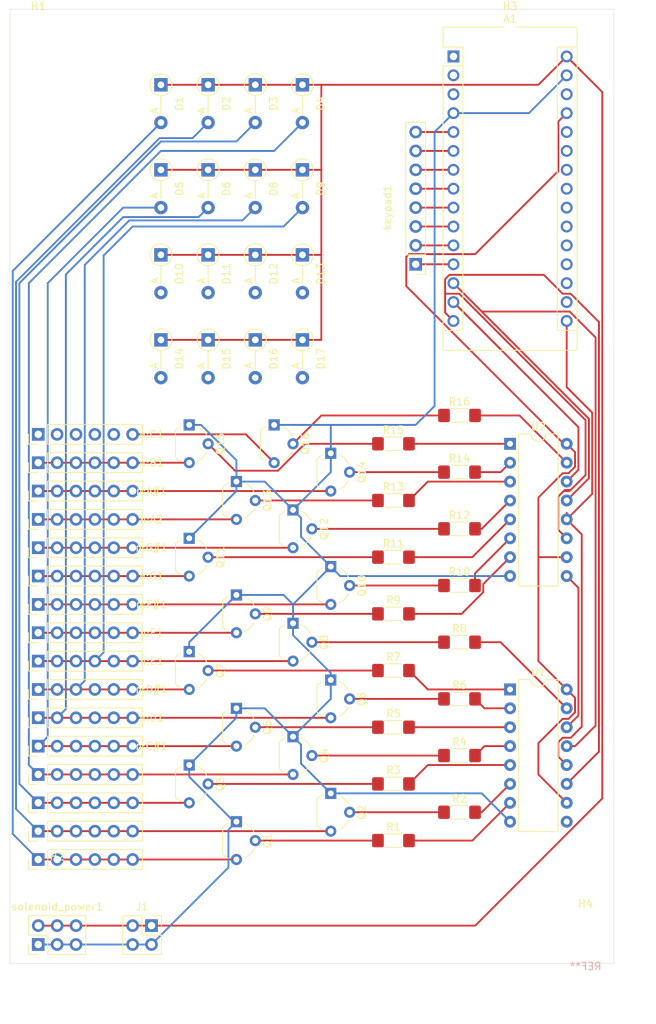
<source format=kicad_pcb>
(kicad_pcb (version 20171130) (host pcbnew "(5.1.6-0-10_14)")

  (general
    (thickness 1.6)
    (drawings 4)
    (tracks 266)
    (zones 0)
    (modules 75)
    (nets 80)
  )

  (page A4)
  (layers
    (0 F.Cu signal)
    (31 B.Cu signal)
    (32 B.Adhes user)
    (33 F.Adhes user)
    (34 B.Paste user)
    (35 F.Paste user)
    (36 B.SilkS user)
    (37 F.SilkS user)
    (38 B.Mask user)
    (39 F.Mask user)
    (40 Dwgs.User user)
    (41 Cmts.User user)
    (42 Eco1.User user)
    (43 Eco2.User user)
    (44 Edge.Cuts user)
    (45 Margin user)
    (46 B.CrtYd user)
    (47 F.CrtYd user)
    (48 B.Fab user)
    (49 F.Fab user)
  )

  (setup
    (last_trace_width 0.25)
    (trace_clearance 0.2)
    (zone_clearance 0.508)
    (zone_45_only no)
    (trace_min 0.2)
    (via_size 0.8)
    (via_drill 0.4)
    (via_min_size 0.4)
    (via_min_drill 0.3)
    (uvia_size 0.3)
    (uvia_drill 0.1)
    (uvias_allowed no)
    (uvia_min_size 0.2)
    (uvia_min_drill 0.1)
    (edge_width 0.05)
    (segment_width 0.2)
    (pcb_text_width 0.3)
    (pcb_text_size 1.5 1.5)
    (mod_edge_width 0.12)
    (mod_text_size 1 1)
    (mod_text_width 0.15)
    (pad_size 1.524 1.524)
    (pad_drill 0.762)
    (pad_to_mask_clearance 0.05)
    (aux_axis_origin 0 0)
    (visible_elements FFFFFF7F)
    (pcbplotparams
      (layerselection 0x010fc_ffffffff)
      (usegerberextensions false)
      (usegerberattributes true)
      (usegerberadvancedattributes true)
      (creategerberjobfile true)
      (excludeedgelayer true)
      (linewidth 0.100000)
      (plotframeref false)
      (viasonmask false)
      (mode 1)
      (useauxorigin false)
      (hpglpennumber 1)
      (hpglpenspeed 20)
      (hpglpendiameter 15.000000)
      (psnegative false)
      (psa4output false)
      (plotreference true)
      (plotvalue true)
      (plotinvisibletext false)
      (padsonsilk false)
      (subtractmaskfromsilk false)
      (outputformat 1)
      (mirror false)
      (drillshape 1)
      (scaleselection 1)
      (outputdirectory ""))
  )

  (net 0 "")
  (net 1 "Net-(A1-Pad1)")
  (net 2 "Net-(A1-Pad17)")
  (net 3 "Net-(A1-Pad2)")
  (net 4 "Net-(A1-Pad18)")
  (net 5 "Net-(A1-Pad3)")
  (net 6 "Net-(A1-Pad19)")
  (net 7 GND)
  (net 8 "Net-(A1-Pad20)")
  (net 9 "Net-(A1-Pad5)")
  (net 10 "Net-(A1-Pad21)")
  (net 11 "Net-(A1-Pad6)")
  (net 12 "Net-(A1-Pad22)")
  (net 13 "Net-(A1-Pad7)")
  (net 14 "Net-(A1-Pad23)")
  (net 15 "Net-(A1-Pad8)")
  (net 16 "Net-(A1-Pad24)")
  (net 17 "Net-(A1-Pad9)")
  (net 18 "Net-(A1-Pad25)")
  (net 19 "Net-(A1-Pad10)")
  (net 20 "Net-(A1-Pad26)")
  (net 21 "Net-(A1-Pad11)")
  (net 22 "Net-(A1-Pad27)")
  (net 23 "Net-(A1-Pad12)")
  (net 24 "Net-(A1-Pad28)")
  (net 25 "Net-(A1-Pad13)")
  (net 26 "Net-(A1-Pad14)")
  (net 27 +12V)
  (net 28 "Net-(A1-Pad15)")
  (net 29 "Net-(A1-Pad16)")
  (net 30 "Net-(Q1-Pad2)")
  (net 31 "Net-(Q2-Pad2)")
  (net 32 "Net-(Q3-Pad2)")
  (net 33 "Net-(Q4-Pad2)")
  (net 34 "Net-(Q5-Pad2)")
  (net 35 "Net-(Q6-Pad2)")
  (net 36 "Net-(Q7-Pad2)")
  (net 37 "Net-(Q8-Pad2)")
  (net 38 "Net-(Q9-Pad2)")
  (net 39 "Net-(Q10-Pad2)")
  (net 40 "Net-(Q11-Pad2)")
  (net 41 "Net-(Q12-Pad2)")
  (net 42 "Net-(Q13-Pad2)")
  (net 43 "Net-(Q14-Pad2)")
  (net 44 "Net-(Q15-Pad2)")
  (net 45 "Net-(Q16-Pad2)")
  (net 46 "Net-(R1-Pad2)")
  (net 47 "Net-(R2-Pad2)")
  (net 48 "Net-(R3-Pad2)")
  (net 49 "Net-(R4-Pad2)")
  (net 50 "Net-(R5-Pad2)")
  (net 51 "Net-(R6-Pad2)")
  (net 52 "Net-(R7-Pad2)")
  (net 53 "Net-(R8-Pad2)")
  (net 54 "Net-(R9-Pad2)")
  (net 55 "Net-(R10-Pad2)")
  (net 56 "Net-(R11-Pad2)")
  (net 57 "Net-(R12-Pad2)")
  (net 58 "Net-(R13-Pad2)")
  (net 59 "Net-(R14-Pad2)")
  (net 60 "Net-(R15-Pad2)")
  (net 61 "Net-(R16-Pad2)")
  (net 62 "Net-(U1-Pad14)")
  (net 63 "Net-(U1-Pad9)")
  (net 64 "Net-(D1-Pad2)")
  (net 65 "Net-(D2-Pad2)")
  (net 66 "Net-(D3-Pad2)")
  (net 67 "Net-(D4-Pad2)")
  (net 68 "Net-(D5-Pad2)")
  (net 69 "Net-(D6-Pad2)")
  (net 70 "Net-(D8-Pad2)")
  (net 71 "Net-(D9-Pad2)")
  (net 72 "Net-(D10-Pad2)")
  (net 73 "Net-(D11-Pad2)")
  (net 74 "Net-(D12-Pad2)")
  (net 75 "Net-(D13-Pad2)")
  (net 76 "Net-(D14-Pad2)")
  (net 77 "Net-(D15-Pad2)")
  (net 78 "Net-(D16-Pad2)")
  (net 79 "Net-(D17-Pad2)")

  (net_class Default "This is the default net class."
    (clearance 0.2)
    (trace_width 0.25)
    (via_dia 0.8)
    (via_drill 0.4)
    (uvia_dia 0.3)
    (uvia_drill 0.1)
    (add_net +12V)
    (add_net GND)
    (add_net "Net-(A1-Pad1)")
    (add_net "Net-(A1-Pad10)")
    (add_net "Net-(A1-Pad11)")
    (add_net "Net-(A1-Pad12)")
    (add_net "Net-(A1-Pad13)")
    (add_net "Net-(A1-Pad14)")
    (add_net "Net-(A1-Pad15)")
    (add_net "Net-(A1-Pad16)")
    (add_net "Net-(A1-Pad17)")
    (add_net "Net-(A1-Pad18)")
    (add_net "Net-(A1-Pad19)")
    (add_net "Net-(A1-Pad2)")
    (add_net "Net-(A1-Pad20)")
    (add_net "Net-(A1-Pad21)")
    (add_net "Net-(A1-Pad22)")
    (add_net "Net-(A1-Pad23)")
    (add_net "Net-(A1-Pad24)")
    (add_net "Net-(A1-Pad25)")
    (add_net "Net-(A1-Pad26)")
    (add_net "Net-(A1-Pad27)")
    (add_net "Net-(A1-Pad28)")
    (add_net "Net-(A1-Pad3)")
    (add_net "Net-(A1-Pad5)")
    (add_net "Net-(A1-Pad6)")
    (add_net "Net-(A1-Pad7)")
    (add_net "Net-(A1-Pad8)")
    (add_net "Net-(A1-Pad9)")
    (add_net "Net-(D1-Pad2)")
    (add_net "Net-(D10-Pad2)")
    (add_net "Net-(D11-Pad2)")
    (add_net "Net-(D12-Pad2)")
    (add_net "Net-(D13-Pad2)")
    (add_net "Net-(D14-Pad2)")
    (add_net "Net-(D15-Pad2)")
    (add_net "Net-(D16-Pad2)")
    (add_net "Net-(D17-Pad2)")
    (add_net "Net-(D2-Pad2)")
    (add_net "Net-(D3-Pad2)")
    (add_net "Net-(D4-Pad2)")
    (add_net "Net-(D5-Pad2)")
    (add_net "Net-(D6-Pad2)")
    (add_net "Net-(D8-Pad2)")
    (add_net "Net-(D9-Pad2)")
    (add_net "Net-(Q1-Pad2)")
    (add_net "Net-(Q10-Pad2)")
    (add_net "Net-(Q11-Pad2)")
    (add_net "Net-(Q12-Pad2)")
    (add_net "Net-(Q13-Pad2)")
    (add_net "Net-(Q14-Pad2)")
    (add_net "Net-(Q15-Pad2)")
    (add_net "Net-(Q16-Pad2)")
    (add_net "Net-(Q2-Pad2)")
    (add_net "Net-(Q3-Pad2)")
    (add_net "Net-(Q4-Pad2)")
    (add_net "Net-(Q5-Pad2)")
    (add_net "Net-(Q6-Pad2)")
    (add_net "Net-(Q7-Pad2)")
    (add_net "Net-(Q8-Pad2)")
    (add_net "Net-(Q9-Pad2)")
    (add_net "Net-(R1-Pad2)")
    (add_net "Net-(R10-Pad2)")
    (add_net "Net-(R11-Pad2)")
    (add_net "Net-(R12-Pad2)")
    (add_net "Net-(R13-Pad2)")
    (add_net "Net-(R14-Pad2)")
    (add_net "Net-(R15-Pad2)")
    (add_net "Net-(R16-Pad2)")
    (add_net "Net-(R2-Pad2)")
    (add_net "Net-(R3-Pad2)")
    (add_net "Net-(R4-Pad2)")
    (add_net "Net-(R5-Pad2)")
    (add_net "Net-(R6-Pad2)")
    (add_net "Net-(R7-Pad2)")
    (add_net "Net-(R8-Pad2)")
    (add_net "Net-(R9-Pad2)")
    (add_net "Net-(U1-Pad14)")
    (add_net "Net-(U1-Pad9)")
  )

  (module MountingHole:MountingHole_3.2mm_M3 (layer F.Cu) (tedit 56D1B4CB) (tstamp 5F5B2BAE)
    (at 262.89 156.21)
    (descr "Mounting Hole 3.2mm, no annular, M3")
    (tags "mounting hole 3.2mm no annular m3")
    (path /5F8F8616)
    (attr virtual)
    (fp_text reference H4 (at 0 -4.2) (layer F.SilkS)
      (effects (font (size 1 1) (thickness 0.15)))
    )
    (fp_text value MountingHole (at 0 4.2) (layer F.Fab)
      (effects (font (size 1 1) (thickness 0.15)))
    )
    (fp_text user %R (at 0.3 0) (layer F.Fab)
      (effects (font (size 1 1) (thickness 0.15)))
    )
    (fp_circle (center 0 0) (end 3.2 0) (layer Cmts.User) (width 0.15))
    (fp_circle (center 0 0) (end 3.45 0) (layer F.CrtYd) (width 0.05))
    (pad 1 np_thru_hole circle (at 0 0) (size 3.2 3.2) (drill 3.2) (layers *.Cu *.Mask))
  )

  (module MountingHole:MountingHole_3.2mm_M3 (layer F.Cu) (tedit 56D1B4CB) (tstamp 5F5B2BA6)
    (at 252.73 35.56)
    (descr "Mounting Hole 3.2mm, no annular, M3")
    (tags "mounting hole 3.2mm no annular m3")
    (path /5F8F8203)
    (attr virtual)
    (fp_text reference H3 (at 0 -4.2) (layer F.SilkS)
      (effects (font (size 1 1) (thickness 0.15)))
    )
    (fp_text value MountingHole (at 0 4.2) (layer F.Fab)
      (effects (font (size 1 1) (thickness 0.15)))
    )
    (fp_text user %R (at 0.3 0) (layer F.Fab)
      (effects (font (size 1 1) (thickness 0.15)))
    )
    (fp_circle (center 0 0) (end 3.2 0) (layer Cmts.User) (width 0.15))
    (fp_circle (center 0 0) (end 3.45 0) (layer F.CrtYd) (width 0.05))
    (pad 1 np_thru_hole circle (at 0 0) (size 3.2 3.2) (drill 3.2) (layers *.Cu *.Mask))
  )

  (module MountingHole:MountingHole_3.2mm_M3 (layer F.Cu) (tedit 56D1B4CB) (tstamp 5F5B2B9E)
    (at 191.77 149.86)
    (descr "Mounting Hole 3.2mm, no annular, M3")
    (tags "mounting hole 3.2mm no annular m3")
    (path /5F8F8021)
    (attr virtual)
    (fp_text reference H2 (at 0 -4.2) (layer F.SilkS)
      (effects (font (size 1 1) (thickness 0.15)))
    )
    (fp_text value MountingHole (at 0 4.2) (layer F.Fab)
      (effects (font (size 1 1) (thickness 0.15)))
    )
    (fp_text user %R (at 0.3 0) (layer F.Fab)
      (effects (font (size 1 1) (thickness 0.15)))
    )
    (fp_circle (center 0 0) (end 3.2 0) (layer Cmts.User) (width 0.15))
    (fp_circle (center 0 0) (end 3.45 0) (layer F.CrtYd) (width 0.05))
    (pad 1 np_thru_hole circle (at 0 0) (size 3.2 3.2) (drill 3.2) (layers *.Cu *.Mask))
  )

  (module MountingHole:MountingHole_3.2mm_M3 (layer F.Cu) (tedit 56D1B4CB) (tstamp 5F5B3FE8)
    (at 189.23 35.56)
    (descr "Mounting Hole 3.2mm, no annular, M3")
    (tags "mounting hole 3.2mm no annular m3")
    (path /5F8F6F5F)
    (attr virtual)
    (fp_text reference H1 (at 0 -4.2) (layer F.SilkS)
      (effects (font (size 1 1) (thickness 0.15)))
    )
    (fp_text value MountingHole (at 0 4.2) (layer F.Fab)
      (effects (font (size 1 1) (thickness 0.15)))
    )
    (fp_text user %R (at 0.3 0) (layer F.Fab)
      (effects (font (size 1 1) (thickness 0.15)))
    )
    (fp_circle (center 0 0) (end 3.2 0) (layer Cmts.User) (width 0.15))
    (fp_circle (center 0 0) (end 3.45 0) (layer F.CrtYd) (width 0.05))
    (pad 1 np_thru_hole circle (at 0 0) (size 3.2 3.2) (drill 3.2) (layers *.Cu *.Mask))
  )

  (module Diode_THT:D_A-405_P5.08mm_Vertical_AnodeUp (layer F.Cu) (tedit 5AE50CD5) (tstamp 5F5B4352)
    (at 224.79 76.2 270)
    (descr "Diode, A-405 series, Axial, Vertical, pin pitch=5.08mm, , length*diameter=5.2*2.7mm^2, , http://www.diodes.com/_files/packages/A-405.pdf")
    (tags "Diode A-405 series Axial Vertical pin pitch 5.08mm  length 5.2mm diameter 2.7mm")
    (path /5F77C222)
    (fp_text reference D17 (at 2.54 -2.47 90) (layer F.SilkS)
      (effects (font (size 1 1) (thickness 0.15)))
    )
    (fp_text value D (at 2.54 2.47) (layer F.Fab)
      (effects (font (size 1 1) (thickness 0.15)))
    )
    (fp_text user A (at 3.48 0.9 90) (layer F.SilkS)
      (effects (font (size 1 1) (thickness 0.15)))
    )
    (fp_text user A (at 3.48 0.9 90) (layer F.Fab)
      (effects (font (size 1 1) (thickness 0.15)))
    )
    (fp_text user %R (at 2.54 -2.47 90) (layer F.Fab)
      (effects (font (size 1 1) (thickness 0.15)))
    )
    (fp_circle (center 0 0) (end 1.35 0) (layer F.Fab) (width 0.1))
    (fp_circle (center 0 0) (end 1.47 0) (layer F.SilkS) (width 0.12))
    (fp_line (start 0 0) (end 5.08 0) (layer F.Fab) (width 0.1))
    (fp_line (start 1.47 0) (end 3.88 0) (layer F.SilkS) (width 0.12))
    (fp_line (start -1.6 -1.6) (end -1.6 1.6) (layer F.CrtYd) (width 0.05))
    (fp_line (start -1.6 1.6) (end 6.23 1.6) (layer F.CrtYd) (width 0.05))
    (fp_line (start 6.23 1.6) (end 6.23 -1.6) (layer F.CrtYd) (width 0.05))
    (fp_line (start 6.23 -1.6) (end -1.6 -1.6) (layer F.CrtYd) (width 0.05))
    (pad 2 thru_hole oval (at 5.08 0 270) (size 1.8 1.8) (drill 0.9) (layers *.Cu *.Mask)
      (net 79 "Net-(D17-Pad2)"))
    (pad 1 thru_hole rect (at 0 0 270) (size 1.8 1.8) (drill 0.9) (layers *.Cu *.Mask)
      (net 27 +12V))
    (model ${KISYS3DMOD}/Diode_THT.3dshapes/D_A-405_P5.08mm_Vertical_AnodeUp.wrl
      (at (xyz 0 0 0))
      (scale (xyz 1 1 1))
      (rotate (xyz 0 0 0))
    )
  )

  (module Diode_THT:D_A-405_P5.08mm_Vertical_AnodeUp (layer F.Cu) (tedit 5AE50CD5) (tstamp 5F5B2B7D)
    (at 218.44 76.2 270)
    (descr "Diode, A-405 series, Axial, Vertical, pin pitch=5.08mm, , length*diameter=5.2*2.7mm^2, , http://www.diodes.com/_files/packages/A-405.pdf")
    (tags "Diode A-405 series Axial Vertical pin pitch 5.08mm  length 5.2mm diameter 2.7mm")
    (path /5F793E17)
    (fp_text reference D16 (at 2.54 -2.47 90) (layer F.SilkS)
      (effects (font (size 1 1) (thickness 0.15)))
    )
    (fp_text value D (at 2.54 2.47 90) (layer F.Fab)
      (effects (font (size 1 1) (thickness 0.15)))
    )
    (fp_text user A (at 3.48 0.9 90) (layer F.SilkS)
      (effects (font (size 1 1) (thickness 0.15)))
    )
    (fp_text user A (at 3.48 0.9 90) (layer F.Fab)
      (effects (font (size 1 1) (thickness 0.15)))
    )
    (fp_text user %R (at 2.54 -2.47 90) (layer F.Fab)
      (effects (font (size 1 1) (thickness 0.15)))
    )
    (fp_circle (center 0 0) (end 1.35 0) (layer F.Fab) (width 0.1))
    (fp_circle (center 0 0) (end 1.47 0) (layer F.SilkS) (width 0.12))
    (fp_line (start 0 0) (end 5.08 0) (layer F.Fab) (width 0.1))
    (fp_line (start 1.47 0) (end 3.88 0) (layer F.SilkS) (width 0.12))
    (fp_line (start -1.6 -1.6) (end -1.6 1.6) (layer F.CrtYd) (width 0.05))
    (fp_line (start -1.6 1.6) (end 6.23 1.6) (layer F.CrtYd) (width 0.05))
    (fp_line (start 6.23 1.6) (end 6.23 -1.6) (layer F.CrtYd) (width 0.05))
    (fp_line (start 6.23 -1.6) (end -1.6 -1.6) (layer F.CrtYd) (width 0.05))
    (pad 2 thru_hole oval (at 5.08 0 270) (size 1.8 1.8) (drill 0.9) (layers *.Cu *.Mask)
      (net 78 "Net-(D16-Pad2)"))
    (pad 1 thru_hole rect (at 0 0 270) (size 1.8 1.8) (drill 0.9) (layers *.Cu *.Mask)
      (net 27 +12V))
    (model ${KISYS3DMOD}/Diode_THT.3dshapes/D_A-405_P5.08mm_Vertical_AnodeUp.wrl
      (at (xyz 0 0 0))
      (scale (xyz 1 1 1))
      (rotate (xyz 0 0 0))
    )
  )

  (module Diode_THT:D_A-405_P5.08mm_Vertical_AnodeUp (layer F.Cu) (tedit 5AE50CD5) (tstamp 5F5B4382)
    (at 212.09 76.2 270)
    (descr "Diode, A-405 series, Axial, Vertical, pin pitch=5.08mm, , length*diameter=5.2*2.7mm^2, , http://www.diodes.com/_files/packages/A-405.pdf")
    (tags "Diode A-405 series Axial Vertical pin pitch 5.08mm  length 5.2mm diameter 2.7mm")
    (path /5F7948A9)
    (fp_text reference D15 (at 2.54 -2.47 90) (layer F.SilkS)
      (effects (font (size 1 1) (thickness 0.15)))
    )
    (fp_text value D (at 2.54 2.47 90) (layer F.Fab)
      (effects (font (size 1 1) (thickness 0.15)))
    )
    (fp_text user A (at 3.48 0.9 90) (layer F.SilkS)
      (effects (font (size 1 1) (thickness 0.15)))
    )
    (fp_text user A (at 3.48 0.9 90) (layer F.Fab)
      (effects (font (size 1 1) (thickness 0.15)))
    )
    (fp_text user %R (at 2.54 -2.47 90) (layer F.Fab)
      (effects (font (size 1 1) (thickness 0.15)))
    )
    (fp_circle (center 0 0) (end 1.35 0) (layer F.Fab) (width 0.1))
    (fp_circle (center 0 0) (end 1.47 0) (layer F.SilkS) (width 0.12))
    (fp_line (start 0 0) (end 5.08 0) (layer F.Fab) (width 0.1))
    (fp_line (start 1.47 0) (end 3.88 0) (layer F.SilkS) (width 0.12))
    (fp_line (start -1.6 -1.6) (end -1.6 1.6) (layer F.CrtYd) (width 0.05))
    (fp_line (start -1.6 1.6) (end 6.23 1.6) (layer F.CrtYd) (width 0.05))
    (fp_line (start 6.23 1.6) (end 6.23 -1.6) (layer F.CrtYd) (width 0.05))
    (fp_line (start 6.23 -1.6) (end -1.6 -1.6) (layer F.CrtYd) (width 0.05))
    (pad 2 thru_hole oval (at 5.08 0 270) (size 1.8 1.8) (drill 0.9) (layers *.Cu *.Mask)
      (net 77 "Net-(D15-Pad2)"))
    (pad 1 thru_hole rect (at 0 0 270) (size 1.8 1.8) (drill 0.9) (layers *.Cu *.Mask)
      (net 27 +12V))
    (model ${KISYS3DMOD}/Diode_THT.3dshapes/D_A-405_P5.08mm_Vertical_AnodeUp.wrl
      (at (xyz 0 0 0))
      (scale (xyz 1 1 1))
      (rotate (xyz 0 0 0))
    )
  )

  (module Diode_THT:D_A-405_P5.08mm_Vertical_AnodeUp (layer F.Cu) (tedit 5AE50CD5) (tstamp 5F5B2B5B)
    (at 205.74 76.2 270)
    (descr "Diode, A-405 series, Axial, Vertical, pin pitch=5.08mm, , length*diameter=5.2*2.7mm^2, , http://www.diodes.com/_files/packages/A-405.pdf")
    (tags "Diode A-405 series Axial Vertical pin pitch 5.08mm  length 5.2mm diameter 2.7mm")
    (path /5F794D5F)
    (fp_text reference D14 (at 2.54 -2.47 90) (layer F.SilkS)
      (effects (font (size 1 1) (thickness 0.15)))
    )
    (fp_text value D (at 2.54 2.47 90) (layer F.Fab)
      (effects (font (size 1 1) (thickness 0.15)))
    )
    (fp_text user A (at 3.48 0.9 90) (layer F.SilkS)
      (effects (font (size 1 1) (thickness 0.15)))
    )
    (fp_text user A (at 3.48 0.9 90) (layer F.Fab)
      (effects (font (size 1 1) (thickness 0.15)))
    )
    (fp_text user %R (at 2.54 -2.47 90) (layer F.Fab)
      (effects (font (size 1 1) (thickness 0.15)))
    )
    (fp_circle (center 0 0) (end 1.35 0) (layer F.Fab) (width 0.1))
    (fp_circle (center 0 0) (end 1.47 0) (layer F.SilkS) (width 0.12))
    (fp_line (start 0 0) (end 5.08 0) (layer F.Fab) (width 0.1))
    (fp_line (start 1.47 0) (end 3.88 0) (layer F.SilkS) (width 0.12))
    (fp_line (start -1.6 -1.6) (end -1.6 1.6) (layer F.CrtYd) (width 0.05))
    (fp_line (start -1.6 1.6) (end 6.23 1.6) (layer F.CrtYd) (width 0.05))
    (fp_line (start 6.23 1.6) (end 6.23 -1.6) (layer F.CrtYd) (width 0.05))
    (fp_line (start 6.23 -1.6) (end -1.6 -1.6) (layer F.CrtYd) (width 0.05))
    (pad 2 thru_hole oval (at 5.08 0 270) (size 1.8 1.8) (drill 0.9) (layers *.Cu *.Mask)
      (net 76 "Net-(D14-Pad2)"))
    (pad 1 thru_hole rect (at 0 0 270) (size 1.8 1.8) (drill 0.9) (layers *.Cu *.Mask)
      (net 27 +12V))
    (model ${KISYS3DMOD}/Diode_THT.3dshapes/D_A-405_P5.08mm_Vertical_AnodeUp.wrl
      (at (xyz 0 0 0))
      (scale (xyz 1 1 1))
      (rotate (xyz 0 0 0))
    )
  )

  (module Diode_THT:D_A-405_P5.08mm_Vertical_AnodeUp (layer F.Cu) (tedit 5AE50CD5) (tstamp 5F5B4E8C)
    (at 224.79 64.77 270)
    (descr "Diode, A-405 series, Axial, Vertical, pin pitch=5.08mm, , length*diameter=5.2*2.7mm^2, , http://www.diodes.com/_files/packages/A-405.pdf")
    (tags "Diode A-405 series Axial Vertical pin pitch 5.08mm  length 5.2mm diameter 2.7mm")
    (path /5F7952AB)
    (fp_text reference D13 (at 2.54 -2.47 90) (layer F.SilkS)
      (effects (font (size 1 1) (thickness 0.15)))
    )
    (fp_text value D (at 2.54 2.47 90) (layer F.Fab)
      (effects (font (size 1 1) (thickness 0.15)))
    )
    (fp_text user A (at 3.48 0.9 90) (layer F.SilkS)
      (effects (font (size 1 1) (thickness 0.15)))
    )
    (fp_text user A (at 3.48 0.9 90) (layer F.Fab)
      (effects (font (size 1 1) (thickness 0.15)))
    )
    (fp_text user %R (at 2.54 -2.47 90) (layer F.Fab)
      (effects (font (size 1 1) (thickness 0.15)))
    )
    (fp_circle (center 0 0) (end 1.35 0) (layer F.Fab) (width 0.1))
    (fp_circle (center 0 0) (end 1.47 0) (layer F.SilkS) (width 0.12))
    (fp_line (start 0 0) (end 5.08 0) (layer F.Fab) (width 0.1))
    (fp_line (start 1.47 0) (end 3.88 0) (layer F.SilkS) (width 0.12))
    (fp_line (start -1.6 -1.6) (end -1.6 1.6) (layer F.CrtYd) (width 0.05))
    (fp_line (start -1.6 1.6) (end 6.23 1.6) (layer F.CrtYd) (width 0.05))
    (fp_line (start 6.23 1.6) (end 6.23 -1.6) (layer F.CrtYd) (width 0.05))
    (fp_line (start 6.23 -1.6) (end -1.6 -1.6) (layer F.CrtYd) (width 0.05))
    (pad 2 thru_hole oval (at 5.08 0 270) (size 1.8 1.8) (drill 0.9) (layers *.Cu *.Mask)
      (net 75 "Net-(D13-Pad2)"))
    (pad 1 thru_hole rect (at 0 0 270) (size 1.8 1.8) (drill 0.9) (layers *.Cu *.Mask)
      (net 27 +12V))
    (model ${KISYS3DMOD}/Diode_THT.3dshapes/D_A-405_P5.08mm_Vertical_AnodeUp.wrl
      (at (xyz 0 0 0))
      (scale (xyz 1 1 1))
      (rotate (xyz 0 0 0))
    )
  )

  (module Diode_THT:D_A-405_P5.08mm_Vertical_AnodeUp (layer F.Cu) (tedit 5AE50CD5) (tstamp 5F5B4EBC)
    (at 218.44 64.77 270)
    (descr "Diode, A-405 series, Axial, Vertical, pin pitch=5.08mm, , length*diameter=5.2*2.7mm^2, , http://www.diodes.com/_files/packages/A-405.pdf")
    (tags "Diode A-405 series Axial Vertical pin pitch 5.08mm  length 5.2mm diameter 2.7mm")
    (path /5F80FD84)
    (fp_text reference D12 (at 2.54 -2.47 90) (layer F.SilkS)
      (effects (font (size 1 1) (thickness 0.15)))
    )
    (fp_text value D (at 2.54 2.47 90) (layer F.Fab)
      (effects (font (size 1 1) (thickness 0.15)))
    )
    (fp_text user A (at 3.48 0.9 90) (layer F.SilkS)
      (effects (font (size 1 1) (thickness 0.15)))
    )
    (fp_text user A (at 3.48 0.9 90) (layer F.Fab)
      (effects (font (size 1 1) (thickness 0.15)))
    )
    (fp_text user %R (at 2.54 -2.47 90) (layer F.Fab)
      (effects (font (size 1 1) (thickness 0.15)))
    )
    (fp_circle (center 0 0) (end 1.35 0) (layer F.Fab) (width 0.1))
    (fp_circle (center 0 0) (end 1.47 0) (layer F.SilkS) (width 0.12))
    (fp_line (start 0 0) (end 5.08 0) (layer F.Fab) (width 0.1))
    (fp_line (start 1.47 0) (end 3.88 0) (layer F.SilkS) (width 0.12))
    (fp_line (start -1.6 -1.6) (end -1.6 1.6) (layer F.CrtYd) (width 0.05))
    (fp_line (start -1.6 1.6) (end 6.23 1.6) (layer F.CrtYd) (width 0.05))
    (fp_line (start 6.23 1.6) (end 6.23 -1.6) (layer F.CrtYd) (width 0.05))
    (fp_line (start 6.23 -1.6) (end -1.6 -1.6) (layer F.CrtYd) (width 0.05))
    (pad 2 thru_hole oval (at 5.08 0 270) (size 1.8 1.8) (drill 0.9) (layers *.Cu *.Mask)
      (net 74 "Net-(D12-Pad2)"))
    (pad 1 thru_hole rect (at 0 0 270) (size 1.8 1.8) (drill 0.9) (layers *.Cu *.Mask)
      (net 27 +12V))
    (model ${KISYS3DMOD}/Diode_THT.3dshapes/D_A-405_P5.08mm_Vertical_AnodeUp.wrl
      (at (xyz 0 0 0))
      (scale (xyz 1 1 1))
      (rotate (xyz 0 0 0))
    )
  )

  (module Diode_THT:D_A-405_P5.08mm_Vertical_AnodeUp (layer F.Cu) (tedit 5AE50CD5) (tstamp 5F5B4EEC)
    (at 212.09 64.77 270)
    (descr "Diode, A-405 series, Axial, Vertical, pin pitch=5.08mm, , length*diameter=5.2*2.7mm^2, , http://www.diodes.com/_files/packages/A-405.pdf")
    (tags "Diode A-405 series Axial Vertical pin pitch 5.08mm  length 5.2mm diameter 2.7mm")
    (path /5F83DFE9)
    (fp_text reference D11 (at 2.54 -2.47 90) (layer F.SilkS)
      (effects (font (size 1 1) (thickness 0.15)))
    )
    (fp_text value D (at 2.54 2.47 90) (layer F.Fab)
      (effects (font (size 1 1) (thickness 0.15)))
    )
    (fp_text user A (at 3.48 0.9 90) (layer F.SilkS)
      (effects (font (size 1 1) (thickness 0.15)))
    )
    (fp_text user A (at 3.48 0.9 90) (layer F.Fab)
      (effects (font (size 1 1) (thickness 0.15)))
    )
    (fp_text user %R (at 2.54 -2.47 90) (layer F.Fab)
      (effects (font (size 1 1) (thickness 0.15)))
    )
    (fp_circle (center 0 0) (end 1.35 0) (layer F.Fab) (width 0.1))
    (fp_circle (center 0 0) (end 1.47 0) (layer F.SilkS) (width 0.12))
    (fp_line (start 0 0) (end 5.08 0) (layer F.Fab) (width 0.1))
    (fp_line (start 1.47 0) (end 3.88 0) (layer F.SilkS) (width 0.12))
    (fp_line (start -1.6 -1.6) (end -1.6 1.6) (layer F.CrtYd) (width 0.05))
    (fp_line (start -1.6 1.6) (end 6.23 1.6) (layer F.CrtYd) (width 0.05))
    (fp_line (start 6.23 1.6) (end 6.23 -1.6) (layer F.CrtYd) (width 0.05))
    (fp_line (start 6.23 -1.6) (end -1.6 -1.6) (layer F.CrtYd) (width 0.05))
    (pad 2 thru_hole oval (at 5.08 0 270) (size 1.8 1.8) (drill 0.9) (layers *.Cu *.Mask)
      (net 73 "Net-(D11-Pad2)"))
    (pad 1 thru_hole rect (at 0 0 270) (size 1.8 1.8) (drill 0.9) (layers *.Cu *.Mask)
      (net 27 +12V))
    (model ${KISYS3DMOD}/Diode_THT.3dshapes/D_A-405_P5.08mm_Vertical_AnodeUp.wrl
      (at (xyz 0 0 0))
      (scale (xyz 1 1 1))
      (rotate (xyz 0 0 0))
    )
  )

  (module Diode_THT:D_A-405_P5.08mm_Vertical_AnodeUp (layer F.Cu) (tedit 5AE50CD5) (tstamp 5F5B4F1C)
    (at 205.74 64.77 270)
    (descr "Diode, A-405 series, Axial, Vertical, pin pitch=5.08mm, , length*diameter=5.2*2.7mm^2, , http://www.diodes.com/_files/packages/A-405.pdf")
    (tags "Diode A-405 series Axial Vertical pin pitch 5.08mm  length 5.2mm diameter 2.7mm")
    (path /5F83DFF0)
    (fp_text reference D10 (at 2.54 -2.47 90) (layer F.SilkS)
      (effects (font (size 1 1) (thickness 0.15)))
    )
    (fp_text value D (at 2.54 2.47 90) (layer F.Fab)
      (effects (font (size 1 1) (thickness 0.15)))
    )
    (fp_text user A (at 3.48 0.9 90) (layer F.SilkS)
      (effects (font (size 1 1) (thickness 0.15)))
    )
    (fp_text user A (at 3.48 0.9 90) (layer F.Fab)
      (effects (font (size 1 1) (thickness 0.15)))
    )
    (fp_text user %R (at 2.54 -2.47 90) (layer F.Fab)
      (effects (font (size 1 1) (thickness 0.15)))
    )
    (fp_circle (center 0 0) (end 1.35 0) (layer F.Fab) (width 0.1))
    (fp_circle (center 0 0) (end 1.47 0) (layer F.SilkS) (width 0.12))
    (fp_line (start 0 0) (end 5.08 0) (layer F.Fab) (width 0.1))
    (fp_line (start 1.47 0) (end 3.88 0) (layer F.SilkS) (width 0.12))
    (fp_line (start -1.6 -1.6) (end -1.6 1.6) (layer F.CrtYd) (width 0.05))
    (fp_line (start -1.6 1.6) (end 6.23 1.6) (layer F.CrtYd) (width 0.05))
    (fp_line (start 6.23 1.6) (end 6.23 -1.6) (layer F.CrtYd) (width 0.05))
    (fp_line (start 6.23 -1.6) (end -1.6 -1.6) (layer F.CrtYd) (width 0.05))
    (pad 2 thru_hole oval (at 5.08 0 270) (size 1.8 1.8) (drill 0.9) (layers *.Cu *.Mask)
      (net 72 "Net-(D10-Pad2)"))
    (pad 1 thru_hole rect (at 0 0 270) (size 1.8 1.8) (drill 0.9) (layers *.Cu *.Mask)
      (net 27 +12V))
    (model ${KISYS3DMOD}/Diode_THT.3dshapes/D_A-405_P5.08mm_Vertical_AnodeUp.wrl
      (at (xyz 0 0 0))
      (scale (xyz 1 1 1))
      (rotate (xyz 0 0 0))
    )
  )

  (module Diode_THT:D_A-405_P5.08mm_Vertical_AnodeUp (layer F.Cu) (tedit 5AE50CD5) (tstamp 5F5B43E2)
    (at 224.79 53.34 270)
    (descr "Diode, A-405 series, Axial, Vertical, pin pitch=5.08mm, , length*diameter=5.2*2.7mm^2, , http://www.diodes.com/_files/packages/A-405.pdf")
    (tags "Diode A-405 series Axial Vertical pin pitch 5.08mm  length 5.2mm diameter 2.7mm")
    (path /5F883F54)
    (fp_text reference D9 (at 2.54 -2.47 90) (layer F.SilkS)
      (effects (font (size 1 1) (thickness 0.15)))
    )
    (fp_text value D (at 2.54 2.47 90) (layer F.Fab)
      (effects (font (size 1 1) (thickness 0.15)))
    )
    (fp_text user A (at 3.48 0.9 90) (layer F.SilkS)
      (effects (font (size 1 1) (thickness 0.15)))
    )
    (fp_text user A (at 3.48 0.9 90) (layer F.Fab)
      (effects (font (size 1 1) (thickness 0.15)))
    )
    (fp_text user %R (at 2.54 -2.47 90) (layer F.Fab)
      (effects (font (size 1 1) (thickness 0.15)))
    )
    (fp_circle (center 0 0) (end 1.35 0) (layer F.Fab) (width 0.1))
    (fp_circle (center 0 0) (end 1.47 0) (layer F.SilkS) (width 0.12))
    (fp_line (start 0 0) (end 5.08 0) (layer F.Fab) (width 0.1))
    (fp_line (start 1.47 0) (end 3.88 0) (layer F.SilkS) (width 0.12))
    (fp_line (start -1.6 -1.6) (end -1.6 1.6) (layer F.CrtYd) (width 0.05))
    (fp_line (start -1.6 1.6) (end 6.23 1.6) (layer F.CrtYd) (width 0.05))
    (fp_line (start 6.23 1.6) (end 6.23 -1.6) (layer F.CrtYd) (width 0.05))
    (fp_line (start 6.23 -1.6) (end -1.6 -1.6) (layer F.CrtYd) (width 0.05))
    (pad 2 thru_hole oval (at 5.08 0 270) (size 1.8 1.8) (drill 0.9) (layers *.Cu *.Mask)
      (net 71 "Net-(D9-Pad2)"))
    (pad 1 thru_hole rect (at 0 0 270) (size 1.8 1.8) (drill 0.9) (layers *.Cu *.Mask)
      (net 27 +12V))
    (model ${KISYS3DMOD}/Diode_THT.3dshapes/D_A-405_P5.08mm_Vertical_AnodeUp.wrl
      (at (xyz 0 0 0))
      (scale (xyz 1 1 1))
      (rotate (xyz 0 0 0))
    )
  )

  (module Diode_THT:D_A-405_P5.08mm_Vertical_AnodeUp (layer F.Cu) (tedit 5AE50CD5) (tstamp 5F5B2AF5)
    (at 218.44 53.34 270)
    (descr "Diode, A-405 series, Axial, Vertical, pin pitch=5.08mm, , length*diameter=5.2*2.7mm^2, , http://www.diodes.com/_files/packages/A-405.pdf")
    (tags "Diode A-405 series Axial Vertical pin pitch 5.08mm  length 5.2mm diameter 2.7mm")
    (path /5F883F5B)
    (fp_text reference D8 (at 2.54 -2.47 90) (layer F.SilkS)
      (effects (font (size 1 1) (thickness 0.15)))
    )
    (fp_text value D (at 2.54 2.47 90) (layer F.Fab)
      (effects (font (size 1 1) (thickness 0.15)))
    )
    (fp_text user A (at 3.48 0.9 90) (layer F.SilkS)
      (effects (font (size 1 1) (thickness 0.15)))
    )
    (fp_text user A (at 3.48 0.9 90) (layer F.Fab)
      (effects (font (size 1 1) (thickness 0.15)))
    )
    (fp_text user %R (at 2.54 -2.47 90) (layer F.Fab)
      (effects (font (size 1 1) (thickness 0.15)))
    )
    (fp_circle (center 0 0) (end 1.35 0) (layer F.Fab) (width 0.1))
    (fp_circle (center 0 0) (end 1.47 0) (layer F.SilkS) (width 0.12))
    (fp_line (start 0 0) (end 5.08 0) (layer F.Fab) (width 0.1))
    (fp_line (start 1.47 0) (end 3.88 0) (layer F.SilkS) (width 0.12))
    (fp_line (start -1.6 -1.6) (end -1.6 1.6) (layer F.CrtYd) (width 0.05))
    (fp_line (start -1.6 1.6) (end 6.23 1.6) (layer F.CrtYd) (width 0.05))
    (fp_line (start 6.23 1.6) (end 6.23 -1.6) (layer F.CrtYd) (width 0.05))
    (fp_line (start 6.23 -1.6) (end -1.6 -1.6) (layer F.CrtYd) (width 0.05))
    (pad 2 thru_hole oval (at 5.08 0 270) (size 1.8 1.8) (drill 0.9) (layers *.Cu *.Mask)
      (net 70 "Net-(D8-Pad2)"))
    (pad 1 thru_hole rect (at 0 0 270) (size 1.8 1.8) (drill 0.9) (layers *.Cu *.Mask)
      (net 27 +12V))
    (model ${KISYS3DMOD}/Diode_THT.3dshapes/D_A-405_P5.08mm_Vertical_AnodeUp.wrl
      (at (xyz 0 0 0))
      (scale (xyz 1 1 1))
      (rotate (xyz 0 0 0))
    )
  )

  (module Diode_THT:D_A-405_P5.08mm_Vertical_AnodeUp (layer F.Cu) (tedit 5AE50CD5) (tstamp 5F5B4412)
    (at 212.09 53.34 270)
    (descr "Diode, A-405 series, Axial, Vertical, pin pitch=5.08mm, , length*diameter=5.2*2.7mm^2, , http://www.diodes.com/_files/packages/A-405.pdf")
    (tags "Diode A-405 series Axial Vertical pin pitch 5.08mm  length 5.2mm diameter 2.7mm")
    (path /5F883F61)
    (fp_text reference D6 (at 2.54 -2.47 90) (layer F.SilkS)
      (effects (font (size 1 1) (thickness 0.15)))
    )
    (fp_text value D (at 2.54 2.47 90) (layer F.Fab)
      (effects (font (size 1 1) (thickness 0.15)))
    )
    (fp_text user A (at 3.48 0.9 90) (layer F.SilkS)
      (effects (font (size 1 1) (thickness 0.15)))
    )
    (fp_text user A (at 3.48 0.9 90) (layer F.Fab)
      (effects (font (size 1 1) (thickness 0.15)))
    )
    (fp_text user %R (at 2.54 -2.47 90) (layer F.Fab)
      (effects (font (size 1 1) (thickness 0.15)))
    )
    (fp_circle (center 0 0) (end 1.35 0) (layer F.Fab) (width 0.1))
    (fp_circle (center 0 0) (end 1.47 0) (layer F.SilkS) (width 0.12))
    (fp_line (start 0 0) (end 5.08 0) (layer F.Fab) (width 0.1))
    (fp_line (start 1.47 0) (end 3.88 0) (layer F.SilkS) (width 0.12))
    (fp_line (start -1.6 -1.6) (end -1.6 1.6) (layer F.CrtYd) (width 0.05))
    (fp_line (start -1.6 1.6) (end 6.23 1.6) (layer F.CrtYd) (width 0.05))
    (fp_line (start 6.23 1.6) (end 6.23 -1.6) (layer F.CrtYd) (width 0.05))
    (fp_line (start 6.23 -1.6) (end -1.6 -1.6) (layer F.CrtYd) (width 0.05))
    (pad 2 thru_hole oval (at 5.08 0 270) (size 1.8 1.8) (drill 0.9) (layers *.Cu *.Mask)
      (net 69 "Net-(D6-Pad2)"))
    (pad 1 thru_hole rect (at 0 0 270) (size 1.8 1.8) (drill 0.9) (layers *.Cu *.Mask)
      (net 27 +12V))
    (model ${KISYS3DMOD}/Diode_THT.3dshapes/D_A-405_P5.08mm_Vertical_AnodeUp.wrl
      (at (xyz 0 0 0))
      (scale (xyz 1 1 1))
      (rotate (xyz 0 0 0))
    )
  )

  (module Diode_THT:D_A-405_P5.08mm_Vertical_AnodeUp (layer F.Cu) (tedit 5AE50CD5) (tstamp 5F5B2AD3)
    (at 205.74 53.34 270)
    (descr "Diode, A-405 series, Axial, Vertical, pin pitch=5.08mm, , length*diameter=5.2*2.7mm^2, , http://www.diodes.com/_files/packages/A-405.pdf")
    (tags "Diode A-405 series Axial Vertical pin pitch 5.08mm  length 5.2mm diameter 2.7mm")
    (path /5F883F67)
    (fp_text reference D5 (at 2.54 -2.47 90) (layer F.SilkS)
      (effects (font (size 1 1) (thickness 0.15)))
    )
    (fp_text value D (at 2.54 2.47 90) (layer F.Fab)
      (effects (font (size 1 1) (thickness 0.15)))
    )
    (fp_text user A (at 3.48 0.9 90) (layer F.SilkS)
      (effects (font (size 1 1) (thickness 0.15)))
    )
    (fp_text user A (at 3.48 0.9 90) (layer F.Fab)
      (effects (font (size 1 1) (thickness 0.15)))
    )
    (fp_text user %R (at 2.54 -2.47 90) (layer F.Fab)
      (effects (font (size 1 1) (thickness 0.15)))
    )
    (fp_circle (center 0 0) (end 1.35 0) (layer F.Fab) (width 0.1))
    (fp_circle (center 0 0) (end 1.47 0) (layer F.SilkS) (width 0.12))
    (fp_line (start 0 0) (end 5.08 0) (layer F.Fab) (width 0.1))
    (fp_line (start 1.47 0) (end 3.88 0) (layer F.SilkS) (width 0.12))
    (fp_line (start -1.6 -1.6) (end -1.6 1.6) (layer F.CrtYd) (width 0.05))
    (fp_line (start -1.6 1.6) (end 6.23 1.6) (layer F.CrtYd) (width 0.05))
    (fp_line (start 6.23 1.6) (end 6.23 -1.6) (layer F.CrtYd) (width 0.05))
    (fp_line (start 6.23 -1.6) (end -1.6 -1.6) (layer F.CrtYd) (width 0.05))
    (pad 2 thru_hole oval (at 5.08 0 270) (size 1.8 1.8) (drill 0.9) (layers *.Cu *.Mask)
      (net 68 "Net-(D5-Pad2)"))
    (pad 1 thru_hole rect (at 0 0 270) (size 1.8 1.8) (drill 0.9) (layers *.Cu *.Mask)
      (net 27 +12V))
    (model ${KISYS3DMOD}/Diode_THT.3dshapes/D_A-405_P5.08mm_Vertical_AnodeUp.wrl
      (at (xyz 0 0 0))
      (scale (xyz 1 1 1))
      (rotate (xyz 0 0 0))
    )
  )

  (module Diode_THT:D_A-405_P5.08mm_Vertical_AnodeUp (layer F.Cu) (tedit 5AE50CD5) (tstamp 5F5B2AC2)
    (at 224.79 41.91 270)
    (descr "Diode, A-405 series, Axial, Vertical, pin pitch=5.08mm, , length*diameter=5.2*2.7mm^2, , http://www.diodes.com/_files/packages/A-405.pdf")
    (tags "Diode A-405 series Axial Vertical pin pitch 5.08mm  length 5.2mm diameter 2.7mm")
    (path /5F883F6D)
    (fp_text reference D4 (at 2.54 -2.47 90) (layer F.SilkS)
      (effects (font (size 1 1) (thickness 0.15)))
    )
    (fp_text value D (at 2.54 2.47 90) (layer F.Fab)
      (effects (font (size 1 1) (thickness 0.15)))
    )
    (fp_text user A (at 3.48 0.9 90) (layer F.SilkS)
      (effects (font (size 1 1) (thickness 0.15)))
    )
    (fp_text user A (at 3.48 0.9 90) (layer F.Fab)
      (effects (font (size 1 1) (thickness 0.15)))
    )
    (fp_text user %R (at 2.54 -2.47 90) (layer F.Fab)
      (effects (font (size 1 1) (thickness 0.15)))
    )
    (fp_circle (center 0 0) (end 1.35 0) (layer F.Fab) (width 0.1))
    (fp_circle (center 0 0) (end 1.47 0) (layer F.SilkS) (width 0.12))
    (fp_line (start 0 0) (end 5.08 0) (layer F.Fab) (width 0.1))
    (fp_line (start 1.47 0) (end 3.88 0) (layer F.SilkS) (width 0.12))
    (fp_line (start -1.6 -1.6) (end -1.6 1.6) (layer F.CrtYd) (width 0.05))
    (fp_line (start -1.6 1.6) (end 6.23 1.6) (layer F.CrtYd) (width 0.05))
    (fp_line (start 6.23 1.6) (end 6.23 -1.6) (layer F.CrtYd) (width 0.05))
    (fp_line (start 6.23 -1.6) (end -1.6 -1.6) (layer F.CrtYd) (width 0.05))
    (pad 2 thru_hole oval (at 5.08 0 270) (size 1.8 1.8) (drill 0.9) (layers *.Cu *.Mask)
      (net 67 "Net-(D4-Pad2)"))
    (pad 1 thru_hole rect (at 0 0 270) (size 1.8 1.8) (drill 0.9) (layers *.Cu *.Mask)
      (net 27 +12V))
    (model ${KISYS3DMOD}/Diode_THT.3dshapes/D_A-405_P5.08mm_Vertical_AnodeUp.wrl
      (at (xyz 0 0 0))
      (scale (xyz 1 1 1))
      (rotate (xyz 0 0 0))
    )
  )

  (module Diode_THT:D_A-405_P5.08mm_Vertical_AnodeUp (layer F.Cu) (tedit 5AE50CD5) (tstamp 5F5B2AB1)
    (at 218.44 41.91 270)
    (descr "Diode, A-405 series, Axial, Vertical, pin pitch=5.08mm, , length*diameter=5.2*2.7mm^2, , http://www.diodes.com/_files/packages/A-405.pdf")
    (tags "Diode A-405 series Axial Vertical pin pitch 5.08mm  length 5.2mm diameter 2.7mm")
    (path /5F883F7F)
    (fp_text reference D3 (at 2.54 -2.47 90) (layer F.SilkS)
      (effects (font (size 1 1) (thickness 0.15)))
    )
    (fp_text value D (at 2.54 2.47 90) (layer F.Fab)
      (effects (font (size 1 1) (thickness 0.15)))
    )
    (fp_text user A (at 3.48 0.9 90) (layer F.SilkS)
      (effects (font (size 1 1) (thickness 0.15)))
    )
    (fp_text user A (at 3.48 0.9 90) (layer F.Fab)
      (effects (font (size 1 1) (thickness 0.15)))
    )
    (fp_text user %R (at 2.54 -2.47 90) (layer F.Fab)
      (effects (font (size 1 1) (thickness 0.15)))
    )
    (fp_circle (center 0 0) (end 1.35 0) (layer F.Fab) (width 0.1))
    (fp_circle (center 0 0) (end 1.47 0) (layer F.SilkS) (width 0.12))
    (fp_line (start 0 0) (end 5.08 0) (layer F.Fab) (width 0.1))
    (fp_line (start 1.47 0) (end 3.88 0) (layer F.SilkS) (width 0.12))
    (fp_line (start -1.6 -1.6) (end -1.6 1.6) (layer F.CrtYd) (width 0.05))
    (fp_line (start -1.6 1.6) (end 6.23 1.6) (layer F.CrtYd) (width 0.05))
    (fp_line (start 6.23 1.6) (end 6.23 -1.6) (layer F.CrtYd) (width 0.05))
    (fp_line (start 6.23 -1.6) (end -1.6 -1.6) (layer F.CrtYd) (width 0.05))
    (pad 2 thru_hole oval (at 5.08 0 270) (size 1.8 1.8) (drill 0.9) (layers *.Cu *.Mask)
      (net 66 "Net-(D3-Pad2)"))
    (pad 1 thru_hole rect (at 0 0 270) (size 1.8 1.8) (drill 0.9) (layers *.Cu *.Mask)
      (net 27 +12V))
    (model ${KISYS3DMOD}/Diode_THT.3dshapes/D_A-405_P5.08mm_Vertical_AnodeUp.wrl
      (at (xyz 0 0 0))
      (scale (xyz 1 1 1))
      (rotate (xyz 0 0 0))
    )
  )

  (module Diode_THT:D_A-405_P5.08mm_Vertical_AnodeUp (layer F.Cu) (tedit 5AE50CD5) (tstamp 5F5B2AA0)
    (at 212.09 41.91 270)
    (descr "Diode, A-405 series, Axial, Vertical, pin pitch=5.08mm, , length*diameter=5.2*2.7mm^2, , http://www.diodes.com/_files/packages/A-405.pdf")
    (tags "Diode A-405 series Axial Vertical pin pitch 5.08mm  length 5.2mm diameter 2.7mm")
    (path /5F883F88)
    (fp_text reference D2 (at 2.54 -2.47 90) (layer F.SilkS)
      (effects (font (size 1 1) (thickness 0.15)))
    )
    (fp_text value D (at 2.54 2.47 90) (layer F.Fab)
      (effects (font (size 1 1) (thickness 0.15)))
    )
    (fp_text user A (at 3.48 0.9 90) (layer F.SilkS)
      (effects (font (size 1 1) (thickness 0.15)))
    )
    (fp_text user A (at 3.48 0.9 90) (layer F.Fab)
      (effects (font (size 1 1) (thickness 0.15)))
    )
    (fp_text user %R (at 2.54 -2.47 90) (layer F.Fab)
      (effects (font (size 1 1) (thickness 0.15)))
    )
    (fp_circle (center 0 0) (end 1.35 0) (layer F.Fab) (width 0.1))
    (fp_circle (center 0 0) (end 1.47 0) (layer F.SilkS) (width 0.12))
    (fp_line (start 0 0) (end 5.08 0) (layer F.Fab) (width 0.1))
    (fp_line (start 1.47 0) (end 3.88 0) (layer F.SilkS) (width 0.12))
    (fp_line (start -1.6 -1.6) (end -1.6 1.6) (layer F.CrtYd) (width 0.05))
    (fp_line (start -1.6 1.6) (end 6.23 1.6) (layer F.CrtYd) (width 0.05))
    (fp_line (start 6.23 1.6) (end 6.23 -1.6) (layer F.CrtYd) (width 0.05))
    (fp_line (start 6.23 -1.6) (end -1.6 -1.6) (layer F.CrtYd) (width 0.05))
    (pad 2 thru_hole oval (at 5.08 0 270) (size 1.8 1.8) (drill 0.9) (layers *.Cu *.Mask)
      (net 65 "Net-(D2-Pad2)"))
    (pad 1 thru_hole rect (at 0 0 270) (size 1.8 1.8) (drill 0.9) (layers *.Cu *.Mask)
      (net 27 +12V))
    (model ${KISYS3DMOD}/Diode_THT.3dshapes/D_A-405_P5.08mm_Vertical_AnodeUp.wrl
      (at (xyz 0 0 0))
      (scale (xyz 1 1 1))
      (rotate (xyz 0 0 0))
    )
  )

  (module Diode_THT:D_A-405_P5.08mm_Vertical_AnodeUp (layer F.Cu) (tedit 5AE50CD5) (tstamp 5F5B2A8F)
    (at 205.74 41.91 270)
    (descr "Diode, A-405 series, Axial, Vertical, pin pitch=5.08mm, , length*diameter=5.2*2.7mm^2, , http://www.diodes.com/_files/packages/A-405.pdf")
    (tags "Diode A-405 series Axial Vertical pin pitch 5.08mm  length 5.2mm diameter 2.7mm")
    (path /5F883F8E)
    (fp_text reference D1 (at 2.54 -2.47 90) (layer F.SilkS)
      (effects (font (size 1 1) (thickness 0.15)))
    )
    (fp_text value D (at 2.54 2.47 90) (layer F.Fab)
      (effects (font (size 1 1) (thickness 0.15)))
    )
    (fp_text user A (at 3.48 0.9 90) (layer F.SilkS)
      (effects (font (size 1 1) (thickness 0.15)))
    )
    (fp_text user A (at 3.48 0.9 90) (layer F.Fab)
      (effects (font (size 1 1) (thickness 0.15)))
    )
    (fp_text user %R (at 2.54 -2.47 90) (layer F.Fab)
      (effects (font (size 1 1) (thickness 0.15)))
    )
    (fp_circle (center 0 0) (end 1.35 0) (layer F.Fab) (width 0.1))
    (fp_circle (center 0 0) (end 1.47 0) (layer F.SilkS) (width 0.12))
    (fp_line (start 0 0) (end 5.08 0) (layer F.Fab) (width 0.1))
    (fp_line (start 1.47 0) (end 3.88 0) (layer F.SilkS) (width 0.12))
    (fp_line (start -1.6 -1.6) (end -1.6 1.6) (layer F.CrtYd) (width 0.05))
    (fp_line (start -1.6 1.6) (end 6.23 1.6) (layer F.CrtYd) (width 0.05))
    (fp_line (start 6.23 1.6) (end 6.23 -1.6) (layer F.CrtYd) (width 0.05))
    (fp_line (start 6.23 -1.6) (end -1.6 -1.6) (layer F.CrtYd) (width 0.05))
    (pad 2 thru_hole oval (at 5.08 0 270) (size 1.8 1.8) (drill 0.9) (layers *.Cu *.Mask)
      (net 64 "Net-(D1-Pad2)"))
    (pad 1 thru_hole rect (at 0 0 270) (size 1.8 1.8) (drill 0.9) (layers *.Cu *.Mask)
      (net 27 +12V))
    (model ${KISYS3DMOD}/Diode_THT.3dshapes/D_A-405_P5.08mm_Vertical_AnodeUp.wrl
      (at (xyz 0 0 0))
      (scale (xyz 1 1 1))
      (rotate (xyz 0 0 0))
    )
  )

  (module MountingHole:MountingHole_3.2mm_M3 (layer B.Cu) (tedit 56D1B4CB) (tstamp 5F5B1337)
    (at 262.89 156.21)
    (descr "Mounting Hole 3.2mm, no annular, M3")
    (tags "mounting hole 3.2mm no annular m3")
    (attr virtual)
    (fp_text reference REF** (at 0 4.2) (layer B.SilkS)
      (effects (font (size 1 1) (thickness 0.15)) (justify mirror))
    )
    (fp_text value MountingHole_3.2mm_M3 (at 0 -4.2) (layer B.Fab)
      (effects (font (size 1 1) (thickness 0.15)) (justify mirror))
    )
    (fp_circle (center 0 0) (end 3.45 0) (layer B.CrtYd) (width 0.05))
    (fp_circle (center 0 0) (end 3.2 0) (layer Cmts.User) (width 0.15))
    (fp_text user %R (at 0.3 0) (layer B.Fab)
      (effects (font (size 1 1) (thickness 0.15)) (justify mirror))
    )
    (pad 1 np_thru_hole circle (at 0 0) (size 3.2 3.2) (drill 3.2) (layers *.Cu *.Mask))
  )

  (module Connector_PinHeader_2.54mm:PinHeader_2x02_P2.54mm_Vertical (layer F.Cu) (tedit 59FED5CC) (tstamp 5F5AAEFE)
    (at 204.47 154.94 270)
    (descr "Through hole straight pin header, 2x02, 2.54mm pitch, double rows")
    (tags "Through hole pin header THT 2x02 2.54mm double row")
    (path /5F684C92)
    (fp_text reference J1 (at -2.54 1.27 180) (layer F.SilkS)
      (effects (font (size 1 1) (thickness 0.15)))
    )
    (fp_text value Conn_02x02_Odd_Even (at 1.27 4.87 90) (layer F.Fab)
      (effects (font (size 1 1) (thickness 0.15)))
    )
    (fp_line (start 4.35 -1.8) (end -1.8 -1.8) (layer F.CrtYd) (width 0.05))
    (fp_line (start 4.35 4.35) (end 4.35 -1.8) (layer F.CrtYd) (width 0.05))
    (fp_line (start -1.8 4.35) (end 4.35 4.35) (layer F.CrtYd) (width 0.05))
    (fp_line (start -1.8 -1.8) (end -1.8 4.35) (layer F.CrtYd) (width 0.05))
    (fp_line (start -1.33 -1.33) (end 0 -1.33) (layer F.SilkS) (width 0.12))
    (fp_line (start -1.33 0) (end -1.33 -1.33) (layer F.SilkS) (width 0.12))
    (fp_line (start 1.27 -1.33) (end 3.87 -1.33) (layer F.SilkS) (width 0.12))
    (fp_line (start 1.27 1.27) (end 1.27 -1.33) (layer F.SilkS) (width 0.12))
    (fp_line (start -1.33 1.27) (end 1.27 1.27) (layer F.SilkS) (width 0.12))
    (fp_line (start 3.87 -1.33) (end 3.87 3.87) (layer F.SilkS) (width 0.12))
    (fp_line (start -1.33 1.27) (end -1.33 3.87) (layer F.SilkS) (width 0.12))
    (fp_line (start -1.33 3.87) (end 3.87 3.87) (layer F.SilkS) (width 0.12))
    (fp_line (start -1.27 0) (end 0 -1.27) (layer F.Fab) (width 0.1))
    (fp_line (start -1.27 3.81) (end -1.27 0) (layer F.Fab) (width 0.1))
    (fp_line (start 3.81 3.81) (end -1.27 3.81) (layer F.Fab) (width 0.1))
    (fp_line (start 3.81 -1.27) (end 3.81 3.81) (layer F.Fab) (width 0.1))
    (fp_line (start 0 -1.27) (end 3.81 -1.27) (layer F.Fab) (width 0.1))
    (fp_text user %R (at 1.27 1.27) (layer F.Fab)
      (effects (font (size 1 1) (thickness 0.15)))
    )
    (pad 4 thru_hole oval (at 2.54 2.54 270) (size 1.7 1.7) (drill 1) (layers *.Cu *.Mask)
      (net 7 GND))
    (pad 3 thru_hole oval (at 0 2.54 270) (size 1.7 1.7) (drill 1) (layers *.Cu *.Mask)
      (net 27 +12V))
    (pad 2 thru_hole oval (at 2.54 0 270) (size 1.7 1.7) (drill 1) (layers *.Cu *.Mask)
      (net 7 GND))
    (pad 1 thru_hole rect (at 0 0 270) (size 1.7 1.7) (drill 1) (layers *.Cu *.Mask)
      (net 27 +12V))
    (model ${KISYS3DMOD}/Connector_PinHeader_2.54mm.3dshapes/PinHeader_2x02_P2.54mm_Vertical.wrl
      (at (xyz 0 0 0))
      (scale (xyz 1 1 1))
      (rotate (xyz 0 0 0))
    )
  )

  (module Package_DIP:DIP-16_W7.62mm (layer F.Cu) (tedit 5A02E8C5) (tstamp 5F596785)
    (at 252.73 90.17)
    (descr "16-lead though-hole mounted DIP package, row spacing 7.62 mm (300 mils)")
    (tags "THT DIP DIL PDIP 2.54mm 7.62mm 300mil")
    (path /5F585DB4)
    (fp_text reference U2 (at 3.81 -2.33) (layer F.SilkS)
      (effects (font (size 1 1) (thickness 0.15)))
    )
    (fp_text value 74HC595 (at 3.81 20.11) (layer F.Fab)
      (effects (font (size 1 1) (thickness 0.15)))
    )
    (fp_line (start 1.635 -1.27) (end 6.985 -1.27) (layer F.Fab) (width 0.1))
    (fp_line (start 6.985 -1.27) (end 6.985 19.05) (layer F.Fab) (width 0.1))
    (fp_line (start 6.985 19.05) (end 0.635 19.05) (layer F.Fab) (width 0.1))
    (fp_line (start 0.635 19.05) (end 0.635 -0.27) (layer F.Fab) (width 0.1))
    (fp_line (start 0.635 -0.27) (end 1.635 -1.27) (layer F.Fab) (width 0.1))
    (fp_line (start 2.81 -1.33) (end 1.16 -1.33) (layer F.SilkS) (width 0.12))
    (fp_line (start 1.16 -1.33) (end 1.16 19.11) (layer F.SilkS) (width 0.12))
    (fp_line (start 1.16 19.11) (end 6.46 19.11) (layer F.SilkS) (width 0.12))
    (fp_line (start 6.46 19.11) (end 6.46 -1.33) (layer F.SilkS) (width 0.12))
    (fp_line (start 6.46 -1.33) (end 4.81 -1.33) (layer F.SilkS) (width 0.12))
    (fp_line (start -1.1 -1.55) (end -1.1 19.3) (layer F.CrtYd) (width 0.05))
    (fp_line (start -1.1 19.3) (end 8.7 19.3) (layer F.CrtYd) (width 0.05))
    (fp_line (start 8.7 19.3) (end 8.7 -1.55) (layer F.CrtYd) (width 0.05))
    (fp_line (start 8.7 -1.55) (end -1.1 -1.55) (layer F.CrtYd) (width 0.05))
    (fp_arc (start 3.81 -1.33) (end 2.81 -1.33) (angle -180) (layer F.SilkS) (width 0.12))
    (fp_text user %R (at 3.81 8.89) (layer F.Fab)
      (effects (font (size 1 1) (thickness 0.15)))
    )
    (pad 1 thru_hole rect (at 0 0) (size 1.6 1.6) (drill 0.8) (layers *.Cu *.Mask)
      (net 60 "Net-(R15-Pad2)"))
    (pad 9 thru_hole oval (at 7.62 17.78) (size 1.6 1.6) (drill 0.8) (layers *.Cu *.Mask)
      (net 62 "Net-(U1-Pad14)"))
    (pad 2 thru_hole oval (at 0 2.54) (size 1.6 1.6) (drill 0.8) (layers *.Cu *.Mask)
      (net 59 "Net-(R14-Pad2)"))
    (pad 10 thru_hole oval (at 7.62 15.24) (size 1.6 1.6) (drill 0.8) (layers *.Cu *.Mask)
      (net 22 "Net-(A1-Pad27)"))
    (pad 3 thru_hole oval (at 0 5.08) (size 1.6 1.6) (drill 0.8) (layers *.Cu *.Mask)
      (net 58 "Net-(R13-Pad2)"))
    (pad 11 thru_hole oval (at 7.62 12.7) (size 1.6 1.6) (drill 0.8) (layers *.Cu *.Mask)
      (net 28 "Net-(A1-Pad15)"))
    (pad 4 thru_hole oval (at 0 7.62) (size 1.6 1.6) (drill 0.8) (layers *.Cu *.Mask)
      (net 57 "Net-(R12-Pad2)"))
    (pad 12 thru_hole oval (at 7.62 10.16) (size 1.6 1.6) (drill 0.8) (layers *.Cu *.Mask)
      (net 29 "Net-(A1-Pad16)"))
    (pad 5 thru_hole oval (at 0 10.16) (size 1.6 1.6) (drill 0.8) (layers *.Cu *.Mask)
      (net 56 "Net-(R11-Pad2)"))
    (pad 13 thru_hole oval (at 7.62 7.62) (size 1.6 1.6) (drill 0.8) (layers *.Cu *.Mask)
      (net 25 "Net-(A1-Pad13)"))
    (pad 6 thru_hole oval (at 0 12.7) (size 1.6 1.6) (drill 0.8) (layers *.Cu *.Mask)
      (net 55 "Net-(R10-Pad2)"))
    (pad 14 thru_hole oval (at 7.62 5.08) (size 1.6 1.6) (drill 0.8) (layers *.Cu *.Mask)
      (net 26 "Net-(A1-Pad14)"))
    (pad 7 thru_hole oval (at 0 15.24) (size 1.6 1.6) (drill 0.8) (layers *.Cu *.Mask)
      (net 54 "Net-(R9-Pad2)"))
    (pad 15 thru_hole oval (at 7.62 2.54) (size 1.6 1.6) (drill 0.8) (layers *.Cu *.Mask)
      (net 61 "Net-(R16-Pad2)"))
    (pad 8 thru_hole oval (at 0 17.78) (size 1.6 1.6) (drill 0.8) (layers *.Cu *.Mask)
      (net 7 GND))
    (pad 16 thru_hole oval (at 7.62 0) (size 1.6 1.6) (drill 0.8) (layers *.Cu *.Mask)
      (net 22 "Net-(A1-Pad27)"))
    (model ${KISYS3DMOD}/Package_DIP.3dshapes/DIP-16_W7.62mm.wrl
      (at (xyz 0 0 0))
      (scale (xyz 1 1 1))
      (rotate (xyz 0 0 0))
    )
  )

  (module Module:Arduino_Nano (layer F.Cu) (tedit 58ACAF70) (tstamp 5F5B4094)
    (at 245.11 38.1)
    (descr "Arduino Nano, http://www.mouser.com/pdfdocs/Gravitech_Arduino_Nano3_0.pdf")
    (tags "Arduino Nano")
    (path /5F5B42EA)
    (fp_text reference A1 (at 7.62 -5.08) (layer F.SilkS)
      (effects (font (size 1 1) (thickness 0.15)))
    )
    (fp_text value Arduino_Nano_v3.x (at 8.89 19.05 90) (layer F.Fab)
      (effects (font (size 1 1) (thickness 0.15)))
    )
    (fp_line (start 1.27 1.27) (end 1.27 -1.27) (layer F.SilkS) (width 0.12))
    (fp_line (start 1.27 -1.27) (end -1.4 -1.27) (layer F.SilkS) (width 0.12))
    (fp_line (start -1.4 1.27) (end -1.4 39.5) (layer F.SilkS) (width 0.12))
    (fp_line (start -1.4 -3.94) (end -1.4 -1.27) (layer F.SilkS) (width 0.12))
    (fp_line (start 13.97 -1.27) (end 16.64 -1.27) (layer F.SilkS) (width 0.12))
    (fp_line (start 13.97 -1.27) (end 13.97 36.83) (layer F.SilkS) (width 0.12))
    (fp_line (start 13.97 36.83) (end 16.64 36.83) (layer F.SilkS) (width 0.12))
    (fp_line (start 1.27 1.27) (end -1.4 1.27) (layer F.SilkS) (width 0.12))
    (fp_line (start 1.27 1.27) (end 1.27 36.83) (layer F.SilkS) (width 0.12))
    (fp_line (start 1.27 36.83) (end -1.4 36.83) (layer F.SilkS) (width 0.12))
    (fp_line (start 3.81 31.75) (end 11.43 31.75) (layer F.Fab) (width 0.1))
    (fp_line (start 11.43 31.75) (end 11.43 41.91) (layer F.Fab) (width 0.1))
    (fp_line (start 11.43 41.91) (end 3.81 41.91) (layer F.Fab) (width 0.1))
    (fp_line (start 3.81 41.91) (end 3.81 31.75) (layer F.Fab) (width 0.1))
    (fp_line (start -1.4 39.5) (end 16.64 39.5) (layer F.SilkS) (width 0.12))
    (fp_line (start 16.64 39.5) (end 16.64 -3.94) (layer F.SilkS) (width 0.12))
    (fp_line (start 16.64 -3.94) (end -1.4 -3.94) (layer F.SilkS) (width 0.12))
    (fp_line (start 16.51 39.37) (end -1.27 39.37) (layer F.Fab) (width 0.1))
    (fp_line (start -1.27 39.37) (end -1.27 -2.54) (layer F.Fab) (width 0.1))
    (fp_line (start -1.27 -2.54) (end 0 -3.81) (layer F.Fab) (width 0.1))
    (fp_line (start 0 -3.81) (end 16.51 -3.81) (layer F.Fab) (width 0.1))
    (fp_line (start 16.51 -3.81) (end 16.51 39.37) (layer F.Fab) (width 0.1))
    (fp_line (start -1.53 -4.06) (end 16.75 -4.06) (layer F.CrtYd) (width 0.05))
    (fp_line (start -1.53 -4.06) (end -1.53 42.16) (layer F.CrtYd) (width 0.05))
    (fp_line (start 16.75 42.16) (end 16.75 -4.06) (layer F.CrtYd) (width 0.05))
    (fp_line (start 16.75 42.16) (end -1.53 42.16) (layer F.CrtYd) (width 0.05))
    (fp_text user %R (at 6.35 19.05 90) (layer F.Fab)
      (effects (font (size 1 1) (thickness 0.15)))
    )
    (pad 1 thru_hole rect (at 0 0) (size 1.6 1.6) (drill 1) (layers *.Cu *.Mask)
      (net 1 "Net-(A1-Pad1)"))
    (pad 17 thru_hole oval (at 15.24 33.02) (size 1.6 1.6) (drill 1) (layers *.Cu *.Mask)
      (net 2 "Net-(A1-Pad17)"))
    (pad 2 thru_hole oval (at 0 2.54) (size 1.6 1.6) (drill 1) (layers *.Cu *.Mask)
      (net 3 "Net-(A1-Pad2)"))
    (pad 18 thru_hole oval (at 15.24 30.48) (size 1.6 1.6) (drill 1) (layers *.Cu *.Mask)
      (net 4 "Net-(A1-Pad18)"))
    (pad 3 thru_hole oval (at 0 5.08) (size 1.6 1.6) (drill 1) (layers *.Cu *.Mask)
      (net 5 "Net-(A1-Pad3)"))
    (pad 19 thru_hole oval (at 15.24 27.94) (size 1.6 1.6) (drill 1) (layers *.Cu *.Mask)
      (net 6 "Net-(A1-Pad19)"))
    (pad 4 thru_hole oval (at 0 7.62) (size 1.6 1.6) (drill 1) (layers *.Cu *.Mask)
      (net 7 GND))
    (pad 20 thru_hole oval (at 15.24 25.4) (size 1.6 1.6) (drill 1) (layers *.Cu *.Mask)
      (net 8 "Net-(A1-Pad20)"))
    (pad 5 thru_hole oval (at 0 10.16) (size 1.6 1.6) (drill 1) (layers *.Cu *.Mask)
      (net 9 "Net-(A1-Pad5)"))
    (pad 21 thru_hole oval (at 15.24 22.86) (size 1.6 1.6) (drill 1) (layers *.Cu *.Mask)
      (net 10 "Net-(A1-Pad21)"))
    (pad 6 thru_hole oval (at 0 12.7) (size 1.6 1.6) (drill 1) (layers *.Cu *.Mask)
      (net 11 "Net-(A1-Pad6)"))
    (pad 22 thru_hole oval (at 15.24 20.32) (size 1.6 1.6) (drill 1) (layers *.Cu *.Mask)
      (net 12 "Net-(A1-Pad22)"))
    (pad 7 thru_hole oval (at 0 15.24) (size 1.6 1.6) (drill 1) (layers *.Cu *.Mask)
      (net 13 "Net-(A1-Pad7)"))
    (pad 23 thru_hole oval (at 15.24 17.78) (size 1.6 1.6) (drill 1) (layers *.Cu *.Mask)
      (net 14 "Net-(A1-Pad23)"))
    (pad 8 thru_hole oval (at 0 17.78) (size 1.6 1.6) (drill 1) (layers *.Cu *.Mask)
      (net 15 "Net-(A1-Pad8)"))
    (pad 24 thru_hole oval (at 15.24 15.24) (size 1.6 1.6) (drill 1) (layers *.Cu *.Mask)
      (net 16 "Net-(A1-Pad24)"))
    (pad 9 thru_hole oval (at 0 20.32) (size 1.6 1.6) (drill 1) (layers *.Cu *.Mask)
      (net 17 "Net-(A1-Pad9)"))
    (pad 25 thru_hole oval (at 15.24 12.7) (size 1.6 1.6) (drill 1) (layers *.Cu *.Mask)
      (net 18 "Net-(A1-Pad25)"))
    (pad 10 thru_hole oval (at 0 22.86) (size 1.6 1.6) (drill 1) (layers *.Cu *.Mask)
      (net 19 "Net-(A1-Pad10)"))
    (pad 26 thru_hole oval (at 15.24 10.16) (size 1.6 1.6) (drill 1) (layers *.Cu *.Mask)
      (net 20 "Net-(A1-Pad26)"))
    (pad 11 thru_hole oval (at 0 25.4) (size 1.6 1.6) (drill 1) (layers *.Cu *.Mask)
      (net 21 "Net-(A1-Pad11)"))
    (pad 27 thru_hole oval (at 15.24 7.62) (size 1.6 1.6) (drill 1) (layers *.Cu *.Mask)
      (net 22 "Net-(A1-Pad27)"))
    (pad 12 thru_hole oval (at 0 27.94) (size 1.6 1.6) (drill 1) (layers *.Cu *.Mask)
      (net 23 "Net-(A1-Pad12)"))
    (pad 28 thru_hole oval (at 15.24 5.08) (size 1.6 1.6) (drill 1) (layers *.Cu *.Mask)
      (net 24 "Net-(A1-Pad28)"))
    (pad 13 thru_hole oval (at 0 30.48) (size 1.6 1.6) (drill 1) (layers *.Cu *.Mask)
      (net 25 "Net-(A1-Pad13)"))
    (pad 29 thru_hole oval (at 15.24 2.54) (size 1.6 1.6) (drill 1) (layers *.Cu *.Mask)
      (net 7 GND))
    (pad 14 thru_hole oval (at 0 33.02) (size 1.6 1.6) (drill 1) (layers *.Cu *.Mask)
      (net 26 "Net-(A1-Pad14)"))
    (pad 30 thru_hole oval (at 15.24 0) (size 1.6 1.6) (drill 1) (layers *.Cu *.Mask)
      (net 27 +12V))
    (pad 15 thru_hole oval (at 0 35.56) (size 1.6 1.6) (drill 1) (layers *.Cu *.Mask)
      (net 28 "Net-(A1-Pad15)"))
    (pad 16 thru_hole oval (at 15.24 35.56) (size 1.6 1.6) (drill 1) (layers *.Cu *.Mask)
      (net 29 "Net-(A1-Pad16)"))
    (model ${KISYS3DMOD}/Module.3dshapes/Arduino_Nano_WithMountingHoles.wrl
      (at (xyz 0 0 0))
      (scale (xyz 1 1 1))
      (rotate (xyz 0 0 0))
    )
  )

  (module Connector_PinHeader_2.54mm:PinHeader_1x08_P2.54mm_Vertical (layer F.Cu) (tedit 59FED5CC) (tstamp 5F596331)
    (at 240.03 66.04 180)
    (descr "Through hole straight pin header, 1x08, 2.54mm pitch, single row")
    (tags "Through hole pin header THT 1x08 2.54mm single row")
    (path /5F5DCA25)
    (fp_text reference keypad1 (at 3.81 7.62 90) (layer F.SilkS)
      (effects (font (size 1 1) (thickness 0.15)))
    )
    (fp_text value Conn_01x08_Female (at 0 20.11) (layer F.Fab)
      (effects (font (size 1 1) (thickness 0.15)))
    )
    (fp_line (start -0.635 -1.27) (end 1.27 -1.27) (layer F.Fab) (width 0.1))
    (fp_line (start 1.27 -1.27) (end 1.27 19.05) (layer F.Fab) (width 0.1))
    (fp_line (start 1.27 19.05) (end -1.27 19.05) (layer F.Fab) (width 0.1))
    (fp_line (start -1.27 19.05) (end -1.27 -0.635) (layer F.Fab) (width 0.1))
    (fp_line (start -1.27 -0.635) (end -0.635 -1.27) (layer F.Fab) (width 0.1))
    (fp_line (start -1.33 19.11) (end 1.33 19.11) (layer F.SilkS) (width 0.12))
    (fp_line (start -1.33 1.27) (end -1.33 19.11) (layer F.SilkS) (width 0.12))
    (fp_line (start 1.33 1.27) (end 1.33 19.11) (layer F.SilkS) (width 0.12))
    (fp_line (start -1.33 1.27) (end 1.33 1.27) (layer F.SilkS) (width 0.12))
    (fp_line (start -1.33 0) (end -1.33 -1.33) (layer F.SilkS) (width 0.12))
    (fp_line (start -1.33 -1.33) (end 0 -1.33) (layer F.SilkS) (width 0.12))
    (fp_line (start -1.8 -1.8) (end -1.8 19.55) (layer F.CrtYd) (width 0.05))
    (fp_line (start -1.8 19.55) (end 1.8 19.55) (layer F.CrtYd) (width 0.05))
    (fp_line (start 1.8 19.55) (end 1.8 -1.8) (layer F.CrtYd) (width 0.05))
    (fp_line (start 1.8 -1.8) (end -1.8 -1.8) (layer F.CrtYd) (width 0.05))
    (fp_text user %R (at 0 8.89 90) (layer F.Fab)
      (effects (font (size 1 1) (thickness 0.15)))
    )
    (pad 1 thru_hole rect (at 0 0 180) (size 1.7 1.7) (drill 1) (layers *.Cu *.Mask)
      (net 23 "Net-(A1-Pad12)"))
    (pad 2 thru_hole oval (at 0 2.54 180) (size 1.7 1.7) (drill 1) (layers *.Cu *.Mask)
      (net 21 "Net-(A1-Pad11)"))
    (pad 3 thru_hole oval (at 0 5.08 180) (size 1.7 1.7) (drill 1) (layers *.Cu *.Mask)
      (net 19 "Net-(A1-Pad10)"))
    (pad 4 thru_hole oval (at 0 7.62 180) (size 1.7 1.7) (drill 1) (layers *.Cu *.Mask)
      (net 17 "Net-(A1-Pad9)"))
    (pad 5 thru_hole oval (at 0 10.16 180) (size 1.7 1.7) (drill 1) (layers *.Cu *.Mask)
      (net 15 "Net-(A1-Pad8)"))
    (pad 6 thru_hole oval (at 0 12.7 180) (size 1.7 1.7) (drill 1) (layers *.Cu *.Mask)
      (net 13 "Net-(A1-Pad7)"))
    (pad 7 thru_hole oval (at 0 15.24 180) (size 1.7 1.7) (drill 1) (layers *.Cu *.Mask)
      (net 11 "Net-(A1-Pad6)"))
    (pad 8 thru_hole oval (at 0 17.78 180) (size 1.7 1.7) (drill 1) (layers *.Cu *.Mask)
      (net 9 "Net-(A1-Pad5)"))
    (model ${KISYS3DMOD}/Connector_PinHeader_2.54mm.3dshapes/PinHeader_1x08_P2.54mm_Vertical.wrl
      (at (xyz 0 0 0))
      (scale (xyz 1 1 1))
      (rotate (xyz 0 0 0))
    )
  )

  (module Connector_PinHeader_2.54mm:PinHeader_1x06_P2.54mm_Vertical (layer F.Cu) (tedit 59FED5CC) (tstamp 5F5AAFDF)
    (at 189.23 100.33 90)
    (descr "Through hole straight pin header, 1x06, 2.54mm pitch, single row")
    (tags "Through hole pin header THT 1x06 2.54mm single row")
    (path /5F5B580F)
    (fp_text reference n:A2 (at 0 15.24 180) (layer F.SilkS)
      (effects (font (size 1 1) (thickness 0.15)))
    )
    (fp_text value A (at 0 15.03 90) (layer F.Fab)
      (effects (font (size 1 1) (thickness 0.15)))
    )
    (fp_line (start 1.8 -1.8) (end -1.8 -1.8) (layer F.CrtYd) (width 0.05))
    (fp_line (start 1.8 14.5) (end 1.8 -1.8) (layer F.CrtYd) (width 0.05))
    (fp_line (start -1.8 14.5) (end 1.8 14.5) (layer F.CrtYd) (width 0.05))
    (fp_line (start -1.8 -1.8) (end -1.8 14.5) (layer F.CrtYd) (width 0.05))
    (fp_line (start -1.33 -1.33) (end 0 -1.33) (layer F.SilkS) (width 0.12))
    (fp_line (start -1.33 0) (end -1.33 -1.33) (layer F.SilkS) (width 0.12))
    (fp_line (start -1.33 1.27) (end 1.33 1.27) (layer F.SilkS) (width 0.12))
    (fp_line (start 1.33 1.27) (end 1.33 14.03) (layer F.SilkS) (width 0.12))
    (fp_line (start -1.33 1.27) (end -1.33 14.03) (layer F.SilkS) (width 0.12))
    (fp_line (start -1.33 14.03) (end 1.33 14.03) (layer F.SilkS) (width 0.12))
    (fp_line (start -1.27 -0.635) (end -0.635 -1.27) (layer F.Fab) (width 0.1))
    (fp_line (start -1.27 13.97) (end -1.27 -0.635) (layer F.Fab) (width 0.1))
    (fp_line (start 1.27 13.97) (end -1.27 13.97) (layer F.Fab) (width 0.1))
    (fp_line (start 1.27 -1.27) (end 1.27 13.97) (layer F.Fab) (width 0.1))
    (fp_line (start -0.635 -1.27) (end 1.27 -1.27) (layer F.Fab) (width 0.1))
    (fp_text user %R (at 0 6.35) (layer F.Fab)
      (effects (font (size 1 1) (thickness 0.15)))
    )
    (pad 6 thru_hole oval (at 0 12.7 90) (size 1.7 1.7) (drill 1) (layers *.Cu *.Mask)
      (net 76 "Net-(D14-Pad2)"))
    (pad 5 thru_hole oval (at 0 10.16 90) (size 1.7 1.7) (drill 1) (layers *.Cu *.Mask)
      (net 76 "Net-(D14-Pad2)"))
    (pad 4 thru_hole oval (at 0 7.62 90) (size 1.7 1.7) (drill 1) (layers *.Cu *.Mask)
      (net 76 "Net-(D14-Pad2)"))
    (pad 3 thru_hole oval (at 0 5.08 90) (size 1.7 1.7) (drill 1) (layers *.Cu *.Mask)
      (net 76 "Net-(D14-Pad2)"))
    (pad 2 thru_hole oval (at 0 2.54 90) (size 1.7 1.7) (drill 1) (layers *.Cu *.Mask)
      (net 76 "Net-(D14-Pad2)"))
    (pad 1 thru_hole rect (at 0 0 90) (size 1.7 1.7) (drill 1) (layers *.Cu *.Mask)
      (net 76 "Net-(D14-Pad2)"))
    (model ${KISYS3DMOD}/Connector_PinHeader_2.54mm.3dshapes/PinHeader_1x06_P2.54mm_Vertical.wrl
      (at (xyz 0 0 0))
      (scale (xyz 1 1 1))
      (rotate (xyz 0 0 0))
    )
  )

  (module Connector_PinHeader_2.54mm:PinHeader_1x06_P2.54mm_Vertical (layer F.Cu) (tedit 59FED5CC) (tstamp 5F5AAF94)
    (at 189.23 96.52 90)
    (descr "Through hole straight pin header, 1x06, 2.54mm pitch, single row")
    (tags "Through hole pin header THT 1x06 2.54mm single row")
    (path /5F5B2DC3)
    (fp_text reference n:A#1 (at 0 15.24 180) (layer F.SilkS)
      (effects (font (size 1 1) (thickness 0.15)))
    )
    (fp_text value A# (at 0 15.03 90) (layer F.Fab)
      (effects (font (size 1 1) (thickness 0.15)))
    )
    (fp_line (start -0.635 -1.27) (end 1.27 -1.27) (layer F.Fab) (width 0.1))
    (fp_line (start 1.27 -1.27) (end 1.27 13.97) (layer F.Fab) (width 0.1))
    (fp_line (start 1.27 13.97) (end -1.27 13.97) (layer F.Fab) (width 0.1))
    (fp_line (start -1.27 13.97) (end -1.27 -0.635) (layer F.Fab) (width 0.1))
    (fp_line (start -1.27 -0.635) (end -0.635 -1.27) (layer F.Fab) (width 0.1))
    (fp_line (start -1.33 14.03) (end 1.33 14.03) (layer F.SilkS) (width 0.12))
    (fp_line (start -1.33 1.27) (end -1.33 14.03) (layer F.SilkS) (width 0.12))
    (fp_line (start 1.33 1.27) (end 1.33 14.03) (layer F.SilkS) (width 0.12))
    (fp_line (start -1.33 1.27) (end 1.33 1.27) (layer F.SilkS) (width 0.12))
    (fp_line (start -1.33 0) (end -1.33 -1.33) (layer F.SilkS) (width 0.12))
    (fp_line (start -1.33 -1.33) (end 0 -1.33) (layer F.SilkS) (width 0.12))
    (fp_line (start -1.8 -1.8) (end -1.8 14.5) (layer F.CrtYd) (width 0.05))
    (fp_line (start -1.8 14.5) (end 1.8 14.5) (layer F.CrtYd) (width 0.05))
    (fp_line (start 1.8 14.5) (end 1.8 -1.8) (layer F.CrtYd) (width 0.05))
    (fp_line (start 1.8 -1.8) (end -1.8 -1.8) (layer F.CrtYd) (width 0.05))
    (fp_text user %R (at 0 6.35) (layer F.Fab)
      (effects (font (size 1 1) (thickness 0.15)))
    )
    (pad 1 thru_hole rect (at 0 0 90) (size 1.7 1.7) (drill 1) (layers *.Cu *.Mask)
      (net 77 "Net-(D15-Pad2)"))
    (pad 2 thru_hole oval (at 0 2.54 90) (size 1.7 1.7) (drill 1) (layers *.Cu *.Mask)
      (net 77 "Net-(D15-Pad2)"))
    (pad 3 thru_hole oval (at 0 5.08 90) (size 1.7 1.7) (drill 1) (layers *.Cu *.Mask)
      (net 77 "Net-(D15-Pad2)"))
    (pad 4 thru_hole oval (at 0 7.62 90) (size 1.7 1.7) (drill 1) (layers *.Cu *.Mask)
      (net 77 "Net-(D15-Pad2)"))
    (pad 5 thru_hole oval (at 0 10.16 90) (size 1.7 1.7) (drill 1) (layers *.Cu *.Mask)
      (net 77 "Net-(D15-Pad2)"))
    (pad 6 thru_hole oval (at 0 12.7 90) (size 1.7 1.7) (drill 1) (layers *.Cu *.Mask)
      (net 77 "Net-(D15-Pad2)"))
    (model ${KISYS3DMOD}/Connector_PinHeader_2.54mm.3dshapes/PinHeader_1x06_P2.54mm_Vertical.wrl
      (at (xyz 0 0 0))
      (scale (xyz 1 1 1))
      (rotate (xyz 0 0 0))
    )
  )

  (module Connector_PinHeader_2.54mm:PinHeader_1x06_P2.54mm_Vertical (layer F.Cu) (tedit 59FED5CC) (tstamp 5F5AAF49)
    (at 189.23 92.71 90)
    (descr "Through hole straight pin header, 1x06, 2.54mm pitch, single row")
    (tags "Through hole pin header THT 1x06 2.54mm single row")
    (path /5F5B0AF8)
    (fp_text reference n:B1 (at 0 15.24 180) (layer F.SilkS)
      (effects (font (size 1 1) (thickness 0.15)))
    )
    (fp_text value B (at 0 15.03 90) (layer F.Fab)
      (effects (font (size 1 1) (thickness 0.15)))
    )
    (fp_line (start -0.635 -1.27) (end 1.27 -1.27) (layer F.Fab) (width 0.1))
    (fp_line (start 1.27 -1.27) (end 1.27 13.97) (layer F.Fab) (width 0.1))
    (fp_line (start 1.27 13.97) (end -1.27 13.97) (layer F.Fab) (width 0.1))
    (fp_line (start -1.27 13.97) (end -1.27 -0.635) (layer F.Fab) (width 0.1))
    (fp_line (start -1.27 -0.635) (end -0.635 -1.27) (layer F.Fab) (width 0.1))
    (fp_line (start -1.33 14.03) (end 1.33 14.03) (layer F.SilkS) (width 0.12))
    (fp_line (start -1.33 1.27) (end -1.33 14.03) (layer F.SilkS) (width 0.12))
    (fp_line (start 1.33 1.27) (end 1.33 14.03) (layer F.SilkS) (width 0.12))
    (fp_line (start -1.33 1.27) (end 1.33 1.27) (layer F.SilkS) (width 0.12))
    (fp_line (start -1.33 0) (end -1.33 -1.33) (layer F.SilkS) (width 0.12))
    (fp_line (start -1.33 -1.33) (end 0 -1.33) (layer F.SilkS) (width 0.12))
    (fp_line (start -1.8 -1.8) (end -1.8 14.5) (layer F.CrtYd) (width 0.05))
    (fp_line (start -1.8 14.5) (end 1.8 14.5) (layer F.CrtYd) (width 0.05))
    (fp_line (start 1.8 14.5) (end 1.8 -1.8) (layer F.CrtYd) (width 0.05))
    (fp_line (start 1.8 -1.8) (end -1.8 -1.8) (layer F.CrtYd) (width 0.05))
    (fp_text user %R (at 0 6.35) (layer F.Fab)
      (effects (font (size 1 1) (thickness 0.15)))
    )
    (pad 1 thru_hole rect (at 0 0 90) (size 1.7 1.7) (drill 1) (layers *.Cu *.Mask)
      (net 78 "Net-(D16-Pad2)"))
    (pad 2 thru_hole oval (at 0 2.54 90) (size 1.7 1.7) (drill 1) (layers *.Cu *.Mask)
      (net 78 "Net-(D16-Pad2)"))
    (pad 3 thru_hole oval (at 0 5.08 90) (size 1.7 1.7) (drill 1) (layers *.Cu *.Mask)
      (net 78 "Net-(D16-Pad2)"))
    (pad 4 thru_hole oval (at 0 7.62 90) (size 1.7 1.7) (drill 1) (layers *.Cu *.Mask)
      (net 78 "Net-(D16-Pad2)"))
    (pad 5 thru_hole oval (at 0 10.16 90) (size 1.7 1.7) (drill 1) (layers *.Cu *.Mask)
      (net 78 "Net-(D16-Pad2)"))
    (pad 6 thru_hole oval (at 0 12.7 90) (size 1.7 1.7) (drill 1) (layers *.Cu *.Mask)
      (net 78 "Net-(D16-Pad2)"))
    (model ${KISYS3DMOD}/Connector_PinHeader_2.54mm.3dshapes/PinHeader_1x06_P2.54mm_Vertical.wrl
      (at (xyz 0 0 0))
      (scale (xyz 1 1 1))
      (rotate (xyz 0 0 0))
    )
  )

  (module Connector_PinHeader_2.54mm:PinHeader_1x06_P2.54mm_Vertical (layer F.Cu) (tedit 59FED5CC) (tstamp 5F5AAC0D)
    (at 189.23 88.9 90)
    (descr "Through hole straight pin header, 1x06, 2.54mm pitch, single row")
    (tags "Through hole pin header THT 1x06 2.54mm single row")
    (path /5F5AABF8)
    (fp_text reference n:C1 (at 0 15.24 180) (layer F.SilkS)
      (effects (font (size 1 1) (thickness 0.15)))
    )
    (fp_text value C (at 0 15.03 90) (layer F.Fab)
      (effects (font (size 1 1) (thickness 0.15)))
    )
    (fp_line (start 1.8 -1.8) (end -1.8 -1.8) (layer F.CrtYd) (width 0.05))
    (fp_line (start 1.8 14.5) (end 1.8 -1.8) (layer F.CrtYd) (width 0.05))
    (fp_line (start -1.8 14.5) (end 1.8 14.5) (layer F.CrtYd) (width 0.05))
    (fp_line (start -1.8 -1.8) (end -1.8 14.5) (layer F.CrtYd) (width 0.05))
    (fp_line (start -1.33 -1.33) (end 0 -1.33) (layer F.SilkS) (width 0.12))
    (fp_line (start -1.33 0) (end -1.33 -1.33) (layer F.SilkS) (width 0.12))
    (fp_line (start -1.33 1.27) (end 1.33 1.27) (layer F.SilkS) (width 0.12))
    (fp_line (start 1.33 1.27) (end 1.33 14.03) (layer F.SilkS) (width 0.12))
    (fp_line (start -1.33 1.27) (end -1.33 14.03) (layer F.SilkS) (width 0.12))
    (fp_line (start -1.33 14.03) (end 1.33 14.03) (layer F.SilkS) (width 0.12))
    (fp_line (start -1.27 -0.635) (end -0.635 -1.27) (layer F.Fab) (width 0.1))
    (fp_line (start -1.27 13.97) (end -1.27 -0.635) (layer F.Fab) (width 0.1))
    (fp_line (start 1.27 13.97) (end -1.27 13.97) (layer F.Fab) (width 0.1))
    (fp_line (start 1.27 -1.27) (end 1.27 13.97) (layer F.Fab) (width 0.1))
    (fp_line (start -0.635 -1.27) (end 1.27 -1.27) (layer F.Fab) (width 0.1))
    (fp_text user %R (at 0 6.35) (layer F.Fab)
      (effects (font (size 1 1) (thickness 0.15)))
    )
    (pad 6 thru_hole oval (at 0 12.7 90) (size 1.7 1.7) (drill 1) (layers *.Cu *.Mask)
      (net 79 "Net-(D17-Pad2)"))
    (pad 5 thru_hole oval (at 0 10.16 90) (size 1.7 1.7) (drill 1) (layers *.Cu *.Mask)
      (net 79 "Net-(D17-Pad2)"))
    (pad 4 thru_hole oval (at 0 7.62 90) (size 1.7 1.7) (drill 1) (layers *.Cu *.Mask)
      (net 79 "Net-(D17-Pad2)"))
    (pad 3 thru_hole oval (at 0 5.08 90) (size 1.7 1.7) (drill 1) (layers *.Cu *.Mask)
      (net 79 "Net-(D17-Pad2)"))
    (pad 2 thru_hole oval (at 0 2.54 90) (size 1.7 1.7) (drill 1) (layers *.Cu *.Mask)
      (net 79 "Net-(D17-Pad2)"))
    (pad 1 thru_hole rect (at 0 0 90) (size 1.7 1.7) (drill 1) (layers *.Cu *.Mask)
      (net 79 "Net-(D17-Pad2)"))
    (model ${KISYS3DMOD}/Connector_PinHeader_2.54mm.3dshapes/PinHeader_1x06_P2.54mm_Vertical.wrl
      (at (xyz 0 0 0))
      (scale (xyz 1 1 1))
      (rotate (xyz 0 0 0))
    )
  )

  (module Connector_PinHeader_2.54mm:PinHeader_1x06_P2.54mm_Vertical (layer F.Cu) (tedit 59FED5CC) (tstamp 5F5AAE65)
    (at 189.23 130.81 90)
    (descr "Through hole straight pin header, 1x06, 2.54mm pitch, single row")
    (tags "Through hole pin header THT 1x06 2.54mm single row")
    (path /5F7F5058)
    (fp_text reference n:C#1 (at 0 15.24 180) (layer F.SilkS)
      (effects (font (size 1 1) (thickness 0.15)))
    )
    (fp_text value C# (at 0 15.03 90) (layer F.Fab)
      (effects (font (size 1 1) (thickness 0.15)))
    )
    (fp_line (start 1.8 -1.8) (end -1.8 -1.8) (layer F.CrtYd) (width 0.05))
    (fp_line (start 1.8 14.5) (end 1.8 -1.8) (layer F.CrtYd) (width 0.05))
    (fp_line (start -1.8 14.5) (end 1.8 14.5) (layer F.CrtYd) (width 0.05))
    (fp_line (start -1.8 -1.8) (end -1.8 14.5) (layer F.CrtYd) (width 0.05))
    (fp_line (start -1.33 -1.33) (end 0 -1.33) (layer F.SilkS) (width 0.12))
    (fp_line (start -1.33 0) (end -1.33 -1.33) (layer F.SilkS) (width 0.12))
    (fp_line (start -1.33 1.27) (end 1.33 1.27) (layer F.SilkS) (width 0.12))
    (fp_line (start 1.33 1.27) (end 1.33 14.03) (layer F.SilkS) (width 0.12))
    (fp_line (start -1.33 1.27) (end -1.33 14.03) (layer F.SilkS) (width 0.12))
    (fp_line (start -1.33 14.03) (end 1.33 14.03) (layer F.SilkS) (width 0.12))
    (fp_line (start -1.27 -0.635) (end -0.635 -1.27) (layer F.Fab) (width 0.1))
    (fp_line (start -1.27 13.97) (end -1.27 -0.635) (layer F.Fab) (width 0.1))
    (fp_line (start 1.27 13.97) (end -1.27 13.97) (layer F.Fab) (width 0.1))
    (fp_line (start 1.27 -1.27) (end 1.27 13.97) (layer F.Fab) (width 0.1))
    (fp_line (start -0.635 -1.27) (end 1.27 -1.27) (layer F.Fab) (width 0.1))
    (fp_text user %R (at 0 6.35) (layer F.Fab)
      (effects (font (size 1 1) (thickness 0.15)))
    )
    (pad 6 thru_hole oval (at 0 12.7 90) (size 1.7 1.7) (drill 1) (layers *.Cu *.Mask)
      (net 68 "Net-(D5-Pad2)"))
    (pad 5 thru_hole oval (at 0 10.16 90) (size 1.7 1.7) (drill 1) (layers *.Cu *.Mask)
      (net 68 "Net-(D5-Pad2)"))
    (pad 4 thru_hole oval (at 0 7.62 90) (size 1.7 1.7) (drill 1) (layers *.Cu *.Mask)
      (net 68 "Net-(D5-Pad2)"))
    (pad 3 thru_hole oval (at 0 5.08 90) (size 1.7 1.7) (drill 1) (layers *.Cu *.Mask)
      (net 68 "Net-(D5-Pad2)"))
    (pad 2 thru_hole oval (at 0 2.54 90) (size 1.7 1.7) (drill 1) (layers *.Cu *.Mask)
      (net 68 "Net-(D5-Pad2)"))
    (pad 1 thru_hole rect (at 0 0 90) (size 1.7 1.7) (drill 1) (layers *.Cu *.Mask)
      (net 68 "Net-(D5-Pad2)"))
    (model ${KISYS3DMOD}/Connector_PinHeader_2.54mm.3dshapes/PinHeader_1x06_P2.54mm_Vertical.wrl
      (at (xyz 0 0 0))
      (scale (xyz 1 1 1))
      (rotate (xyz 0 0 0))
    )
  )

  (module Connector_PinHeader_2.54mm:PinHeader_1x06_P2.54mm_Vertical (layer F.Cu) (tedit 59FED5CC) (tstamp 5F5AAE1A)
    (at 189.23 127 90)
    (descr "Through hole straight pin header, 1x06, 2.54mm pitch, single row")
    (tags "Through hole pin header THT 1x06 2.54mm single row")
    (path /5F7F5052)
    (fp_text reference n:D1 (at 0 15.24 180) (layer F.SilkS)
      (effects (font (size 1 1) (thickness 0.15)))
    )
    (fp_text value D (at 0 15.03 90) (layer F.Fab)
      (effects (font (size 1 1) (thickness 0.15)))
    )
    (fp_line (start -0.635 -1.27) (end 1.27 -1.27) (layer F.Fab) (width 0.1))
    (fp_line (start 1.27 -1.27) (end 1.27 13.97) (layer F.Fab) (width 0.1))
    (fp_line (start 1.27 13.97) (end -1.27 13.97) (layer F.Fab) (width 0.1))
    (fp_line (start -1.27 13.97) (end -1.27 -0.635) (layer F.Fab) (width 0.1))
    (fp_line (start -1.27 -0.635) (end -0.635 -1.27) (layer F.Fab) (width 0.1))
    (fp_line (start -1.33 14.03) (end 1.33 14.03) (layer F.SilkS) (width 0.12))
    (fp_line (start -1.33 1.27) (end -1.33 14.03) (layer F.SilkS) (width 0.12))
    (fp_line (start 1.33 1.27) (end 1.33 14.03) (layer F.SilkS) (width 0.12))
    (fp_line (start -1.33 1.27) (end 1.33 1.27) (layer F.SilkS) (width 0.12))
    (fp_line (start -1.33 0) (end -1.33 -1.33) (layer F.SilkS) (width 0.12))
    (fp_line (start -1.33 -1.33) (end 0 -1.33) (layer F.SilkS) (width 0.12))
    (fp_line (start -1.8 -1.8) (end -1.8 14.5) (layer F.CrtYd) (width 0.05))
    (fp_line (start -1.8 14.5) (end 1.8 14.5) (layer F.CrtYd) (width 0.05))
    (fp_line (start 1.8 14.5) (end 1.8 -1.8) (layer F.CrtYd) (width 0.05))
    (fp_line (start 1.8 -1.8) (end -1.8 -1.8) (layer F.CrtYd) (width 0.05))
    (fp_text user %R (at 0 6.35) (layer F.Fab)
      (effects (font (size 1 1) (thickness 0.15)))
    )
    (pad 1 thru_hole rect (at 0 0 90) (size 1.7 1.7) (drill 1) (layers *.Cu *.Mask)
      (net 69 "Net-(D6-Pad2)"))
    (pad 2 thru_hole oval (at 0 2.54 90) (size 1.7 1.7) (drill 1) (layers *.Cu *.Mask)
      (net 69 "Net-(D6-Pad2)"))
    (pad 3 thru_hole oval (at 0 5.08 90) (size 1.7 1.7) (drill 1) (layers *.Cu *.Mask)
      (net 69 "Net-(D6-Pad2)"))
    (pad 4 thru_hole oval (at 0 7.62 90) (size 1.7 1.7) (drill 1) (layers *.Cu *.Mask)
      (net 69 "Net-(D6-Pad2)"))
    (pad 5 thru_hole oval (at 0 10.16 90) (size 1.7 1.7) (drill 1) (layers *.Cu *.Mask)
      (net 69 "Net-(D6-Pad2)"))
    (pad 6 thru_hole oval (at 0 12.7 90) (size 1.7 1.7) (drill 1) (layers *.Cu *.Mask)
      (net 69 "Net-(D6-Pad2)"))
    (model ${KISYS3DMOD}/Connector_PinHeader_2.54mm.3dshapes/PinHeader_1x06_P2.54mm_Vertical.wrl
      (at (xyz 0 0 0))
      (scale (xyz 1 1 1))
      (rotate (xyz 0 0 0))
    )
  )

  (module Connector_PinHeader_2.54mm:PinHeader_1x06_P2.54mm_Vertical (layer F.Cu) (tedit 59FED5CC) (tstamp 5F5AAC58)
    (at 189.23 123.19 90)
    (descr "Through hole straight pin header, 1x06, 2.54mm pitch, single row")
    (tags "Through hole pin header THT 1x06 2.54mm single row")
    (path /5F7F504C)
    (fp_text reference n:D#1 (at 0 15.24 180) (layer F.SilkS)
      (effects (font (size 1 1) (thickness 0.15)))
    )
    (fp_text value D# (at 0 15.03 90) (layer F.Fab)
      (effects (font (size 1 1) (thickness 0.15)))
    )
    (fp_line (start 1.8 -1.8) (end -1.8 -1.8) (layer F.CrtYd) (width 0.05))
    (fp_line (start 1.8 14.5) (end 1.8 -1.8) (layer F.CrtYd) (width 0.05))
    (fp_line (start -1.8 14.5) (end 1.8 14.5) (layer F.CrtYd) (width 0.05))
    (fp_line (start -1.8 -1.8) (end -1.8 14.5) (layer F.CrtYd) (width 0.05))
    (fp_line (start -1.33 -1.33) (end 0 -1.33) (layer F.SilkS) (width 0.12))
    (fp_line (start -1.33 0) (end -1.33 -1.33) (layer F.SilkS) (width 0.12))
    (fp_line (start -1.33 1.27) (end 1.33 1.27) (layer F.SilkS) (width 0.12))
    (fp_line (start 1.33 1.27) (end 1.33 14.03) (layer F.SilkS) (width 0.12))
    (fp_line (start -1.33 1.27) (end -1.33 14.03) (layer F.SilkS) (width 0.12))
    (fp_line (start -1.33 14.03) (end 1.33 14.03) (layer F.SilkS) (width 0.12))
    (fp_line (start -1.27 -0.635) (end -0.635 -1.27) (layer F.Fab) (width 0.1))
    (fp_line (start -1.27 13.97) (end -1.27 -0.635) (layer F.Fab) (width 0.1))
    (fp_line (start 1.27 13.97) (end -1.27 13.97) (layer F.Fab) (width 0.1))
    (fp_line (start 1.27 -1.27) (end 1.27 13.97) (layer F.Fab) (width 0.1))
    (fp_line (start -0.635 -1.27) (end 1.27 -1.27) (layer F.Fab) (width 0.1))
    (fp_text user %R (at 0 6.35) (layer F.Fab)
      (effects (font (size 1 1) (thickness 0.15)))
    )
    (pad 6 thru_hole oval (at 0 12.7 90) (size 1.7 1.7) (drill 1) (layers *.Cu *.Mask)
      (net 70 "Net-(D8-Pad2)"))
    (pad 5 thru_hole oval (at 0 10.16 90) (size 1.7 1.7) (drill 1) (layers *.Cu *.Mask)
      (net 70 "Net-(D8-Pad2)"))
    (pad 4 thru_hole oval (at 0 7.62 90) (size 1.7 1.7) (drill 1) (layers *.Cu *.Mask)
      (net 70 "Net-(D8-Pad2)"))
    (pad 3 thru_hole oval (at 0 5.08 90) (size 1.7 1.7) (drill 1) (layers *.Cu *.Mask)
      (net 70 "Net-(D8-Pad2)"))
    (pad 2 thru_hole oval (at 0 2.54 90) (size 1.7 1.7) (drill 1) (layers *.Cu *.Mask)
      (net 70 "Net-(D8-Pad2)"))
    (pad 1 thru_hole rect (at 0 0 90) (size 1.7 1.7) (drill 1) (layers *.Cu *.Mask)
      (net 70 "Net-(D8-Pad2)"))
    (model ${KISYS3DMOD}/Connector_PinHeader_2.54mm.3dshapes/PinHeader_1x06_P2.54mm_Vertical.wrl
      (at (xyz 0 0 0))
      (scale (xyz 1 1 1))
      (rotate (xyz 0 0 0))
    )
  )

  (module Connector_PinHeader_2.54mm:PinHeader_1x06_P2.54mm_Vertical (layer F.Cu) (tedit 59FED5CC) (tstamp 5F5AACA3)
    (at 189.23 119.38 90)
    (descr "Through hole straight pin header, 1x06, 2.54mm pitch, single row")
    (tags "Through hole pin header THT 1x06 2.54mm single row")
    (path /5F7F503B)
    (fp_text reference n:E1 (at 0 15.24 180) (layer F.SilkS)
      (effects (font (size 1 1) (thickness 0.15)))
    )
    (fp_text value E (at 0 15.03 90) (layer F.Fab)
      (effects (font (size 1 1) (thickness 0.15)))
    )
    (fp_line (start -0.635 -1.27) (end 1.27 -1.27) (layer F.Fab) (width 0.1))
    (fp_line (start 1.27 -1.27) (end 1.27 13.97) (layer F.Fab) (width 0.1))
    (fp_line (start 1.27 13.97) (end -1.27 13.97) (layer F.Fab) (width 0.1))
    (fp_line (start -1.27 13.97) (end -1.27 -0.635) (layer F.Fab) (width 0.1))
    (fp_line (start -1.27 -0.635) (end -0.635 -1.27) (layer F.Fab) (width 0.1))
    (fp_line (start -1.33 14.03) (end 1.33 14.03) (layer F.SilkS) (width 0.12))
    (fp_line (start -1.33 1.27) (end -1.33 14.03) (layer F.SilkS) (width 0.12))
    (fp_line (start 1.33 1.27) (end 1.33 14.03) (layer F.SilkS) (width 0.12))
    (fp_line (start -1.33 1.27) (end 1.33 1.27) (layer F.SilkS) (width 0.12))
    (fp_line (start -1.33 0) (end -1.33 -1.33) (layer F.SilkS) (width 0.12))
    (fp_line (start -1.33 -1.33) (end 0 -1.33) (layer F.SilkS) (width 0.12))
    (fp_line (start -1.8 -1.8) (end -1.8 14.5) (layer F.CrtYd) (width 0.05))
    (fp_line (start -1.8 14.5) (end 1.8 14.5) (layer F.CrtYd) (width 0.05))
    (fp_line (start 1.8 14.5) (end 1.8 -1.8) (layer F.CrtYd) (width 0.05))
    (fp_line (start 1.8 -1.8) (end -1.8 -1.8) (layer F.CrtYd) (width 0.05))
    (fp_text user %R (at 0 6.35) (layer F.Fab)
      (effects (font (size 1 1) (thickness 0.15)))
    )
    (pad 1 thru_hole rect (at 0 0 90) (size 1.7 1.7) (drill 1) (layers *.Cu *.Mask)
      (net 71 "Net-(D9-Pad2)"))
    (pad 2 thru_hole oval (at 0 2.54 90) (size 1.7 1.7) (drill 1) (layers *.Cu *.Mask)
      (net 71 "Net-(D9-Pad2)"))
    (pad 3 thru_hole oval (at 0 5.08 90) (size 1.7 1.7) (drill 1) (layers *.Cu *.Mask)
      (net 71 "Net-(D9-Pad2)"))
    (pad 4 thru_hole oval (at 0 7.62 90) (size 1.7 1.7) (drill 1) (layers *.Cu *.Mask)
      (net 71 "Net-(D9-Pad2)"))
    (pad 5 thru_hole oval (at 0 10.16 90) (size 1.7 1.7) (drill 1) (layers *.Cu *.Mask)
      (net 71 "Net-(D9-Pad2)"))
    (pad 6 thru_hole oval (at 0 12.7 90) (size 1.7 1.7) (drill 1) (layers *.Cu *.Mask)
      (net 71 "Net-(D9-Pad2)"))
    (model ${KISYS3DMOD}/Connector_PinHeader_2.54mm.3dshapes/PinHeader_1x06_P2.54mm_Vertical.wrl
      (at (xyz 0 0 0))
      (scale (xyz 1 1 1))
      (rotate (xyz 0 0 0))
    )
  )

  (module Connector_PinHeader_2.54mm:PinHeader_1x06_P2.54mm_Vertical (layer F.Cu) (tedit 59FED5CC) (tstamp 5F5AAEB0)
    (at 189.23 134.62 90)
    (descr "Through hole straight pin header, 1x06, 2.54mm pitch, single row")
    (tags "Through hole pin header THT 1x06 2.54mm single row")
    (path /5F7F505E)
    (fp_text reference note:extra1 (at 0 -6.35 180) (layer F.SilkS) hide
      (effects (font (size 1 1) (thickness 0.15)))
    )
    (fp_text value "Extra 1" (at 0 15.03 90) (layer F.Fab)
      (effects (font (size 1 1) (thickness 0.15)))
    )
    (fp_line (start -0.635 -1.27) (end 1.27 -1.27) (layer F.Fab) (width 0.1))
    (fp_line (start 1.27 -1.27) (end 1.27 13.97) (layer F.Fab) (width 0.1))
    (fp_line (start 1.27 13.97) (end -1.27 13.97) (layer F.Fab) (width 0.1))
    (fp_line (start -1.27 13.97) (end -1.27 -0.635) (layer F.Fab) (width 0.1))
    (fp_line (start -1.27 -0.635) (end -0.635 -1.27) (layer F.Fab) (width 0.1))
    (fp_line (start -1.33 14.03) (end 1.33 14.03) (layer F.SilkS) (width 0.12))
    (fp_line (start -1.33 1.27) (end -1.33 14.03) (layer F.SilkS) (width 0.12))
    (fp_line (start 1.33 1.27) (end 1.33 14.03) (layer F.SilkS) (width 0.12))
    (fp_line (start -1.33 1.27) (end 1.33 1.27) (layer F.SilkS) (width 0.12))
    (fp_line (start -1.33 0) (end -1.33 -1.33) (layer F.SilkS) (width 0.12))
    (fp_line (start -1.33 -1.33) (end 0 -1.33) (layer F.SilkS) (width 0.12))
    (fp_line (start -1.8 -1.8) (end -1.8 14.5) (layer F.CrtYd) (width 0.05))
    (fp_line (start -1.8 14.5) (end 1.8 14.5) (layer F.CrtYd) (width 0.05))
    (fp_line (start 1.8 14.5) (end 1.8 -1.8) (layer F.CrtYd) (width 0.05))
    (fp_line (start 1.8 -1.8) (end -1.8 -1.8) (layer F.CrtYd) (width 0.05))
    (fp_text user %R (at 0 6.35) (layer F.Fab)
      (effects (font (size 1 1) (thickness 0.15)))
    )
    (pad 1 thru_hole rect (at 0 0 90) (size 1.7 1.7) (drill 1) (layers *.Cu *.Mask)
      (net 67 "Net-(D4-Pad2)"))
    (pad 2 thru_hole oval (at 0 2.54 90) (size 1.7 1.7) (drill 1) (layers *.Cu *.Mask)
      (net 67 "Net-(D4-Pad2)"))
    (pad 3 thru_hole oval (at 0 5.08 90) (size 1.7 1.7) (drill 1) (layers *.Cu *.Mask)
      (net 67 "Net-(D4-Pad2)"))
    (pad 4 thru_hole oval (at 0 7.62 90) (size 1.7 1.7) (drill 1) (layers *.Cu *.Mask)
      (net 67 "Net-(D4-Pad2)"))
    (pad 5 thru_hole oval (at 0 10.16 90) (size 1.7 1.7) (drill 1) (layers *.Cu *.Mask)
      (net 67 "Net-(D4-Pad2)"))
    (pad 6 thru_hole oval (at 0 12.7 90) (size 1.7 1.7) (drill 1) (layers *.Cu *.Mask)
      (net 67 "Net-(D4-Pad2)"))
    (model ${KISYS3DMOD}/Connector_PinHeader_2.54mm.3dshapes/PinHeader_1x06_P2.54mm_Vertical.wrl
      (at (xyz 0 0 0))
      (scale (xyz 1 1 1))
      (rotate (xyz 0 0 0))
    )
  )

  (module Connector_PinHeader_2.54mm:PinHeader_1x06_P2.54mm_Vertical (layer F.Cu) (tedit 59FED5CC) (tstamp 5F5AAB2C)
    (at 189.23 138.43 90)
    (descr "Through hole straight pin header, 1x06, 2.54mm pitch, single row")
    (tags "Through hole pin header THT 1x06 2.54mm single row")
    (path /5F7F5064)
    (fp_text reference note:extra2 (at 0 -6.35 180) (layer F.SilkS) hide
      (effects (font (size 1 1) (thickness 0.15)))
    )
    (fp_text value "Extra 2" (at 0 15.03 90) (layer F.Fab)
      (effects (font (size 1 1) (thickness 0.15)))
    )
    (fp_line (start 1.8 -1.8) (end -1.8 -1.8) (layer F.CrtYd) (width 0.05))
    (fp_line (start 1.8 14.5) (end 1.8 -1.8) (layer F.CrtYd) (width 0.05))
    (fp_line (start -1.8 14.5) (end 1.8 14.5) (layer F.CrtYd) (width 0.05))
    (fp_line (start -1.8 -1.8) (end -1.8 14.5) (layer F.CrtYd) (width 0.05))
    (fp_line (start -1.33 -1.33) (end 0 -1.33) (layer F.SilkS) (width 0.12))
    (fp_line (start -1.33 0) (end -1.33 -1.33) (layer F.SilkS) (width 0.12))
    (fp_line (start -1.33 1.27) (end 1.33 1.27) (layer F.SilkS) (width 0.12))
    (fp_line (start 1.33 1.27) (end 1.33 14.03) (layer F.SilkS) (width 0.12))
    (fp_line (start -1.33 1.27) (end -1.33 14.03) (layer F.SilkS) (width 0.12))
    (fp_line (start -1.33 14.03) (end 1.33 14.03) (layer F.SilkS) (width 0.12))
    (fp_line (start -1.27 -0.635) (end -0.635 -1.27) (layer F.Fab) (width 0.1))
    (fp_line (start -1.27 13.97) (end -1.27 -0.635) (layer F.Fab) (width 0.1))
    (fp_line (start 1.27 13.97) (end -1.27 13.97) (layer F.Fab) (width 0.1))
    (fp_line (start 1.27 -1.27) (end 1.27 13.97) (layer F.Fab) (width 0.1))
    (fp_line (start -0.635 -1.27) (end 1.27 -1.27) (layer F.Fab) (width 0.1))
    (fp_text user %R (at 0 6.35) (layer F.Fab)
      (effects (font (size 1 1) (thickness 0.15)))
    )
    (pad 6 thru_hole oval (at 0 12.7 90) (size 1.7 1.7) (drill 1) (layers *.Cu *.Mask)
      (net 66 "Net-(D3-Pad2)"))
    (pad 5 thru_hole oval (at 0 10.16 90) (size 1.7 1.7) (drill 1) (layers *.Cu *.Mask)
      (net 66 "Net-(D3-Pad2)"))
    (pad 4 thru_hole oval (at 0 7.62 90) (size 1.7 1.7) (drill 1) (layers *.Cu *.Mask)
      (net 66 "Net-(D3-Pad2)"))
    (pad 3 thru_hole oval (at 0 5.08 90) (size 1.7 1.7) (drill 1) (layers *.Cu *.Mask)
      (net 66 "Net-(D3-Pad2)"))
    (pad 2 thru_hole oval (at 0 2.54 90) (size 1.7 1.7) (drill 1) (layers *.Cu *.Mask)
      (net 66 "Net-(D3-Pad2)"))
    (pad 1 thru_hole rect (at 0 0 90) (size 1.7 1.7) (drill 1) (layers *.Cu *.Mask)
      (net 66 "Net-(D3-Pad2)"))
    (model ${KISYS3DMOD}/Connector_PinHeader_2.54mm.3dshapes/PinHeader_1x06_P2.54mm_Vertical.wrl
      (at (xyz 0 0 0))
      (scale (xyz 1 1 1))
      (rotate (xyz 0 0 0))
    )
  )

  (module Connector_PinHeader_2.54mm:PinHeader_1x06_P2.54mm_Vertical (layer F.Cu) (tedit 59FED5CC) (tstamp 5F5AABC2)
    (at 189.23 142.24 90)
    (descr "Through hole straight pin header, 1x06, 2.54mm pitch, single row")
    (tags "Through hole pin header THT 1x06 2.54mm single row")
    (path /5F7F506A)
    (fp_text reference note:extra3 (at 0 -6.35 180) (layer F.SilkS) hide
      (effects (font (size 1 1) (thickness 0.15)))
    )
    (fp_text value "Extra 3" (at 0 15.03 90) (layer F.Fab)
      (effects (font (size 1 1) (thickness 0.15)))
    )
    (fp_line (start -0.635 -1.27) (end 1.27 -1.27) (layer F.Fab) (width 0.1))
    (fp_line (start 1.27 -1.27) (end 1.27 13.97) (layer F.Fab) (width 0.1))
    (fp_line (start 1.27 13.97) (end -1.27 13.97) (layer F.Fab) (width 0.1))
    (fp_line (start -1.27 13.97) (end -1.27 -0.635) (layer F.Fab) (width 0.1))
    (fp_line (start -1.27 -0.635) (end -0.635 -1.27) (layer F.Fab) (width 0.1))
    (fp_line (start -1.33 14.03) (end 1.33 14.03) (layer F.SilkS) (width 0.12))
    (fp_line (start -1.33 1.27) (end -1.33 14.03) (layer F.SilkS) (width 0.12))
    (fp_line (start 1.33 1.27) (end 1.33 14.03) (layer F.SilkS) (width 0.12))
    (fp_line (start -1.33 1.27) (end 1.33 1.27) (layer F.SilkS) (width 0.12))
    (fp_line (start -1.33 0) (end -1.33 -1.33) (layer F.SilkS) (width 0.12))
    (fp_line (start -1.33 -1.33) (end 0 -1.33) (layer F.SilkS) (width 0.12))
    (fp_line (start -1.8 -1.8) (end -1.8 14.5) (layer F.CrtYd) (width 0.05))
    (fp_line (start -1.8 14.5) (end 1.8 14.5) (layer F.CrtYd) (width 0.05))
    (fp_line (start 1.8 14.5) (end 1.8 -1.8) (layer F.CrtYd) (width 0.05))
    (fp_line (start 1.8 -1.8) (end -1.8 -1.8) (layer F.CrtYd) (width 0.05))
    (fp_text user %R (at 0 6.35) (layer F.Fab)
      (effects (font (size 1 1) (thickness 0.15)))
    )
    (pad 1 thru_hole rect (at 0 0 90) (size 1.7 1.7) (drill 1) (layers *.Cu *.Mask)
      (net 65 "Net-(D2-Pad2)"))
    (pad 2 thru_hole oval (at 0 2.54 90) (size 1.7 1.7) (drill 1) (layers *.Cu *.Mask)
      (net 65 "Net-(D2-Pad2)"))
    (pad 3 thru_hole oval (at 0 5.08 90) (size 1.7 1.7) (drill 1) (layers *.Cu *.Mask)
      (net 65 "Net-(D2-Pad2)"))
    (pad 4 thru_hole oval (at 0 7.62 90) (size 1.7 1.7) (drill 1) (layers *.Cu *.Mask)
      (net 65 "Net-(D2-Pad2)"))
    (pad 5 thru_hole oval (at 0 10.16 90) (size 1.7 1.7) (drill 1) (layers *.Cu *.Mask)
      (net 65 "Net-(D2-Pad2)"))
    (pad 6 thru_hole oval (at 0 12.7 90) (size 1.7 1.7) (drill 1) (layers *.Cu *.Mask)
      (net 65 "Net-(D2-Pad2)"))
    (model ${KISYS3DMOD}/Connector_PinHeader_2.54mm.3dshapes/PinHeader_1x06_P2.54mm_Vertical.wrl
      (at (xyz 0 0 0))
      (scale (xyz 1 1 1))
      (rotate (xyz 0 0 0))
    )
  )

  (module Connector_PinHeader_2.54mm:PinHeader_1x06_P2.54mm_Vertical (layer F.Cu) (tedit 59FED5CC) (tstamp 5F5AAB77)
    (at 189.23 146.05 90)
    (descr "Through hole straight pin header, 1x06, 2.54mm pitch, single row")
    (tags "Through hole pin header THT 1x06 2.54mm single row")
    (path /5F7F5070)
    (fp_text reference note:extra4 (at 0 -6.35 180) (layer F.SilkS) hide
      (effects (font (size 1 1) (thickness 0.15)))
    )
    (fp_text value "Extra 4" (at 0 15.03 90) (layer F.Fab)
      (effects (font (size 1 1) (thickness 0.15)))
    )
    (fp_line (start 1.8 -1.8) (end -1.8 -1.8) (layer F.CrtYd) (width 0.05))
    (fp_line (start 1.8 14.5) (end 1.8 -1.8) (layer F.CrtYd) (width 0.05))
    (fp_line (start -1.8 14.5) (end 1.8 14.5) (layer F.CrtYd) (width 0.05))
    (fp_line (start -1.8 -1.8) (end -1.8 14.5) (layer F.CrtYd) (width 0.05))
    (fp_line (start -1.33 -1.33) (end 0 -1.33) (layer F.SilkS) (width 0.12))
    (fp_line (start -1.33 0) (end -1.33 -1.33) (layer F.SilkS) (width 0.12))
    (fp_line (start -1.33 1.27) (end 1.33 1.27) (layer F.SilkS) (width 0.12))
    (fp_line (start 1.33 1.27) (end 1.33 14.03) (layer F.SilkS) (width 0.12))
    (fp_line (start -1.33 1.27) (end -1.33 14.03) (layer F.SilkS) (width 0.12))
    (fp_line (start -1.33 14.03) (end 1.33 14.03) (layer F.SilkS) (width 0.12))
    (fp_line (start -1.27 -0.635) (end -0.635 -1.27) (layer F.Fab) (width 0.1))
    (fp_line (start -1.27 13.97) (end -1.27 -0.635) (layer F.Fab) (width 0.1))
    (fp_line (start 1.27 13.97) (end -1.27 13.97) (layer F.Fab) (width 0.1))
    (fp_line (start 1.27 -1.27) (end 1.27 13.97) (layer F.Fab) (width 0.1))
    (fp_line (start -0.635 -1.27) (end 1.27 -1.27) (layer F.Fab) (width 0.1))
    (fp_text user %R (at 0 6.35) (layer F.Fab)
      (effects (font (size 1 1) (thickness 0.15)))
    )
    (pad 6 thru_hole oval (at 0 12.7 90) (size 1.7 1.7) (drill 1) (layers *.Cu *.Mask)
      (net 64 "Net-(D1-Pad2)"))
    (pad 5 thru_hole oval (at 0 10.16 90) (size 1.7 1.7) (drill 1) (layers *.Cu *.Mask)
      (net 64 "Net-(D1-Pad2)"))
    (pad 4 thru_hole oval (at 0 7.62 90) (size 1.7 1.7) (drill 1) (layers *.Cu *.Mask)
      (net 64 "Net-(D1-Pad2)"))
    (pad 3 thru_hole oval (at 0 5.08 90) (size 1.7 1.7) (drill 1) (layers *.Cu *.Mask)
      (net 64 "Net-(D1-Pad2)"))
    (pad 2 thru_hole oval (at 0 2.54 90) (size 1.7 1.7) (drill 1) (layers *.Cu *.Mask)
      (net 64 "Net-(D1-Pad2)"))
    (pad 1 thru_hole rect (at 0 0 90) (size 1.7 1.7) (drill 1) (layers *.Cu *.Mask)
      (net 64 "Net-(D1-Pad2)"))
    (model ${KISYS3DMOD}/Connector_PinHeader_2.54mm.3dshapes/PinHeader_1x06_P2.54mm_Vertical.wrl
      (at (xyz 0 0 0))
      (scale (xyz 1 1 1))
      (rotate (xyz 0 0 0))
    )
  )

  (module Connector_PinHeader_2.54mm:PinHeader_1x06_P2.54mm_Vertical (layer F.Cu) (tedit 59FED5CC) (tstamp 5F5AADCF)
    (at 189.23 115.57 90)
    (descr "Through hole straight pin header, 1x06, 2.54mm pitch, single row")
    (tags "Through hole pin header THT 1x06 2.54mm single row")
    (path /5F5B8B46)
    (fp_text reference n:F1 (at 0 15.24 180) (layer F.SilkS)
      (effects (font (size 1 1) (thickness 0.15)))
    )
    (fp_text value F (at 0 15.03 90) (layer F.Fab)
      (effects (font (size 1 1) (thickness 0.15)))
    )
    (fp_line (start 1.8 -1.8) (end -1.8 -1.8) (layer F.CrtYd) (width 0.05))
    (fp_line (start 1.8 14.5) (end 1.8 -1.8) (layer F.CrtYd) (width 0.05))
    (fp_line (start -1.8 14.5) (end 1.8 14.5) (layer F.CrtYd) (width 0.05))
    (fp_line (start -1.8 -1.8) (end -1.8 14.5) (layer F.CrtYd) (width 0.05))
    (fp_line (start -1.33 -1.33) (end 0 -1.33) (layer F.SilkS) (width 0.12))
    (fp_line (start -1.33 0) (end -1.33 -1.33) (layer F.SilkS) (width 0.12))
    (fp_line (start -1.33 1.27) (end 1.33 1.27) (layer F.SilkS) (width 0.12))
    (fp_line (start 1.33 1.27) (end 1.33 14.03) (layer F.SilkS) (width 0.12))
    (fp_line (start -1.33 1.27) (end -1.33 14.03) (layer F.SilkS) (width 0.12))
    (fp_line (start -1.33 14.03) (end 1.33 14.03) (layer F.SilkS) (width 0.12))
    (fp_line (start -1.27 -0.635) (end -0.635 -1.27) (layer F.Fab) (width 0.1))
    (fp_line (start -1.27 13.97) (end -1.27 -0.635) (layer F.Fab) (width 0.1))
    (fp_line (start 1.27 13.97) (end -1.27 13.97) (layer F.Fab) (width 0.1))
    (fp_line (start 1.27 -1.27) (end 1.27 13.97) (layer F.Fab) (width 0.1))
    (fp_line (start -0.635 -1.27) (end 1.27 -1.27) (layer F.Fab) (width 0.1))
    (fp_text user %R (at 0 6.35) (layer F.Fab)
      (effects (font (size 1 1) (thickness 0.15)))
    )
    (pad 6 thru_hole oval (at 0 12.7 90) (size 1.7 1.7) (drill 1) (layers *.Cu *.Mask)
      (net 72 "Net-(D10-Pad2)"))
    (pad 5 thru_hole oval (at 0 10.16 90) (size 1.7 1.7) (drill 1) (layers *.Cu *.Mask)
      (net 72 "Net-(D10-Pad2)"))
    (pad 4 thru_hole oval (at 0 7.62 90) (size 1.7 1.7) (drill 1) (layers *.Cu *.Mask)
      (net 72 "Net-(D10-Pad2)"))
    (pad 3 thru_hole oval (at 0 5.08 90) (size 1.7 1.7) (drill 1) (layers *.Cu *.Mask)
      (net 72 "Net-(D10-Pad2)"))
    (pad 2 thru_hole oval (at 0 2.54 90) (size 1.7 1.7) (drill 1) (layers *.Cu *.Mask)
      (net 72 "Net-(D10-Pad2)"))
    (pad 1 thru_hole rect (at 0 0 90) (size 1.7 1.7) (drill 1) (layers *.Cu *.Mask)
      (net 72 "Net-(D10-Pad2)"))
    (model ${KISYS3DMOD}/Connector_PinHeader_2.54mm.3dshapes/PinHeader_1x06_P2.54mm_Vertical.wrl
      (at (xyz 0 0 0))
      (scale (xyz 1 1 1))
      (rotate (xyz 0 0 0))
    )
  )

  (module Connector_PinHeader_2.54mm:PinHeader_1x06_P2.54mm_Vertical (layer F.Cu) (tedit 59FED5CC) (tstamp 5F5AACEE)
    (at 189.23 111.76 90)
    (descr "Through hole straight pin header, 1x06, 2.54mm pitch, single row")
    (tags "Through hole pin header THT 1x06 2.54mm single row")
    (path /5F5B703C)
    (fp_text reference n:F#1 (at 0 15.24 180) (layer F.SilkS)
      (effects (font (size 1 1) (thickness 0.15)))
    )
    (fp_text value F# (at 0 15.03 90) (layer F.Fab)
      (effects (font (size 1 1) (thickness 0.15)))
    )
    (fp_line (start -0.635 -1.27) (end 1.27 -1.27) (layer F.Fab) (width 0.1))
    (fp_line (start 1.27 -1.27) (end 1.27 13.97) (layer F.Fab) (width 0.1))
    (fp_line (start 1.27 13.97) (end -1.27 13.97) (layer F.Fab) (width 0.1))
    (fp_line (start -1.27 13.97) (end -1.27 -0.635) (layer F.Fab) (width 0.1))
    (fp_line (start -1.27 -0.635) (end -0.635 -1.27) (layer F.Fab) (width 0.1))
    (fp_line (start -1.33 14.03) (end 1.33 14.03) (layer F.SilkS) (width 0.12))
    (fp_line (start -1.33 1.27) (end -1.33 14.03) (layer F.SilkS) (width 0.12))
    (fp_line (start 1.33 1.27) (end 1.33 14.03) (layer F.SilkS) (width 0.12))
    (fp_line (start -1.33 1.27) (end 1.33 1.27) (layer F.SilkS) (width 0.12))
    (fp_line (start -1.33 0) (end -1.33 -1.33) (layer F.SilkS) (width 0.12))
    (fp_line (start -1.33 -1.33) (end 0 -1.33) (layer F.SilkS) (width 0.12))
    (fp_line (start -1.8 -1.8) (end -1.8 14.5) (layer F.CrtYd) (width 0.05))
    (fp_line (start -1.8 14.5) (end 1.8 14.5) (layer F.CrtYd) (width 0.05))
    (fp_line (start 1.8 14.5) (end 1.8 -1.8) (layer F.CrtYd) (width 0.05))
    (fp_line (start 1.8 -1.8) (end -1.8 -1.8) (layer F.CrtYd) (width 0.05))
    (fp_text user %R (at 0 6.35) (layer F.Fab)
      (effects (font (size 1 1) (thickness 0.15)))
    )
    (pad 1 thru_hole rect (at 0 0 90) (size 1.7 1.7) (drill 1) (layers *.Cu *.Mask)
      (net 73 "Net-(D11-Pad2)"))
    (pad 2 thru_hole oval (at 0 2.54 90) (size 1.7 1.7) (drill 1) (layers *.Cu *.Mask)
      (net 73 "Net-(D11-Pad2)"))
    (pad 3 thru_hole oval (at 0 5.08 90) (size 1.7 1.7) (drill 1) (layers *.Cu *.Mask)
      (net 73 "Net-(D11-Pad2)"))
    (pad 4 thru_hole oval (at 0 7.62 90) (size 1.7 1.7) (drill 1) (layers *.Cu *.Mask)
      (net 73 "Net-(D11-Pad2)"))
    (pad 5 thru_hole oval (at 0 10.16 90) (size 1.7 1.7) (drill 1) (layers *.Cu *.Mask)
      (net 73 "Net-(D11-Pad2)"))
    (pad 6 thru_hole oval (at 0 12.7 90) (size 1.7 1.7) (drill 1) (layers *.Cu *.Mask)
      (net 73 "Net-(D11-Pad2)"))
    (model ${KISYS3DMOD}/Connector_PinHeader_2.54mm.3dshapes/PinHeader_1x06_P2.54mm_Vertical.wrl
      (at (xyz 0 0 0))
      (scale (xyz 1 1 1))
      (rotate (xyz 0 0 0))
    )
  )

  (module Connector_PinHeader_2.54mm:PinHeader_1x06_P2.54mm_Vertical (layer F.Cu) (tedit 59FED5CC) (tstamp 5F5AAD84)
    (at 189.23 107.95 90)
    (descr "Through hole straight pin header, 1x06, 2.54mm pitch, single row")
    (tags "Through hole pin header THT 1x06 2.54mm single row")
    (path /5F5B6AD5)
    (fp_text reference n:G1 (at 0 15.24 180) (layer F.SilkS)
      (effects (font (size 1 1) (thickness 0.15)))
    )
    (fp_text value G (at 0 15.03 90) (layer F.Fab)
      (effects (font (size 1 1) (thickness 0.15)))
    )
    (fp_line (start 1.8 -1.8) (end -1.8 -1.8) (layer F.CrtYd) (width 0.05))
    (fp_line (start 1.8 14.5) (end 1.8 -1.8) (layer F.CrtYd) (width 0.05))
    (fp_line (start -1.8 14.5) (end 1.8 14.5) (layer F.CrtYd) (width 0.05))
    (fp_line (start -1.8 -1.8) (end -1.8 14.5) (layer F.CrtYd) (width 0.05))
    (fp_line (start -1.33 -1.33) (end 0 -1.33) (layer F.SilkS) (width 0.12))
    (fp_line (start -1.33 0) (end -1.33 -1.33) (layer F.SilkS) (width 0.12))
    (fp_line (start -1.33 1.27) (end 1.33 1.27) (layer F.SilkS) (width 0.12))
    (fp_line (start 1.33 1.27) (end 1.33 14.03) (layer F.SilkS) (width 0.12))
    (fp_line (start -1.33 1.27) (end -1.33 14.03) (layer F.SilkS) (width 0.12))
    (fp_line (start -1.33 14.03) (end 1.33 14.03) (layer F.SilkS) (width 0.12))
    (fp_line (start -1.27 -0.635) (end -0.635 -1.27) (layer F.Fab) (width 0.1))
    (fp_line (start -1.27 13.97) (end -1.27 -0.635) (layer F.Fab) (width 0.1))
    (fp_line (start 1.27 13.97) (end -1.27 13.97) (layer F.Fab) (width 0.1))
    (fp_line (start 1.27 -1.27) (end 1.27 13.97) (layer F.Fab) (width 0.1))
    (fp_line (start -0.635 -1.27) (end 1.27 -1.27) (layer F.Fab) (width 0.1))
    (fp_text user %R (at 0 6.35) (layer F.Fab)
      (effects (font (size 1 1) (thickness 0.15)))
    )
    (pad 6 thru_hole oval (at 0 12.7 90) (size 1.7 1.7) (drill 1) (layers *.Cu *.Mask)
      (net 74 "Net-(D12-Pad2)"))
    (pad 5 thru_hole oval (at 0 10.16 90) (size 1.7 1.7) (drill 1) (layers *.Cu *.Mask)
      (net 74 "Net-(D12-Pad2)"))
    (pad 4 thru_hole oval (at 0 7.62 90) (size 1.7 1.7) (drill 1) (layers *.Cu *.Mask)
      (net 74 "Net-(D12-Pad2)"))
    (pad 3 thru_hole oval (at 0 5.08 90) (size 1.7 1.7) (drill 1) (layers *.Cu *.Mask)
      (net 74 "Net-(D12-Pad2)"))
    (pad 2 thru_hole oval (at 0 2.54 90) (size 1.7 1.7) (drill 1) (layers *.Cu *.Mask)
      (net 74 "Net-(D12-Pad2)"))
    (pad 1 thru_hole rect (at 0 0 90) (size 1.7 1.7) (drill 1) (layers *.Cu *.Mask)
      (net 74 "Net-(D12-Pad2)"))
    (model ${KISYS3DMOD}/Connector_PinHeader_2.54mm.3dshapes/PinHeader_1x06_P2.54mm_Vertical.wrl
      (at (xyz 0 0 0))
      (scale (xyz 1 1 1))
      (rotate (xyz 0 0 0))
    )
  )

  (module Connector_PinHeader_2.54mm:PinHeader_1x06_P2.54mm_Vertical (layer F.Cu) (tedit 59FED5CC) (tstamp 5F5AAD39)
    (at 189.23 104.14 90)
    (descr "Through hole straight pin header, 1x06, 2.54mm pitch, single row")
    (tags "Through hole pin header THT 1x06 2.54mm single row")
    (path /5F5B61A5)
    (fp_text reference n:G#1 (at 0 15.24 180) (layer F.SilkS)
      (effects (font (size 1 1) (thickness 0.15)))
    )
    (fp_text value G# (at 0 15.03 90) (layer F.Fab)
      (effects (font (size 1 1) (thickness 0.15)))
    )
    (fp_line (start -0.635 -1.27) (end 1.27 -1.27) (layer F.Fab) (width 0.1))
    (fp_line (start 1.27 -1.27) (end 1.27 13.97) (layer F.Fab) (width 0.1))
    (fp_line (start 1.27 13.97) (end -1.27 13.97) (layer F.Fab) (width 0.1))
    (fp_line (start -1.27 13.97) (end -1.27 -0.635) (layer F.Fab) (width 0.1))
    (fp_line (start -1.27 -0.635) (end -0.635 -1.27) (layer F.Fab) (width 0.1))
    (fp_line (start -1.33 14.03) (end 1.33 14.03) (layer F.SilkS) (width 0.12))
    (fp_line (start -1.33 1.27) (end -1.33 14.03) (layer F.SilkS) (width 0.12))
    (fp_line (start 1.33 1.27) (end 1.33 14.03) (layer F.SilkS) (width 0.12))
    (fp_line (start -1.33 1.27) (end 1.33 1.27) (layer F.SilkS) (width 0.12))
    (fp_line (start -1.33 0) (end -1.33 -1.33) (layer F.SilkS) (width 0.12))
    (fp_line (start -1.33 -1.33) (end 0 -1.33) (layer F.SilkS) (width 0.12))
    (fp_line (start -1.8 -1.8) (end -1.8 14.5) (layer F.CrtYd) (width 0.05))
    (fp_line (start -1.8 14.5) (end 1.8 14.5) (layer F.CrtYd) (width 0.05))
    (fp_line (start 1.8 14.5) (end 1.8 -1.8) (layer F.CrtYd) (width 0.05))
    (fp_line (start 1.8 -1.8) (end -1.8 -1.8) (layer F.CrtYd) (width 0.05))
    (fp_text user %R (at 0 6.35) (layer F.Fab)
      (effects (font (size 1 1) (thickness 0.15)))
    )
    (pad 1 thru_hole rect (at 0 0 90) (size 1.7 1.7) (drill 1) (layers *.Cu *.Mask)
      (net 75 "Net-(D13-Pad2)"))
    (pad 2 thru_hole oval (at 0 2.54 90) (size 1.7 1.7) (drill 1) (layers *.Cu *.Mask)
      (net 75 "Net-(D13-Pad2)"))
    (pad 3 thru_hole oval (at 0 5.08 90) (size 1.7 1.7) (drill 1) (layers *.Cu *.Mask)
      (net 75 "Net-(D13-Pad2)"))
    (pad 4 thru_hole oval (at 0 7.62 90) (size 1.7 1.7) (drill 1) (layers *.Cu *.Mask)
      (net 75 "Net-(D13-Pad2)"))
    (pad 5 thru_hole oval (at 0 10.16 90) (size 1.7 1.7) (drill 1) (layers *.Cu *.Mask)
      (net 75 "Net-(D13-Pad2)"))
    (pad 6 thru_hole oval (at 0 12.7 90) (size 1.7 1.7) (drill 1) (layers *.Cu *.Mask)
      (net 75 "Net-(D13-Pad2)"))
    (model ${KISYS3DMOD}/Connector_PinHeader_2.54mm.3dshapes/PinHeader_1x06_P2.54mm_Vertical.wrl
      (at (xyz 0 0 0))
      (scale (xyz 1 1 1))
      (rotate (xyz 0 0 0))
    )
  )

  (module Package_TO_SOT_THT:TO-92_Wide (layer F.Cu) (tedit 5A2795B7) (tstamp 5F5964E5)
    (at 215.9 140.97 270)
    (descr "TO-92 leads molded, wide, drill 0.75mm (see NXP sot054_po.pdf)")
    (tags "to-92 sc-43 sc-43a sot54 PA33 transistor")
    (path /5F7F5011)
    (fp_text reference Q1 (at 2.55 -4.19 90) (layer F.SilkS)
      (effects (font (size 1 1) (thickness 0.15)))
    )
    (fp_text value PN2222A (at 2.54 2.79 90) (layer F.Fab)
      (effects (font (size 1 1) (thickness 0.15)))
    )
    (fp_line (start 6.09 2.01) (end -1.01 2.01) (layer F.CrtYd) (width 0.05))
    (fp_line (start 6.09 2.01) (end 6.09 -3.55) (layer F.CrtYd) (width 0.05))
    (fp_line (start -1.01 -3.55) (end -1.01 2.01) (layer F.CrtYd) (width 0.05))
    (fp_line (start -1.01 -3.55) (end 6.09 -3.55) (layer F.CrtYd) (width 0.05))
    (fp_line (start 0.8 1.75) (end 4.3 1.75) (layer F.Fab) (width 0.1))
    (fp_line (start 0.74 1.85) (end 4.34 1.85) (layer F.SilkS) (width 0.12))
    (fp_arc (start 2.54 0) (end 4.34 1.85) (angle -20) (layer F.SilkS) (width 0.12))
    (fp_arc (start 2.54 0) (end 2.54 -2.48) (angle -135) (layer F.Fab) (width 0.1))
    (fp_arc (start 2.54 0) (end 2.54 -2.48) (angle 135) (layer F.Fab) (width 0.1))
    (fp_arc (start 2.54 0) (end 3.65 -2.35) (angle 39.71668247) (layer F.SilkS) (width 0.12))
    (fp_arc (start 2.54 0) (end 1.4 -2.35) (angle -39.12170074) (layer F.SilkS) (width 0.12))
    (fp_arc (start 2.54 0) (end 0.74 1.85) (angle 20) (layer F.SilkS) (width 0.12))
    (fp_text user %R (at 2.54 0 90) (layer F.Fab)
      (effects (font (size 1 1) (thickness 0.15)))
    )
    (pad 1 thru_hole rect (at 0 0) (size 1.5 1.5) (drill 0.8) (layers *.Cu *.Mask)
      (net 7 GND))
    (pad 3 thru_hole circle (at 5.08 0) (size 1.5 1.5) (drill 0.8) (layers *.Cu *.Mask)
      (net 64 "Net-(D1-Pad2)"))
    (pad 2 thru_hole circle (at 2.54 -2.54) (size 1.5 1.5) (drill 0.8) (layers *.Cu *.Mask)
      (net 30 "Net-(Q1-Pad2)"))
    (model ${KISYS3DMOD}/Package_TO_SOT_THT.3dshapes/TO-92_Wide.wrl
      (at (xyz 0 0 0))
      (scale (xyz 1 1 1))
      (rotate (xyz 0 0 0))
    )
  )

  (module Package_TO_SOT_THT:TO-92_Wide (layer F.Cu) (tedit 5A2795B7) (tstamp 5F5964F9)
    (at 228.6 137.16 270)
    (descr "TO-92 leads molded, wide, drill 0.75mm (see NXP sot054_po.pdf)")
    (tags "to-92 sc-43 sc-43a sot54 PA33 transistor")
    (path /5F7F50C3)
    (fp_text reference Q2 (at 2.55 -4.19 90) (layer F.SilkS)
      (effects (font (size 1 1) (thickness 0.15)))
    )
    (fp_text value PN2222A (at 2.54 2.79 90) (layer F.Fab)
      (effects (font (size 1 1) (thickness 0.15)))
    )
    (fp_line (start 6.09 2.01) (end -1.01 2.01) (layer F.CrtYd) (width 0.05))
    (fp_line (start 6.09 2.01) (end 6.09 -3.55) (layer F.CrtYd) (width 0.05))
    (fp_line (start -1.01 -3.55) (end -1.01 2.01) (layer F.CrtYd) (width 0.05))
    (fp_line (start -1.01 -3.55) (end 6.09 -3.55) (layer F.CrtYd) (width 0.05))
    (fp_line (start 0.8 1.75) (end 4.3 1.75) (layer F.Fab) (width 0.1))
    (fp_line (start 0.74 1.85) (end 4.34 1.85) (layer F.SilkS) (width 0.12))
    (fp_arc (start 2.54 0) (end 4.34 1.85) (angle -20) (layer F.SilkS) (width 0.12))
    (fp_arc (start 2.54 0) (end 2.54 -2.48) (angle -135) (layer F.Fab) (width 0.1))
    (fp_arc (start 2.54 0) (end 2.54 -2.48) (angle 135) (layer F.Fab) (width 0.1))
    (fp_arc (start 2.54 0) (end 3.65 -2.35) (angle 39.71668247) (layer F.SilkS) (width 0.12))
    (fp_arc (start 2.54 0) (end 1.4 -2.35) (angle -39.12170074) (layer F.SilkS) (width 0.12))
    (fp_arc (start 2.54 0) (end 0.74 1.85) (angle 20) (layer F.SilkS) (width 0.12))
    (fp_text user %R (at 2.54 0 90) (layer F.Fab)
      (effects (font (size 1 1) (thickness 0.15)))
    )
    (pad 1 thru_hole rect (at 0 0) (size 1.5 1.5) (drill 0.8) (layers *.Cu *.Mask)
      (net 7 GND))
    (pad 3 thru_hole circle (at 5.08 0) (size 1.5 1.5) (drill 0.8) (layers *.Cu *.Mask)
      (net 65 "Net-(D2-Pad2)"))
    (pad 2 thru_hole circle (at 2.54 -2.54) (size 1.5 1.5) (drill 0.8) (layers *.Cu *.Mask)
      (net 31 "Net-(Q2-Pad2)"))
    (model ${KISYS3DMOD}/Package_TO_SOT_THT.3dshapes/TO-92_Wide.wrl
      (at (xyz 0 0 0))
      (scale (xyz 1 1 1))
      (rotate (xyz 0 0 0))
    )
  )

  (module Package_TO_SOT_THT:TO-92_Wide (layer F.Cu) (tedit 5A2795B7) (tstamp 5F59650D)
    (at 209.55 133.35 270)
    (descr "TO-92 leads molded, wide, drill 0.75mm (see NXP sot054_po.pdf)")
    (tags "to-92 sc-43 sc-43a sot54 PA33 transistor")
    (path /5F7F5017)
    (fp_text reference Q3 (at 2.55 -4.19 90) (layer F.SilkS)
      (effects (font (size 1 1) (thickness 0.15)))
    )
    (fp_text value PN2222A (at 2.54 2.79 90) (layer F.Fab)
      (effects (font (size 1 1) (thickness 0.15)))
    )
    (fp_line (start 0.74 1.85) (end 4.34 1.85) (layer F.SilkS) (width 0.12))
    (fp_line (start 0.8 1.75) (end 4.3 1.75) (layer F.Fab) (width 0.1))
    (fp_line (start -1.01 -3.55) (end 6.09 -3.55) (layer F.CrtYd) (width 0.05))
    (fp_line (start -1.01 -3.55) (end -1.01 2.01) (layer F.CrtYd) (width 0.05))
    (fp_line (start 6.09 2.01) (end 6.09 -3.55) (layer F.CrtYd) (width 0.05))
    (fp_line (start 6.09 2.01) (end -1.01 2.01) (layer F.CrtYd) (width 0.05))
    (fp_text user %R (at 2.54 0 90) (layer F.Fab)
      (effects (font (size 1 1) (thickness 0.15)))
    )
    (fp_arc (start 2.54 0) (end 0.74 1.85) (angle 20) (layer F.SilkS) (width 0.12))
    (fp_arc (start 2.54 0) (end 1.4 -2.35) (angle -39.12170074) (layer F.SilkS) (width 0.12))
    (fp_arc (start 2.54 0) (end 3.65 -2.35) (angle 39.71668247) (layer F.SilkS) (width 0.12))
    (fp_arc (start 2.54 0) (end 2.54 -2.48) (angle 135) (layer F.Fab) (width 0.1))
    (fp_arc (start 2.54 0) (end 2.54 -2.48) (angle -135) (layer F.Fab) (width 0.1))
    (fp_arc (start 2.54 0) (end 4.34 1.85) (angle -20) (layer F.SilkS) (width 0.12))
    (pad 2 thru_hole circle (at 2.54 -2.54) (size 1.5 1.5) (drill 0.8) (layers *.Cu *.Mask)
      (net 32 "Net-(Q3-Pad2)"))
    (pad 3 thru_hole circle (at 5.08 0) (size 1.5 1.5) (drill 0.8) (layers *.Cu *.Mask)
      (net 66 "Net-(D3-Pad2)"))
    (pad 1 thru_hole rect (at 0 0) (size 1.5 1.5) (drill 0.8) (layers *.Cu *.Mask)
      (net 7 GND))
    (model ${KISYS3DMOD}/Package_TO_SOT_THT.3dshapes/TO-92_Wide.wrl
      (at (xyz 0 0 0))
      (scale (xyz 1 1 1))
      (rotate (xyz 0 0 0))
    )
  )

  (module Package_TO_SOT_THT:TO-92_Wide (layer F.Cu) (tedit 5A2795B7) (tstamp 5F596521)
    (at 223.52 129.54 270)
    (descr "TO-92 leads molded, wide, drill 0.75mm (see NXP sot054_po.pdf)")
    (tags "to-92 sc-43 sc-43a sot54 PA33 transistor")
    (path /5F7F501D)
    (fp_text reference Q4 (at 2.55 -4.19 90) (layer F.SilkS)
      (effects (font (size 1 1) (thickness 0.15)))
    )
    (fp_text value PN2222A (at 2.54 2.79 90) (layer F.Fab)
      (effects (font (size 1 1) (thickness 0.15)))
    )
    (fp_line (start 6.09 2.01) (end -1.01 2.01) (layer F.CrtYd) (width 0.05))
    (fp_line (start 6.09 2.01) (end 6.09 -3.55) (layer F.CrtYd) (width 0.05))
    (fp_line (start -1.01 -3.55) (end -1.01 2.01) (layer F.CrtYd) (width 0.05))
    (fp_line (start -1.01 -3.55) (end 6.09 -3.55) (layer F.CrtYd) (width 0.05))
    (fp_line (start 0.8 1.75) (end 4.3 1.75) (layer F.Fab) (width 0.1))
    (fp_line (start 0.74 1.85) (end 4.34 1.85) (layer F.SilkS) (width 0.12))
    (fp_arc (start 2.54 0) (end 4.34 1.85) (angle -20) (layer F.SilkS) (width 0.12))
    (fp_arc (start 2.54 0) (end 2.54 -2.48) (angle -135) (layer F.Fab) (width 0.1))
    (fp_arc (start 2.54 0) (end 2.54 -2.48) (angle 135) (layer F.Fab) (width 0.1))
    (fp_arc (start 2.54 0) (end 3.65 -2.35) (angle 39.71668247) (layer F.SilkS) (width 0.12))
    (fp_arc (start 2.54 0) (end 1.4 -2.35) (angle -39.12170074) (layer F.SilkS) (width 0.12))
    (fp_arc (start 2.54 0) (end 0.74 1.85) (angle 20) (layer F.SilkS) (width 0.12))
    (fp_text user %R (at 2.54 0 90) (layer F.Fab)
      (effects (font (size 1 1) (thickness 0.15)))
    )
    (pad 1 thru_hole rect (at 0 0) (size 1.5 1.5) (drill 0.8) (layers *.Cu *.Mask)
      (net 7 GND))
    (pad 3 thru_hole circle (at 5.08 0) (size 1.5 1.5) (drill 0.8) (layers *.Cu *.Mask)
      (net 67 "Net-(D4-Pad2)"))
    (pad 2 thru_hole circle (at 2.54 -2.54) (size 1.5 1.5) (drill 0.8) (layers *.Cu *.Mask)
      (net 33 "Net-(Q4-Pad2)"))
    (model ${KISYS3DMOD}/Package_TO_SOT_THT.3dshapes/TO-92_Wide.wrl
      (at (xyz 0 0 0))
      (scale (xyz 1 1 1))
      (rotate (xyz 0 0 0))
    )
  )

  (module Package_TO_SOT_THT:TO-92_Wide (layer F.Cu) (tedit 5A2795B7) (tstamp 5F596535)
    (at 215.9 125.73 270)
    (descr "TO-92 leads molded, wide, drill 0.75mm (see NXP sot054_po.pdf)")
    (tags "to-92 sc-43 sc-43a sot54 PA33 transistor")
    (path /5F7F5023)
    (fp_text reference Q5 (at 2.55 -4.19 90) (layer F.SilkS)
      (effects (font (size 1 1) (thickness 0.15)))
    )
    (fp_text value PN2222A (at 2.54 2.79 90) (layer F.Fab)
      (effects (font (size 1 1) (thickness 0.15)))
    )
    (fp_line (start 0.74 1.85) (end 4.34 1.85) (layer F.SilkS) (width 0.12))
    (fp_line (start 0.8 1.75) (end 4.3 1.75) (layer F.Fab) (width 0.1))
    (fp_line (start -1.01 -3.55) (end 6.09 -3.55) (layer F.CrtYd) (width 0.05))
    (fp_line (start -1.01 -3.55) (end -1.01 2.01) (layer F.CrtYd) (width 0.05))
    (fp_line (start 6.09 2.01) (end 6.09 -3.55) (layer F.CrtYd) (width 0.05))
    (fp_line (start 6.09 2.01) (end -1.01 2.01) (layer F.CrtYd) (width 0.05))
    (fp_text user %R (at 2.54 0 90) (layer F.Fab)
      (effects (font (size 1 1) (thickness 0.15)))
    )
    (fp_arc (start 2.54 0) (end 0.74 1.85) (angle 20) (layer F.SilkS) (width 0.12))
    (fp_arc (start 2.54 0) (end 1.4 -2.35) (angle -39.12170074) (layer F.SilkS) (width 0.12))
    (fp_arc (start 2.54 0) (end 3.65 -2.35) (angle 39.71668247) (layer F.SilkS) (width 0.12))
    (fp_arc (start 2.54 0) (end 2.54 -2.48) (angle 135) (layer F.Fab) (width 0.1))
    (fp_arc (start 2.54 0) (end 2.54 -2.48) (angle -135) (layer F.Fab) (width 0.1))
    (fp_arc (start 2.54 0) (end 4.34 1.85) (angle -20) (layer F.SilkS) (width 0.12))
    (pad 2 thru_hole circle (at 2.54 -2.54) (size 1.5 1.5) (drill 0.8) (layers *.Cu *.Mask)
      (net 34 "Net-(Q5-Pad2)"))
    (pad 3 thru_hole circle (at 5.08 0) (size 1.5 1.5) (drill 0.8) (layers *.Cu *.Mask)
      (net 68 "Net-(D5-Pad2)"))
    (pad 1 thru_hole rect (at 0 0) (size 1.5 1.5) (drill 0.8) (layers *.Cu *.Mask)
      (net 7 GND))
    (model ${KISYS3DMOD}/Package_TO_SOT_THT.3dshapes/TO-92_Wide.wrl
      (at (xyz 0 0 0))
      (scale (xyz 1 1 1))
      (rotate (xyz 0 0 0))
    )
  )

  (module Package_TO_SOT_THT:TO-92_Wide (layer F.Cu) (tedit 5A2795B7) (tstamp 5F596549)
    (at 228.6 121.92 270)
    (descr "TO-92 leads molded, wide, drill 0.75mm (see NXP sot054_po.pdf)")
    (tags "to-92 sc-43 sc-43a sot54 PA33 transistor")
    (path /5F7F5029)
    (fp_text reference Q6 (at 2.55 -4.19 90) (layer F.SilkS)
      (effects (font (size 1 1) (thickness 0.15)))
    )
    (fp_text value PN2222A (at 2.54 2.79 90) (layer F.Fab)
      (effects (font (size 1 1) (thickness 0.15)))
    )
    (fp_line (start 6.09 2.01) (end -1.01 2.01) (layer F.CrtYd) (width 0.05))
    (fp_line (start 6.09 2.01) (end 6.09 -3.55) (layer F.CrtYd) (width 0.05))
    (fp_line (start -1.01 -3.55) (end -1.01 2.01) (layer F.CrtYd) (width 0.05))
    (fp_line (start -1.01 -3.55) (end 6.09 -3.55) (layer F.CrtYd) (width 0.05))
    (fp_line (start 0.8 1.75) (end 4.3 1.75) (layer F.Fab) (width 0.1))
    (fp_line (start 0.74 1.85) (end 4.34 1.85) (layer F.SilkS) (width 0.12))
    (fp_arc (start 2.54 0) (end 4.34 1.85) (angle -20) (layer F.SilkS) (width 0.12))
    (fp_arc (start 2.54 0) (end 2.54 -2.48) (angle -135) (layer F.Fab) (width 0.1))
    (fp_arc (start 2.54 0) (end 2.54 -2.48) (angle 135) (layer F.Fab) (width 0.1))
    (fp_arc (start 2.54 0) (end 3.65 -2.35) (angle 39.71668247) (layer F.SilkS) (width 0.12))
    (fp_arc (start 2.54 0) (end 1.4 -2.35) (angle -39.12170074) (layer F.SilkS) (width 0.12))
    (fp_arc (start 2.54 0) (end 0.74 1.85) (angle 20) (layer F.SilkS) (width 0.12))
    (fp_text user %R (at 2.54 0 90) (layer F.Fab)
      (effects (font (size 1 1) (thickness 0.15)))
    )
    (pad 1 thru_hole rect (at 0 0) (size 1.5 1.5) (drill 0.8) (layers *.Cu *.Mask)
      (net 7 GND))
    (pad 3 thru_hole circle (at 5.08 0) (size 1.5 1.5) (drill 0.8) (layers *.Cu *.Mask)
      (net 69 "Net-(D6-Pad2)"))
    (pad 2 thru_hole circle (at 2.54 -2.54) (size 1.5 1.5) (drill 0.8) (layers *.Cu *.Mask)
      (net 35 "Net-(Q6-Pad2)"))
    (model ${KISYS3DMOD}/Package_TO_SOT_THT.3dshapes/TO-92_Wide.wrl
      (at (xyz 0 0 0))
      (scale (xyz 1 1 1))
      (rotate (xyz 0 0 0))
    )
  )

  (module Package_TO_SOT_THT:TO-92_Wide (layer F.Cu) (tedit 5A2795B7) (tstamp 5F59655D)
    (at 209.55 118.11 270)
    (descr "TO-92 leads molded, wide, drill 0.75mm (see NXP sot054_po.pdf)")
    (tags "to-92 sc-43 sc-43a sot54 PA33 transistor")
    (path /5F7F502F)
    (fp_text reference Q7 (at 2.55 -4.19 90) (layer F.SilkS)
      (effects (font (size 1 1) (thickness 0.15)))
    )
    (fp_text value PN2222A (at 2.54 2.79 90) (layer F.Fab)
      (effects (font (size 1 1) (thickness 0.15)))
    )
    (fp_line (start 0.74 1.85) (end 4.34 1.85) (layer F.SilkS) (width 0.12))
    (fp_line (start 0.8 1.75) (end 4.3 1.75) (layer F.Fab) (width 0.1))
    (fp_line (start -1.01 -3.55) (end 6.09 -3.55) (layer F.CrtYd) (width 0.05))
    (fp_line (start -1.01 -3.55) (end -1.01 2.01) (layer F.CrtYd) (width 0.05))
    (fp_line (start 6.09 2.01) (end 6.09 -3.55) (layer F.CrtYd) (width 0.05))
    (fp_line (start 6.09 2.01) (end -1.01 2.01) (layer F.CrtYd) (width 0.05))
    (fp_text user %R (at 2.54 0 90) (layer F.Fab)
      (effects (font (size 1 1) (thickness 0.15)))
    )
    (fp_arc (start 2.54 0) (end 0.74 1.85) (angle 20) (layer F.SilkS) (width 0.12))
    (fp_arc (start 2.54 0) (end 1.4 -2.35) (angle -39.12170074) (layer F.SilkS) (width 0.12))
    (fp_arc (start 2.54 0) (end 3.65 -2.35) (angle 39.71668247) (layer F.SilkS) (width 0.12))
    (fp_arc (start 2.54 0) (end 2.54 -2.48) (angle 135) (layer F.Fab) (width 0.1))
    (fp_arc (start 2.54 0) (end 2.54 -2.48) (angle -135) (layer F.Fab) (width 0.1))
    (fp_arc (start 2.54 0) (end 4.34 1.85) (angle -20) (layer F.SilkS) (width 0.12))
    (pad 2 thru_hole circle (at 2.54 -2.54) (size 1.5 1.5) (drill 0.8) (layers *.Cu *.Mask)
      (net 36 "Net-(Q7-Pad2)"))
    (pad 3 thru_hole circle (at 5.08 0) (size 1.5 1.5) (drill 0.8) (layers *.Cu *.Mask)
      (net 70 "Net-(D8-Pad2)"))
    (pad 1 thru_hole rect (at 0 0) (size 1.5 1.5) (drill 0.8) (layers *.Cu *.Mask)
      (net 7 GND))
    (model ${KISYS3DMOD}/Package_TO_SOT_THT.3dshapes/TO-92_Wide.wrl
      (at (xyz 0 0 0))
      (scale (xyz 1 1 1))
      (rotate (xyz 0 0 0))
    )
  )

  (module Package_TO_SOT_THT:TO-92_Wide (layer F.Cu) (tedit 5A2795B7) (tstamp 5F596571)
    (at 223.52 114.3 270)
    (descr "TO-92 leads molded, wide, drill 0.75mm (see NXP sot054_po.pdf)")
    (tags "to-92 sc-43 sc-43a sot54 PA33 transistor")
    (path /5F7F5035)
    (fp_text reference Q8 (at 2.55 -4.19 90) (layer F.SilkS)
      (effects (font (size 1 1) (thickness 0.15)))
    )
    (fp_text value PN2222A (at 2.54 2.79 90) (layer F.Fab)
      (effects (font (size 1 1) (thickness 0.15)))
    )
    (fp_line (start 6.09 2.01) (end -1.01 2.01) (layer F.CrtYd) (width 0.05))
    (fp_line (start 6.09 2.01) (end 6.09 -3.55) (layer F.CrtYd) (width 0.05))
    (fp_line (start -1.01 -3.55) (end -1.01 2.01) (layer F.CrtYd) (width 0.05))
    (fp_line (start -1.01 -3.55) (end 6.09 -3.55) (layer F.CrtYd) (width 0.05))
    (fp_line (start 0.8 1.75) (end 4.3 1.75) (layer F.Fab) (width 0.1))
    (fp_line (start 0.74 1.85) (end 4.34 1.85) (layer F.SilkS) (width 0.12))
    (fp_arc (start 2.54 0) (end 4.34 1.85) (angle -20) (layer F.SilkS) (width 0.12))
    (fp_arc (start 2.54 0) (end 2.54 -2.48) (angle -135) (layer F.Fab) (width 0.1))
    (fp_arc (start 2.54 0) (end 2.54 -2.48) (angle 135) (layer F.Fab) (width 0.1))
    (fp_arc (start 2.54 0) (end 3.65 -2.35) (angle 39.71668247) (layer F.SilkS) (width 0.12))
    (fp_arc (start 2.54 0) (end 1.4 -2.35) (angle -39.12170074) (layer F.SilkS) (width 0.12))
    (fp_arc (start 2.54 0) (end 0.74 1.85) (angle 20) (layer F.SilkS) (width 0.12))
    (fp_text user %R (at 2.54 0 90) (layer F.Fab)
      (effects (font (size 1 1) (thickness 0.15)))
    )
    (pad 1 thru_hole rect (at 0 0) (size 1.5 1.5) (drill 0.8) (layers *.Cu *.Mask)
      (net 7 GND))
    (pad 3 thru_hole circle (at 5.08 0) (size 1.5 1.5) (drill 0.8) (layers *.Cu *.Mask)
      (net 71 "Net-(D9-Pad2)"))
    (pad 2 thru_hole circle (at 2.54 -2.54) (size 1.5 1.5) (drill 0.8) (layers *.Cu *.Mask)
      (net 37 "Net-(Q8-Pad2)"))
    (model ${KISYS3DMOD}/Package_TO_SOT_THT.3dshapes/TO-92_Wide.wrl
      (at (xyz 0 0 0))
      (scale (xyz 1 1 1))
      (rotate (xyz 0 0 0))
    )
  )

  (module Package_TO_SOT_THT:TO-92_Wide (layer F.Cu) (tedit 5A2795B7) (tstamp 5F596585)
    (at 215.9 110.49 270)
    (descr "TO-92 leads molded, wide, drill 0.75mm (see NXP sot054_po.pdf)")
    (tags "to-92 sc-43 sc-43a sot54 PA33 transistor")
    (path /5F58D7ED)
    (fp_text reference Q9 (at 2.55 -4.19 90) (layer F.SilkS)
      (effects (font (size 1 1) (thickness 0.15)))
    )
    (fp_text value PN2222A (at 2.54 2.79 90) (layer F.Fab)
      (effects (font (size 1 1) (thickness 0.15)))
    )
    (fp_line (start 0.74 1.85) (end 4.34 1.85) (layer F.SilkS) (width 0.12))
    (fp_line (start 0.8 1.75) (end 4.3 1.75) (layer F.Fab) (width 0.1))
    (fp_line (start -1.01 -3.55) (end 6.09 -3.55) (layer F.CrtYd) (width 0.05))
    (fp_line (start -1.01 -3.55) (end -1.01 2.01) (layer F.CrtYd) (width 0.05))
    (fp_line (start 6.09 2.01) (end 6.09 -3.55) (layer F.CrtYd) (width 0.05))
    (fp_line (start 6.09 2.01) (end -1.01 2.01) (layer F.CrtYd) (width 0.05))
    (fp_text user %R (at 2.54 0 90) (layer F.Fab)
      (effects (font (size 1 1) (thickness 0.15)))
    )
    (fp_arc (start 2.54 0) (end 0.74 1.85) (angle 20) (layer F.SilkS) (width 0.12))
    (fp_arc (start 2.54 0) (end 1.4 -2.35) (angle -39.12170074) (layer F.SilkS) (width 0.12))
    (fp_arc (start 2.54 0) (end 3.65 -2.35) (angle 39.71668247) (layer F.SilkS) (width 0.12))
    (fp_arc (start 2.54 0) (end 2.54 -2.48) (angle 135) (layer F.Fab) (width 0.1))
    (fp_arc (start 2.54 0) (end 2.54 -2.48) (angle -135) (layer F.Fab) (width 0.1))
    (fp_arc (start 2.54 0) (end 4.34 1.85) (angle -20) (layer F.SilkS) (width 0.12))
    (pad 2 thru_hole circle (at 2.54 -2.54) (size 1.5 1.5) (drill 0.8) (layers *.Cu *.Mask)
      (net 38 "Net-(Q9-Pad2)"))
    (pad 3 thru_hole circle (at 5.08 0) (size 1.5 1.5) (drill 0.8) (layers *.Cu *.Mask)
      (net 72 "Net-(D10-Pad2)"))
    (pad 1 thru_hole rect (at 0 0) (size 1.5 1.5) (drill 0.8) (layers *.Cu *.Mask)
      (net 7 GND))
    (model ${KISYS3DMOD}/Package_TO_SOT_THT.3dshapes/TO-92_Wide.wrl
      (at (xyz 0 0 0))
      (scale (xyz 1 1 1))
      (rotate (xyz 0 0 0))
    )
  )

  (module Package_TO_SOT_THT:TO-92_Wide (layer F.Cu) (tedit 5A2795B7) (tstamp 5F596599)
    (at 228.6 106.68 270)
    (descr "TO-92 leads molded, wide, drill 0.75mm (see NXP sot054_po.pdf)")
    (tags "to-92 sc-43 sc-43a sot54 PA33 transistor")
    (path /5F5901E4)
    (fp_text reference Q10 (at 2.55 -4.19 90) (layer F.SilkS)
      (effects (font (size 1 1) (thickness 0.15)))
    )
    (fp_text value PN2222A (at 2.54 2.79 90) (layer F.Fab)
      (effects (font (size 1 1) (thickness 0.15)))
    )
    (fp_line (start 0.74 1.85) (end 4.34 1.85) (layer F.SilkS) (width 0.12))
    (fp_line (start 0.8 1.75) (end 4.3 1.75) (layer F.Fab) (width 0.1))
    (fp_line (start -1.01 -3.55) (end 6.09 -3.55) (layer F.CrtYd) (width 0.05))
    (fp_line (start -1.01 -3.55) (end -1.01 2.01) (layer F.CrtYd) (width 0.05))
    (fp_line (start 6.09 2.01) (end 6.09 -3.55) (layer F.CrtYd) (width 0.05))
    (fp_line (start 6.09 2.01) (end -1.01 2.01) (layer F.CrtYd) (width 0.05))
    (fp_text user %R (at 2.54 0 90) (layer F.Fab)
      (effects (font (size 1 1) (thickness 0.15)))
    )
    (fp_arc (start 2.54 0) (end 0.74 1.85) (angle 20) (layer F.SilkS) (width 0.12))
    (fp_arc (start 2.54 0) (end 1.4 -2.35) (angle -39.12170074) (layer F.SilkS) (width 0.12))
    (fp_arc (start 2.54 0) (end 3.65 -2.35) (angle 39.71668247) (layer F.SilkS) (width 0.12))
    (fp_arc (start 2.54 0) (end 2.54 -2.48) (angle 135) (layer F.Fab) (width 0.1))
    (fp_arc (start 2.54 0) (end 2.54 -2.48) (angle -135) (layer F.Fab) (width 0.1))
    (fp_arc (start 2.54 0) (end 4.34 1.85) (angle -20) (layer F.SilkS) (width 0.12))
    (pad 2 thru_hole circle (at 2.54 -2.54) (size 1.5 1.5) (drill 0.8) (layers *.Cu *.Mask)
      (net 39 "Net-(Q10-Pad2)"))
    (pad 3 thru_hole circle (at 5.08 0) (size 1.5 1.5) (drill 0.8) (layers *.Cu *.Mask)
      (net 73 "Net-(D11-Pad2)"))
    (pad 1 thru_hole rect (at 0 0) (size 1.5 1.5) (drill 0.8) (layers *.Cu *.Mask)
      (net 7 GND))
    (model ${KISYS3DMOD}/Package_TO_SOT_THT.3dshapes/TO-92_Wide.wrl
      (at (xyz 0 0 0))
      (scale (xyz 1 1 1))
      (rotate (xyz 0 0 0))
    )
  )

  (module Package_TO_SOT_THT:TO-92_Wide (layer F.Cu) (tedit 5A2795B7) (tstamp 5F5965AD)
    (at 209.55 102.87 270)
    (descr "TO-92 leads molded, wide, drill 0.75mm (see NXP sot054_po.pdf)")
    (tags "to-92 sc-43 sc-43a sot54 PA33 transistor")
    (path /5F5934D8)
    (fp_text reference Q11 (at 2.55 -4.19 90) (layer F.SilkS)
      (effects (font (size 1 1) (thickness 0.15)))
    )
    (fp_text value PN2222A (at 2.54 2.79 90) (layer F.Fab)
      (effects (font (size 1 1) (thickness 0.15)))
    )
    (fp_line (start 6.09 2.01) (end -1.01 2.01) (layer F.CrtYd) (width 0.05))
    (fp_line (start 6.09 2.01) (end 6.09 -3.55) (layer F.CrtYd) (width 0.05))
    (fp_line (start -1.01 -3.55) (end -1.01 2.01) (layer F.CrtYd) (width 0.05))
    (fp_line (start -1.01 -3.55) (end 6.09 -3.55) (layer F.CrtYd) (width 0.05))
    (fp_line (start 0.8 1.75) (end 4.3 1.75) (layer F.Fab) (width 0.1))
    (fp_line (start 0.74 1.85) (end 4.34 1.85) (layer F.SilkS) (width 0.12))
    (fp_arc (start 2.54 0) (end 4.34 1.85) (angle -20) (layer F.SilkS) (width 0.12))
    (fp_arc (start 2.54 0) (end 2.54 -2.48) (angle -135) (layer F.Fab) (width 0.1))
    (fp_arc (start 2.54 0) (end 2.54 -2.48) (angle 135) (layer F.Fab) (width 0.1))
    (fp_arc (start 2.54 0) (end 3.65 -2.35) (angle 39.71668247) (layer F.SilkS) (width 0.12))
    (fp_arc (start 2.54 0) (end 1.4 -2.35) (angle -39.12170074) (layer F.SilkS) (width 0.12))
    (fp_arc (start 2.54 0) (end 0.74 1.85) (angle 20) (layer F.SilkS) (width 0.12))
    (fp_text user %R (at 2.54 0 90) (layer F.Fab)
      (effects (font (size 1 1) (thickness 0.15)))
    )
    (pad 1 thru_hole rect (at 0 0) (size 1.5 1.5) (drill 0.8) (layers *.Cu *.Mask)
      (net 7 GND))
    (pad 3 thru_hole circle (at 5.08 0) (size 1.5 1.5) (drill 0.8) (layers *.Cu *.Mask)
      (net 74 "Net-(D12-Pad2)"))
    (pad 2 thru_hole circle (at 2.54 -2.54) (size 1.5 1.5) (drill 0.8) (layers *.Cu *.Mask)
      (net 40 "Net-(Q11-Pad2)"))
    (model ${KISYS3DMOD}/Package_TO_SOT_THT.3dshapes/TO-92_Wide.wrl
      (at (xyz 0 0 0))
      (scale (xyz 1 1 1))
      (rotate (xyz 0 0 0))
    )
  )

  (module Package_TO_SOT_THT:TO-92_Wide (layer F.Cu) (tedit 5A2795B7) (tstamp 5F5965C1)
    (at 223.52 99.06 270)
    (descr "TO-92 leads molded, wide, drill 0.75mm (see NXP sot054_po.pdf)")
    (tags "to-92 sc-43 sc-43a sot54 PA33 transistor")
    (path /5F593BFA)
    (fp_text reference Q12 (at 2.55 -4.19 90) (layer F.SilkS)
      (effects (font (size 1 1) (thickness 0.15)))
    )
    (fp_text value PN2222A (at 2.54 2.79 90) (layer F.Fab)
      (effects (font (size 1 1) (thickness 0.15)))
    )
    (fp_line (start 0.74 1.85) (end 4.34 1.85) (layer F.SilkS) (width 0.12))
    (fp_line (start 0.8 1.75) (end 4.3 1.75) (layer F.Fab) (width 0.1))
    (fp_line (start -1.01 -3.55) (end 6.09 -3.55) (layer F.CrtYd) (width 0.05))
    (fp_line (start -1.01 -3.55) (end -1.01 2.01) (layer F.CrtYd) (width 0.05))
    (fp_line (start 6.09 2.01) (end 6.09 -3.55) (layer F.CrtYd) (width 0.05))
    (fp_line (start 6.09 2.01) (end -1.01 2.01) (layer F.CrtYd) (width 0.05))
    (fp_text user %R (at 2.54 0 90) (layer F.Fab)
      (effects (font (size 1 1) (thickness 0.15)))
    )
    (fp_arc (start 2.54 0) (end 0.74 1.85) (angle 20) (layer F.SilkS) (width 0.12))
    (fp_arc (start 2.54 0) (end 1.4 -2.35) (angle -39.12170074) (layer F.SilkS) (width 0.12))
    (fp_arc (start 2.54 0) (end 3.65 -2.35) (angle 39.71668247) (layer F.SilkS) (width 0.12))
    (fp_arc (start 2.54 0) (end 2.54 -2.48) (angle 135) (layer F.Fab) (width 0.1))
    (fp_arc (start 2.54 0) (end 2.54 -2.48) (angle -135) (layer F.Fab) (width 0.1))
    (fp_arc (start 2.54 0) (end 4.34 1.85) (angle -20) (layer F.SilkS) (width 0.12))
    (pad 2 thru_hole circle (at 2.54 -2.54) (size 1.5 1.5) (drill 0.8) (layers *.Cu *.Mask)
      (net 41 "Net-(Q12-Pad2)"))
    (pad 3 thru_hole circle (at 5.08 0) (size 1.5 1.5) (drill 0.8) (layers *.Cu *.Mask)
      (net 75 "Net-(D13-Pad2)"))
    (pad 1 thru_hole rect (at 0 0) (size 1.5 1.5) (drill 0.8) (layers *.Cu *.Mask)
      (net 7 GND))
    (model ${KISYS3DMOD}/Package_TO_SOT_THT.3dshapes/TO-92_Wide.wrl
      (at (xyz 0 0 0))
      (scale (xyz 1 1 1))
      (rotate (xyz 0 0 0))
    )
  )

  (module Package_TO_SOT_THT:TO-92_Wide (layer F.Cu) (tedit 5A2795B7) (tstamp 5F5965D5)
    (at 215.9 95.25 270)
    (descr "TO-92 leads molded, wide, drill 0.75mm (see NXP sot054_po.pdf)")
    (tags "to-92 sc-43 sc-43a sot54 PA33 transistor")
    (path /5F594713)
    (fp_text reference Q13 (at 2.55 -4.19 90) (layer F.SilkS)
      (effects (font (size 1 1) (thickness 0.15)))
    )
    (fp_text value PN2222A (at 2.54 2.79 90) (layer F.Fab)
      (effects (font (size 1 1) (thickness 0.15)))
    )
    (fp_line (start 6.09 2.01) (end -1.01 2.01) (layer F.CrtYd) (width 0.05))
    (fp_line (start 6.09 2.01) (end 6.09 -3.55) (layer F.CrtYd) (width 0.05))
    (fp_line (start -1.01 -3.55) (end -1.01 2.01) (layer F.CrtYd) (width 0.05))
    (fp_line (start -1.01 -3.55) (end 6.09 -3.55) (layer F.CrtYd) (width 0.05))
    (fp_line (start 0.8 1.75) (end 4.3 1.75) (layer F.Fab) (width 0.1))
    (fp_line (start 0.74 1.85) (end 4.34 1.85) (layer F.SilkS) (width 0.12))
    (fp_arc (start 2.54 0) (end 4.34 1.85) (angle -20) (layer F.SilkS) (width 0.12))
    (fp_arc (start 2.54 0) (end 2.54 -2.48) (angle -135) (layer F.Fab) (width 0.1))
    (fp_arc (start 2.54 0) (end 2.54 -2.48) (angle 135) (layer F.Fab) (width 0.1))
    (fp_arc (start 2.54 0) (end 3.65 -2.35) (angle 39.71668247) (layer F.SilkS) (width 0.12))
    (fp_arc (start 2.54 0) (end 1.4 -2.35) (angle -39.12170074) (layer F.SilkS) (width 0.12))
    (fp_arc (start 2.54 0) (end 0.74 1.85) (angle 20) (layer F.SilkS) (width 0.12))
    (fp_text user %R (at 2.54 0 90) (layer F.Fab)
      (effects (font (size 1 1) (thickness 0.15)))
    )
    (pad 1 thru_hole rect (at 0 0) (size 1.5 1.5) (drill 0.8) (layers *.Cu *.Mask)
      (net 7 GND))
    (pad 3 thru_hole circle (at 5.08 0) (size 1.5 1.5) (drill 0.8) (layers *.Cu *.Mask)
      (net 76 "Net-(D14-Pad2)"))
    (pad 2 thru_hole circle (at 2.54 -2.54) (size 1.5 1.5) (drill 0.8) (layers *.Cu *.Mask)
      (net 42 "Net-(Q13-Pad2)"))
    (model ${KISYS3DMOD}/Package_TO_SOT_THT.3dshapes/TO-92_Wide.wrl
      (at (xyz 0 0 0))
      (scale (xyz 1 1 1))
      (rotate (xyz 0 0 0))
    )
  )

  (module Package_TO_SOT_THT:TO-92_Wide (layer F.Cu) (tedit 5A2795B7) (tstamp 5F5965E9)
    (at 228.6 91.44 270)
    (descr "TO-92 leads molded, wide, drill 0.75mm (see NXP sot054_po.pdf)")
    (tags "to-92 sc-43 sc-43a sot54 PA33 transistor")
    (path /5F594C05)
    (fp_text reference Q14 (at 2.55 -4.19 90) (layer F.SilkS)
      (effects (font (size 1 1) (thickness 0.15)))
    )
    (fp_text value PN2222A (at 2.54 2.79 90) (layer F.Fab)
      (effects (font (size 1 1) (thickness 0.15)))
    )
    (fp_line (start 0.74 1.85) (end 4.34 1.85) (layer F.SilkS) (width 0.12))
    (fp_line (start 0.8 1.75) (end 4.3 1.75) (layer F.Fab) (width 0.1))
    (fp_line (start -1.01 -3.55) (end 6.09 -3.55) (layer F.CrtYd) (width 0.05))
    (fp_line (start -1.01 -3.55) (end -1.01 2.01) (layer F.CrtYd) (width 0.05))
    (fp_line (start 6.09 2.01) (end 6.09 -3.55) (layer F.CrtYd) (width 0.05))
    (fp_line (start 6.09 2.01) (end -1.01 2.01) (layer F.CrtYd) (width 0.05))
    (fp_text user %R (at 2.54 0 90) (layer F.Fab)
      (effects (font (size 1 1) (thickness 0.15)))
    )
    (fp_arc (start 2.54 0) (end 0.74 1.85) (angle 20) (layer F.SilkS) (width 0.12))
    (fp_arc (start 2.54 0) (end 1.4 -2.35) (angle -39.12170074) (layer F.SilkS) (width 0.12))
    (fp_arc (start 2.54 0) (end 3.65 -2.35) (angle 39.71668247) (layer F.SilkS) (width 0.12))
    (fp_arc (start 2.54 0) (end 2.54 -2.48) (angle 135) (layer F.Fab) (width 0.1))
    (fp_arc (start 2.54 0) (end 2.54 -2.48) (angle -135) (layer F.Fab) (width 0.1))
    (fp_arc (start 2.54 0) (end 4.34 1.85) (angle -20) (layer F.SilkS) (width 0.12))
    (pad 2 thru_hole circle (at 2.54 -2.54) (size 1.5 1.5) (drill 0.8) (layers *.Cu *.Mask)
      (net 43 "Net-(Q14-Pad2)"))
    (pad 3 thru_hole circle (at 5.08 0) (size 1.5 1.5) (drill 0.8) (layers *.Cu *.Mask)
      (net 77 "Net-(D15-Pad2)"))
    (pad 1 thru_hole rect (at 0 0) (size 1.5 1.5) (drill 0.8) (layers *.Cu *.Mask)
      (net 7 GND))
    (model ${KISYS3DMOD}/Package_TO_SOT_THT.3dshapes/TO-92_Wide.wrl
      (at (xyz 0 0 0))
      (scale (xyz 1 1 1))
      (rotate (xyz 0 0 0))
    )
  )

  (module Package_TO_SOT_THT:TO-92_Wide (layer F.Cu) (tedit 5A2795B7) (tstamp 5F5965FD)
    (at 209.55 87.63 270)
    (descr "TO-92 leads molded, wide, drill 0.75mm (see NXP sot054_po.pdf)")
    (tags "to-92 sc-43 sc-43a sot54 PA33 transistor")
    (path /5F59536D)
    (fp_text reference Q15 (at 2.55 -4.19 90) (layer F.SilkS)
      (effects (font (size 1 1) (thickness 0.15)))
    )
    (fp_text value PN2222A (at 2.54 2.79 90) (layer F.Fab)
      (effects (font (size 1 1) (thickness 0.15)))
    )
    (fp_line (start 6.09 2.01) (end -1.01 2.01) (layer F.CrtYd) (width 0.05))
    (fp_line (start 6.09 2.01) (end 6.09 -3.55) (layer F.CrtYd) (width 0.05))
    (fp_line (start -1.01 -3.55) (end -1.01 2.01) (layer F.CrtYd) (width 0.05))
    (fp_line (start -1.01 -3.55) (end 6.09 -3.55) (layer F.CrtYd) (width 0.05))
    (fp_line (start 0.8 1.75) (end 4.3 1.75) (layer F.Fab) (width 0.1))
    (fp_line (start 0.74 1.85) (end 4.34 1.85) (layer F.SilkS) (width 0.12))
    (fp_arc (start 2.54 0) (end 4.34 1.85) (angle -20) (layer F.SilkS) (width 0.12))
    (fp_arc (start 2.54 0) (end 2.54 -2.48) (angle -135) (layer F.Fab) (width 0.1))
    (fp_arc (start 2.54 0) (end 2.54 -2.48) (angle 135) (layer F.Fab) (width 0.1))
    (fp_arc (start 2.54 0) (end 3.65 -2.35) (angle 39.71668247) (layer F.SilkS) (width 0.12))
    (fp_arc (start 2.54 0) (end 1.4 -2.35) (angle -39.12170074) (layer F.SilkS) (width 0.12))
    (fp_arc (start 2.54 0) (end 0.74 1.85) (angle 20) (layer F.SilkS) (width 0.12))
    (fp_text user %R (at 2.54 0 90) (layer F.Fab)
      (effects (font (size 1 1) (thickness 0.15)))
    )
    (pad 1 thru_hole rect (at 0 0) (size 1.5 1.5) (drill 0.8) (layers *.Cu *.Mask)
      (net 7 GND))
    (pad 3 thru_hole circle (at 5.08 0) (size 1.5 1.5) (drill 0.8) (layers *.Cu *.Mask)
      (net 78 "Net-(D16-Pad2)"))
    (pad 2 thru_hole circle (at 2.54 -2.54) (size 1.5 1.5) (drill 0.8) (layers *.Cu *.Mask)
      (net 44 "Net-(Q15-Pad2)"))
    (model ${KISYS3DMOD}/Package_TO_SOT_THT.3dshapes/TO-92_Wide.wrl
      (at (xyz 0 0 0))
      (scale (xyz 1 1 1))
      (rotate (xyz 0 0 0))
    )
  )

  (module Package_TO_SOT_THT:TO-92_Wide (layer F.Cu) (tedit 5A2795B7) (tstamp 5F5B446E)
    (at 220.98 87.63 270)
    (descr "TO-92 leads molded, wide, drill 0.75mm (see NXP sot054_po.pdf)")
    (tags "to-92 sc-43 sc-43a sot54 PA33 transistor")
    (path /5F5959E0)
    (fp_text reference Q16 (at 2.55 -4.19 90) (layer F.SilkS)
      (effects (font (size 1 1) (thickness 0.15)))
    )
    (fp_text value PN2222A (at 2.54 2.79 90) (layer F.Fab)
      (effects (font (size 1 1) (thickness 0.15)))
    )
    (fp_line (start 0.74 1.85) (end 4.34 1.85) (layer F.SilkS) (width 0.12))
    (fp_line (start 0.8 1.75) (end 4.3 1.75) (layer F.Fab) (width 0.1))
    (fp_line (start -1.01 -3.55) (end 6.09 -3.55) (layer F.CrtYd) (width 0.05))
    (fp_line (start -1.01 -3.55) (end -1.01 2.01) (layer F.CrtYd) (width 0.05))
    (fp_line (start 6.09 2.01) (end 6.09 -3.55) (layer F.CrtYd) (width 0.05))
    (fp_line (start 6.09 2.01) (end -1.01 2.01) (layer F.CrtYd) (width 0.05))
    (fp_text user %R (at 2.54 0 90) (layer F.Fab)
      (effects (font (size 1 1) (thickness 0.15)))
    )
    (fp_arc (start 2.54 0) (end 0.74 1.85) (angle 20) (layer F.SilkS) (width 0.12))
    (fp_arc (start 2.54 0) (end 1.4 -2.35) (angle -39.12170074) (layer F.SilkS) (width 0.12))
    (fp_arc (start 2.54 0) (end 3.65 -2.35) (angle 39.71668247) (layer F.SilkS) (width 0.12))
    (fp_arc (start 2.54 0) (end 2.54 -2.48) (angle 135) (layer F.Fab) (width 0.1))
    (fp_arc (start 2.54 0) (end 2.54 -2.48) (angle -135) (layer F.Fab) (width 0.1))
    (fp_arc (start 2.54 0) (end 4.34 1.85) (angle -20) (layer F.SilkS) (width 0.12))
    (pad 2 thru_hole circle (at 2.54 -2.54) (size 1.5 1.5) (drill 0.8) (layers *.Cu *.Mask)
      (net 45 "Net-(Q16-Pad2)"))
    (pad 3 thru_hole circle (at 5.08 0) (size 1.5 1.5) (drill 0.8) (layers *.Cu *.Mask)
      (net 79 "Net-(D17-Pad2)"))
    (pad 1 thru_hole rect (at 0 0) (size 1.5 1.5) (drill 0.8) (layers *.Cu *.Mask)
      (net 7 GND))
    (model ${KISYS3DMOD}/Package_TO_SOT_THT.3dshapes/TO-92_Wide.wrl
      (at (xyz 0 0 0))
      (scale (xyz 1 1 1))
      (rotate (xyz 0 0 0))
    )
  )

  (module Resistor_SMD:R_1806_4516Metric_Pad1.57x1.80mm_HandSolder (layer F.Cu) (tedit 5B301BBD) (tstamp 5F596622)
    (at 237.0375 143.51)
    (descr "Resistor SMD 1806 (4516 Metric), square (rectangular) end terminal, IPC_7351 nominal with elongated pad for handsoldering. (Body size source: https://www.modelithics.com/models/Vendor/MuRata/BLM41P.pdf), generated with kicad-footprint-generator")
    (tags "resistor handsolder")
    (path /5F7F5108)
    (attr smd)
    (fp_text reference R1 (at 0 -1.85) (layer F.SilkS)
      (effects (font (size 1 1) (thickness 0.15)))
    )
    (fp_text value 1K (at 0 1.85) (layer F.Fab)
      (effects (font (size 1 1) (thickness 0.15)))
    )
    (fp_line (start 3.12 1.15) (end -3.12 1.15) (layer F.CrtYd) (width 0.05))
    (fp_line (start 3.12 -1.15) (end 3.12 1.15) (layer F.CrtYd) (width 0.05))
    (fp_line (start -3.12 -1.15) (end 3.12 -1.15) (layer F.CrtYd) (width 0.05))
    (fp_line (start -3.12 1.15) (end -3.12 -1.15) (layer F.CrtYd) (width 0.05))
    (fp_line (start -1.111252 0.91) (end 1.111252 0.91) (layer F.SilkS) (width 0.12))
    (fp_line (start -1.111252 -0.91) (end 1.111252 -0.91) (layer F.SilkS) (width 0.12))
    (fp_line (start 2.25 0.8) (end -2.25 0.8) (layer F.Fab) (width 0.1))
    (fp_line (start 2.25 -0.8) (end 2.25 0.8) (layer F.Fab) (width 0.1))
    (fp_line (start -2.25 -0.8) (end 2.25 -0.8) (layer F.Fab) (width 0.1))
    (fp_line (start -2.25 0.8) (end -2.25 -0.8) (layer F.Fab) (width 0.1))
    (fp_text user %R (at 0 0) (layer F.Fab)
      (effects (font (size 1 1) (thickness 0.15)))
    )
    (pad 2 smd roundrect (at 2.0875 0) (size 1.575 1.8) (layers F.Cu F.Paste F.Mask) (roundrect_rratio 0.15873)
      (net 46 "Net-(R1-Pad2)"))
    (pad 1 smd roundrect (at -2.0875 0) (size 1.575 1.8) (layers F.Cu F.Paste F.Mask) (roundrect_rratio 0.15873)
      (net 30 "Net-(Q1-Pad2)"))
    (model ${KISYS3DMOD}/Resistor_SMD.3dshapes/R_1806_4516Metric.wrl
      (at (xyz 0 0 0))
      (scale (xyz 1 1 1))
      (rotate (xyz 0 0 0))
    )
  )

  (module Resistor_SMD:R_1806_4516Metric_Pad1.57x1.80mm_HandSolder (layer F.Cu) (tedit 5B301BBD) (tstamp 5F596633)
    (at 245.9275 139.7)
    (descr "Resistor SMD 1806 (4516 Metric), square (rectangular) end terminal, IPC_7351 nominal with elongated pad for handsoldering. (Body size source: https://www.modelithics.com/models/Vendor/MuRata/BLM41P.pdf), generated with kicad-footprint-generator")
    (tags "resistor handsolder")
    (path /5F7F510E)
    (attr smd)
    (fp_text reference R2 (at 0 -1.85) (layer F.SilkS)
      (effects (font (size 1 1) (thickness 0.15)))
    )
    (fp_text value 1K (at 0 1.85) (layer F.Fab)
      (effects (font (size 1 1) (thickness 0.15)))
    )
    (fp_line (start -2.25 0.8) (end -2.25 -0.8) (layer F.Fab) (width 0.1))
    (fp_line (start -2.25 -0.8) (end 2.25 -0.8) (layer F.Fab) (width 0.1))
    (fp_line (start 2.25 -0.8) (end 2.25 0.8) (layer F.Fab) (width 0.1))
    (fp_line (start 2.25 0.8) (end -2.25 0.8) (layer F.Fab) (width 0.1))
    (fp_line (start -1.111252 -0.91) (end 1.111252 -0.91) (layer F.SilkS) (width 0.12))
    (fp_line (start -1.111252 0.91) (end 1.111252 0.91) (layer F.SilkS) (width 0.12))
    (fp_line (start -3.12 1.15) (end -3.12 -1.15) (layer F.CrtYd) (width 0.05))
    (fp_line (start -3.12 -1.15) (end 3.12 -1.15) (layer F.CrtYd) (width 0.05))
    (fp_line (start 3.12 -1.15) (end 3.12 1.15) (layer F.CrtYd) (width 0.05))
    (fp_line (start 3.12 1.15) (end -3.12 1.15) (layer F.CrtYd) (width 0.05))
    (fp_text user %R (at 0 0) (layer F.Fab)
      (effects (font (size 1 1) (thickness 0.15)))
    )
    (pad 1 smd roundrect (at -2.0875 0) (size 1.575 1.8) (layers F.Cu F.Paste F.Mask) (roundrect_rratio 0.15873)
      (net 31 "Net-(Q2-Pad2)"))
    (pad 2 smd roundrect (at 2.0875 0) (size 1.575 1.8) (layers F.Cu F.Paste F.Mask) (roundrect_rratio 0.15873)
      (net 47 "Net-(R2-Pad2)"))
    (model ${KISYS3DMOD}/Resistor_SMD.3dshapes/R_1806_4516Metric.wrl
      (at (xyz 0 0 0))
      (scale (xyz 1 1 1))
      (rotate (xyz 0 0 0))
    )
  )

  (module Resistor_SMD:R_1806_4516Metric_Pad1.57x1.80mm_HandSolder (layer F.Cu) (tedit 5B301BBD) (tstamp 5F596644)
    (at 237.0375 135.89)
    (descr "Resistor SMD 1806 (4516 Metric), square (rectangular) end terminal, IPC_7351 nominal with elongated pad for handsoldering. (Body size source: https://www.modelithics.com/models/Vendor/MuRata/BLM41P.pdf), generated with kicad-footprint-generator")
    (tags "resistor handsolder")
    (path /5F7F5114)
    (attr smd)
    (fp_text reference R3 (at 0 -1.85) (layer F.SilkS)
      (effects (font (size 1 1) (thickness 0.15)))
    )
    (fp_text value 1K (at 0 1.85) (layer F.Fab)
      (effects (font (size 1 1) (thickness 0.15)))
    )
    (fp_line (start 3.12 1.15) (end -3.12 1.15) (layer F.CrtYd) (width 0.05))
    (fp_line (start 3.12 -1.15) (end 3.12 1.15) (layer F.CrtYd) (width 0.05))
    (fp_line (start -3.12 -1.15) (end 3.12 -1.15) (layer F.CrtYd) (width 0.05))
    (fp_line (start -3.12 1.15) (end -3.12 -1.15) (layer F.CrtYd) (width 0.05))
    (fp_line (start -1.111252 0.91) (end 1.111252 0.91) (layer F.SilkS) (width 0.12))
    (fp_line (start -1.111252 -0.91) (end 1.111252 -0.91) (layer F.SilkS) (width 0.12))
    (fp_line (start 2.25 0.8) (end -2.25 0.8) (layer F.Fab) (width 0.1))
    (fp_line (start 2.25 -0.8) (end 2.25 0.8) (layer F.Fab) (width 0.1))
    (fp_line (start -2.25 -0.8) (end 2.25 -0.8) (layer F.Fab) (width 0.1))
    (fp_line (start -2.25 0.8) (end -2.25 -0.8) (layer F.Fab) (width 0.1))
    (fp_text user %R (at 0 0) (layer F.Fab)
      (effects (font (size 1 1) (thickness 0.15)))
    )
    (pad 2 smd roundrect (at 2.0875 0) (size 1.575 1.8) (layers F.Cu F.Paste F.Mask) (roundrect_rratio 0.15873)
      (net 48 "Net-(R3-Pad2)"))
    (pad 1 smd roundrect (at -2.0875 0) (size 1.575 1.8) (layers F.Cu F.Paste F.Mask) (roundrect_rratio 0.15873)
      (net 32 "Net-(Q3-Pad2)"))
    (model ${KISYS3DMOD}/Resistor_SMD.3dshapes/R_1806_4516Metric.wrl
      (at (xyz 0 0 0))
      (scale (xyz 1 1 1))
      (rotate (xyz 0 0 0))
    )
  )

  (module Resistor_SMD:R_1806_4516Metric_Pad1.57x1.80mm_HandSolder (layer F.Cu) (tedit 5B301BBD) (tstamp 5F596655)
    (at 245.9275 132.08)
    (descr "Resistor SMD 1806 (4516 Metric), square (rectangular) end terminal, IPC_7351 nominal with elongated pad for handsoldering. (Body size source: https://www.modelithics.com/models/Vendor/MuRata/BLM41P.pdf), generated with kicad-footprint-generator")
    (tags "resistor handsolder")
    (path /5F7F511A)
    (attr smd)
    (fp_text reference R4 (at 0 -1.85) (layer F.SilkS)
      (effects (font (size 1 1) (thickness 0.15)))
    )
    (fp_text value 1K (at 0 1.85) (layer F.Fab)
      (effects (font (size 1 1) (thickness 0.15)))
    )
    (fp_line (start -2.25 0.8) (end -2.25 -0.8) (layer F.Fab) (width 0.1))
    (fp_line (start -2.25 -0.8) (end 2.25 -0.8) (layer F.Fab) (width 0.1))
    (fp_line (start 2.25 -0.8) (end 2.25 0.8) (layer F.Fab) (width 0.1))
    (fp_line (start 2.25 0.8) (end -2.25 0.8) (layer F.Fab) (width 0.1))
    (fp_line (start -1.111252 -0.91) (end 1.111252 -0.91) (layer F.SilkS) (width 0.12))
    (fp_line (start -1.111252 0.91) (end 1.111252 0.91) (layer F.SilkS) (width 0.12))
    (fp_line (start -3.12 1.15) (end -3.12 -1.15) (layer F.CrtYd) (width 0.05))
    (fp_line (start -3.12 -1.15) (end 3.12 -1.15) (layer F.CrtYd) (width 0.05))
    (fp_line (start 3.12 -1.15) (end 3.12 1.15) (layer F.CrtYd) (width 0.05))
    (fp_line (start 3.12 1.15) (end -3.12 1.15) (layer F.CrtYd) (width 0.05))
    (fp_text user %R (at 0 0) (layer F.Fab)
      (effects (font (size 1 1) (thickness 0.15)))
    )
    (pad 1 smd roundrect (at -2.0875 0) (size 1.575 1.8) (layers F.Cu F.Paste F.Mask) (roundrect_rratio 0.15873)
      (net 33 "Net-(Q4-Pad2)"))
    (pad 2 smd roundrect (at 2.0875 0) (size 1.575 1.8) (layers F.Cu F.Paste F.Mask) (roundrect_rratio 0.15873)
      (net 49 "Net-(R4-Pad2)"))
    (model ${KISYS3DMOD}/Resistor_SMD.3dshapes/R_1806_4516Metric.wrl
      (at (xyz 0 0 0))
      (scale (xyz 1 1 1))
      (rotate (xyz 0 0 0))
    )
  )

  (module Resistor_SMD:R_1806_4516Metric_Pad1.57x1.80mm_HandSolder (layer F.Cu) (tedit 5B301BBD) (tstamp 5F596666)
    (at 237.0375 128.27)
    (descr "Resistor SMD 1806 (4516 Metric), square (rectangular) end terminal, IPC_7351 nominal with elongated pad for handsoldering. (Body size source: https://www.modelithics.com/models/Vendor/MuRata/BLM41P.pdf), generated with kicad-footprint-generator")
    (tags "resistor handsolder")
    (path /5F7F5120)
    (attr smd)
    (fp_text reference R5 (at 0 -1.85) (layer F.SilkS)
      (effects (font (size 1 1) (thickness 0.15)))
    )
    (fp_text value 1K (at 0 1.85) (layer F.Fab)
      (effects (font (size 1 1) (thickness 0.15)))
    )
    (fp_line (start 3.12 1.15) (end -3.12 1.15) (layer F.CrtYd) (width 0.05))
    (fp_line (start 3.12 -1.15) (end 3.12 1.15) (layer F.CrtYd) (width 0.05))
    (fp_line (start -3.12 -1.15) (end 3.12 -1.15) (layer F.CrtYd) (width 0.05))
    (fp_line (start -3.12 1.15) (end -3.12 -1.15) (layer F.CrtYd) (width 0.05))
    (fp_line (start -1.111252 0.91) (end 1.111252 0.91) (layer F.SilkS) (width 0.12))
    (fp_line (start -1.111252 -0.91) (end 1.111252 -0.91) (layer F.SilkS) (width 0.12))
    (fp_line (start 2.25 0.8) (end -2.25 0.8) (layer F.Fab) (width 0.1))
    (fp_line (start 2.25 -0.8) (end 2.25 0.8) (layer F.Fab) (width 0.1))
    (fp_line (start -2.25 -0.8) (end 2.25 -0.8) (layer F.Fab) (width 0.1))
    (fp_line (start -2.25 0.8) (end -2.25 -0.8) (layer F.Fab) (width 0.1))
    (fp_text user %R (at 0 0) (layer F.Fab)
      (effects (font (size 1 1) (thickness 0.15)))
    )
    (pad 2 smd roundrect (at 2.0875 0) (size 1.575 1.8) (layers F.Cu F.Paste F.Mask) (roundrect_rratio 0.15873)
      (net 50 "Net-(R5-Pad2)"))
    (pad 1 smd roundrect (at -2.0875 0) (size 1.575 1.8) (layers F.Cu F.Paste F.Mask) (roundrect_rratio 0.15873)
      (net 34 "Net-(Q5-Pad2)"))
    (model ${KISYS3DMOD}/Resistor_SMD.3dshapes/R_1806_4516Metric.wrl
      (at (xyz 0 0 0))
      (scale (xyz 1 1 1))
      (rotate (xyz 0 0 0))
    )
  )

  (module Resistor_SMD:R_1806_4516Metric_Pad1.57x1.80mm_HandSolder (layer F.Cu) (tedit 5B301BBD) (tstamp 5F596677)
    (at 245.9275 124.46)
    (descr "Resistor SMD 1806 (4516 Metric), square (rectangular) end terminal, IPC_7351 nominal with elongated pad for handsoldering. (Body size source: https://www.modelithics.com/models/Vendor/MuRata/BLM41P.pdf), generated with kicad-footprint-generator")
    (tags "resistor handsolder")
    (path /5F7F5126)
    (attr smd)
    (fp_text reference R6 (at 0 -1.85) (layer F.SilkS)
      (effects (font (size 1 1) (thickness 0.15)))
    )
    (fp_text value 1K (at 0 1.85) (layer F.Fab)
      (effects (font (size 1 1) (thickness 0.15)))
    )
    (fp_line (start -2.25 0.8) (end -2.25 -0.8) (layer F.Fab) (width 0.1))
    (fp_line (start -2.25 -0.8) (end 2.25 -0.8) (layer F.Fab) (width 0.1))
    (fp_line (start 2.25 -0.8) (end 2.25 0.8) (layer F.Fab) (width 0.1))
    (fp_line (start 2.25 0.8) (end -2.25 0.8) (layer F.Fab) (width 0.1))
    (fp_line (start -1.111252 -0.91) (end 1.111252 -0.91) (layer F.SilkS) (width 0.12))
    (fp_line (start -1.111252 0.91) (end 1.111252 0.91) (layer F.SilkS) (width 0.12))
    (fp_line (start -3.12 1.15) (end -3.12 -1.15) (layer F.CrtYd) (width 0.05))
    (fp_line (start -3.12 -1.15) (end 3.12 -1.15) (layer F.CrtYd) (width 0.05))
    (fp_line (start 3.12 -1.15) (end 3.12 1.15) (layer F.CrtYd) (width 0.05))
    (fp_line (start 3.12 1.15) (end -3.12 1.15) (layer F.CrtYd) (width 0.05))
    (fp_text user %R (at 0 0) (layer F.Fab)
      (effects (font (size 1 1) (thickness 0.15)))
    )
    (pad 1 smd roundrect (at -2.0875 0) (size 1.575 1.8) (layers F.Cu F.Paste F.Mask) (roundrect_rratio 0.15873)
      (net 35 "Net-(Q6-Pad2)"))
    (pad 2 smd roundrect (at 2.0875 0) (size 1.575 1.8) (layers F.Cu F.Paste F.Mask) (roundrect_rratio 0.15873)
      (net 51 "Net-(R6-Pad2)"))
    (model ${KISYS3DMOD}/Resistor_SMD.3dshapes/R_1806_4516Metric.wrl
      (at (xyz 0 0 0))
      (scale (xyz 1 1 1))
      (rotate (xyz 0 0 0))
    )
  )

  (module Resistor_SMD:R_1806_4516Metric_Pad1.57x1.80mm_HandSolder (layer F.Cu) (tedit 5B301BBD) (tstamp 5F596688)
    (at 237.0375 120.65)
    (descr "Resistor SMD 1806 (4516 Metric), square (rectangular) end terminal, IPC_7351 nominal with elongated pad for handsoldering. (Body size source: https://www.modelithics.com/models/Vendor/MuRata/BLM41P.pdf), generated with kicad-footprint-generator")
    (tags "resistor handsolder")
    (path /5F7F512C)
    (attr smd)
    (fp_text reference R7 (at 0 -1.85) (layer F.SilkS)
      (effects (font (size 1 1) (thickness 0.15)))
    )
    (fp_text value 1K (at 0 1.85) (layer F.Fab)
      (effects (font (size 1 1) (thickness 0.15)))
    )
    (fp_line (start 3.12 1.15) (end -3.12 1.15) (layer F.CrtYd) (width 0.05))
    (fp_line (start 3.12 -1.15) (end 3.12 1.15) (layer F.CrtYd) (width 0.05))
    (fp_line (start -3.12 -1.15) (end 3.12 -1.15) (layer F.CrtYd) (width 0.05))
    (fp_line (start -3.12 1.15) (end -3.12 -1.15) (layer F.CrtYd) (width 0.05))
    (fp_line (start -1.111252 0.91) (end 1.111252 0.91) (layer F.SilkS) (width 0.12))
    (fp_line (start -1.111252 -0.91) (end 1.111252 -0.91) (layer F.SilkS) (width 0.12))
    (fp_line (start 2.25 0.8) (end -2.25 0.8) (layer F.Fab) (width 0.1))
    (fp_line (start 2.25 -0.8) (end 2.25 0.8) (layer F.Fab) (width 0.1))
    (fp_line (start -2.25 -0.8) (end 2.25 -0.8) (layer F.Fab) (width 0.1))
    (fp_line (start -2.25 0.8) (end -2.25 -0.8) (layer F.Fab) (width 0.1))
    (fp_text user %R (at 0 0) (layer F.Fab)
      (effects (font (size 1 1) (thickness 0.15)))
    )
    (pad 2 smd roundrect (at 2.0875 0) (size 1.575 1.8) (layers F.Cu F.Paste F.Mask) (roundrect_rratio 0.15873)
      (net 52 "Net-(R7-Pad2)"))
    (pad 1 smd roundrect (at -2.0875 0) (size 1.575 1.8) (layers F.Cu F.Paste F.Mask) (roundrect_rratio 0.15873)
      (net 36 "Net-(Q7-Pad2)"))
    (model ${KISYS3DMOD}/Resistor_SMD.3dshapes/R_1806_4516Metric.wrl
      (at (xyz 0 0 0))
      (scale (xyz 1 1 1))
      (rotate (xyz 0 0 0))
    )
  )

  (module Resistor_SMD:R_1806_4516Metric_Pad1.57x1.80mm_HandSolder (layer F.Cu) (tedit 5B301BBD) (tstamp 5F596699)
    (at 245.9275 116.84)
    (descr "Resistor SMD 1806 (4516 Metric), square (rectangular) end terminal, IPC_7351 nominal with elongated pad for handsoldering. (Body size source: https://www.modelithics.com/models/Vendor/MuRata/BLM41P.pdf), generated with kicad-footprint-generator")
    (tags "resistor handsolder")
    (path /5F7F5132)
    (attr smd)
    (fp_text reference R8 (at 0 -1.85) (layer F.SilkS)
      (effects (font (size 1 1) (thickness 0.15)))
    )
    (fp_text value 1K (at 0 1.85) (layer F.Fab)
      (effects (font (size 1 1) (thickness 0.15)))
    )
    (fp_line (start -2.25 0.8) (end -2.25 -0.8) (layer F.Fab) (width 0.1))
    (fp_line (start -2.25 -0.8) (end 2.25 -0.8) (layer F.Fab) (width 0.1))
    (fp_line (start 2.25 -0.8) (end 2.25 0.8) (layer F.Fab) (width 0.1))
    (fp_line (start 2.25 0.8) (end -2.25 0.8) (layer F.Fab) (width 0.1))
    (fp_line (start -1.111252 -0.91) (end 1.111252 -0.91) (layer F.SilkS) (width 0.12))
    (fp_line (start -1.111252 0.91) (end 1.111252 0.91) (layer F.SilkS) (width 0.12))
    (fp_line (start -3.12 1.15) (end -3.12 -1.15) (layer F.CrtYd) (width 0.05))
    (fp_line (start -3.12 -1.15) (end 3.12 -1.15) (layer F.CrtYd) (width 0.05))
    (fp_line (start 3.12 -1.15) (end 3.12 1.15) (layer F.CrtYd) (width 0.05))
    (fp_line (start 3.12 1.15) (end -3.12 1.15) (layer F.CrtYd) (width 0.05))
    (fp_text user %R (at 0 0) (layer F.Fab)
      (effects (font (size 1 1) (thickness 0.15)))
    )
    (pad 1 smd roundrect (at -2.0875 0) (size 1.575 1.8) (layers F.Cu F.Paste F.Mask) (roundrect_rratio 0.15873)
      (net 37 "Net-(Q8-Pad2)"))
    (pad 2 smd roundrect (at 2.0875 0) (size 1.575 1.8) (layers F.Cu F.Paste F.Mask) (roundrect_rratio 0.15873)
      (net 53 "Net-(R8-Pad2)"))
    (model ${KISYS3DMOD}/Resistor_SMD.3dshapes/R_1806_4516Metric.wrl
      (at (xyz 0 0 0))
      (scale (xyz 1 1 1))
      (rotate (xyz 0 0 0))
    )
  )

  (module Resistor_SMD:R_1806_4516Metric_Pad1.57x1.80mm_HandSolder (layer F.Cu) (tedit 5B301BBD) (tstamp 5F5966AA)
    (at 237.0375 113.03)
    (descr "Resistor SMD 1806 (4516 Metric), square (rectangular) end terminal, IPC_7351 nominal with elongated pad for handsoldering. (Body size source: https://www.modelithics.com/models/Vendor/MuRata/BLM41P.pdf), generated with kicad-footprint-generator")
    (tags "resistor handsolder")
    (path /5F653844)
    (attr smd)
    (fp_text reference R9 (at 0 -1.85) (layer F.SilkS)
      (effects (font (size 1 1) (thickness 0.15)))
    )
    (fp_text value 1K (at 0 1.85) (layer F.Fab)
      (effects (font (size 1 1) (thickness 0.15)))
    )
    (fp_line (start 3.12 1.15) (end -3.12 1.15) (layer F.CrtYd) (width 0.05))
    (fp_line (start 3.12 -1.15) (end 3.12 1.15) (layer F.CrtYd) (width 0.05))
    (fp_line (start -3.12 -1.15) (end 3.12 -1.15) (layer F.CrtYd) (width 0.05))
    (fp_line (start -3.12 1.15) (end -3.12 -1.15) (layer F.CrtYd) (width 0.05))
    (fp_line (start -1.111252 0.91) (end 1.111252 0.91) (layer F.SilkS) (width 0.12))
    (fp_line (start -1.111252 -0.91) (end 1.111252 -0.91) (layer F.SilkS) (width 0.12))
    (fp_line (start 2.25 0.8) (end -2.25 0.8) (layer F.Fab) (width 0.1))
    (fp_line (start 2.25 -0.8) (end 2.25 0.8) (layer F.Fab) (width 0.1))
    (fp_line (start -2.25 -0.8) (end 2.25 -0.8) (layer F.Fab) (width 0.1))
    (fp_line (start -2.25 0.8) (end -2.25 -0.8) (layer F.Fab) (width 0.1))
    (fp_text user %R (at 0 0) (layer F.Fab)
      (effects (font (size 1 1) (thickness 0.15)))
    )
    (pad 2 smd roundrect (at 2.0875 0) (size 1.575 1.8) (layers F.Cu F.Paste F.Mask) (roundrect_rratio 0.15873)
      (net 54 "Net-(R9-Pad2)"))
    (pad 1 smd roundrect (at -2.0875 0) (size 1.575 1.8) (layers F.Cu F.Paste F.Mask) (roundrect_rratio 0.15873)
      (net 38 "Net-(Q9-Pad2)"))
    (model ${KISYS3DMOD}/Resistor_SMD.3dshapes/R_1806_4516Metric.wrl
      (at (xyz 0 0 0))
      (scale (xyz 1 1 1))
      (rotate (xyz 0 0 0))
    )
  )

  (module Resistor_SMD:R_1806_4516Metric_Pad1.57x1.80mm_HandSolder (layer F.Cu) (tedit 5B301BBD) (tstamp 5F5966BB)
    (at 245.9275 109.22)
    (descr "Resistor SMD 1806 (4516 Metric), square (rectangular) end terminal, IPC_7351 nominal with elongated pad for handsoldering. (Body size source: https://www.modelithics.com/models/Vendor/MuRata/BLM41P.pdf), generated with kicad-footprint-generator")
    (tags "resistor handsolder")
    (path /5F6593F5)
    (attr smd)
    (fp_text reference R10 (at 0 -1.85) (layer F.SilkS)
      (effects (font (size 1 1) (thickness 0.15)))
    )
    (fp_text value 1K (at 0 1.85) (layer F.Fab)
      (effects (font (size 1 1) (thickness 0.15)))
    )
    (fp_line (start -2.25 0.8) (end -2.25 -0.8) (layer F.Fab) (width 0.1))
    (fp_line (start -2.25 -0.8) (end 2.25 -0.8) (layer F.Fab) (width 0.1))
    (fp_line (start 2.25 -0.8) (end 2.25 0.8) (layer F.Fab) (width 0.1))
    (fp_line (start 2.25 0.8) (end -2.25 0.8) (layer F.Fab) (width 0.1))
    (fp_line (start -1.111252 -0.91) (end 1.111252 -0.91) (layer F.SilkS) (width 0.12))
    (fp_line (start -1.111252 0.91) (end 1.111252 0.91) (layer F.SilkS) (width 0.12))
    (fp_line (start -3.12 1.15) (end -3.12 -1.15) (layer F.CrtYd) (width 0.05))
    (fp_line (start -3.12 -1.15) (end 3.12 -1.15) (layer F.CrtYd) (width 0.05))
    (fp_line (start 3.12 -1.15) (end 3.12 1.15) (layer F.CrtYd) (width 0.05))
    (fp_line (start 3.12 1.15) (end -3.12 1.15) (layer F.CrtYd) (width 0.05))
    (fp_text user %R (at 0 0) (layer F.Fab)
      (effects (font (size 1 1) (thickness 0.15)))
    )
    (pad 1 smd roundrect (at -2.0875 0) (size 1.575 1.8) (layers F.Cu F.Paste F.Mask) (roundrect_rratio 0.15873)
      (net 39 "Net-(Q10-Pad2)"))
    (pad 2 smd roundrect (at 2.0875 0) (size 1.575 1.8) (layers F.Cu F.Paste F.Mask) (roundrect_rratio 0.15873)
      (net 55 "Net-(R10-Pad2)"))
    (model ${KISYS3DMOD}/Resistor_SMD.3dshapes/R_1806_4516Metric.wrl
      (at (xyz 0 0 0))
      (scale (xyz 1 1 1))
      (rotate (xyz 0 0 0))
    )
  )

  (module Resistor_SMD:R_1806_4516Metric_Pad1.57x1.80mm_HandSolder (layer F.Cu) (tedit 5B301BBD) (tstamp 5F5966CC)
    (at 237.0375 105.41)
    (descr "Resistor SMD 1806 (4516 Metric), square (rectangular) end terminal, IPC_7351 nominal with elongated pad for handsoldering. (Body size source: https://www.modelithics.com/models/Vendor/MuRata/BLM41P.pdf), generated with kicad-footprint-generator")
    (tags "resistor handsolder")
    (path /5F659884)
    (attr smd)
    (fp_text reference R11 (at 0 -1.85) (layer F.SilkS)
      (effects (font (size 1 1) (thickness 0.15)))
    )
    (fp_text value 1K (at 0 1.85) (layer F.Fab)
      (effects (font (size 1 1) (thickness 0.15)))
    )
    (fp_line (start 3.12 1.15) (end -3.12 1.15) (layer F.CrtYd) (width 0.05))
    (fp_line (start 3.12 -1.15) (end 3.12 1.15) (layer F.CrtYd) (width 0.05))
    (fp_line (start -3.12 -1.15) (end 3.12 -1.15) (layer F.CrtYd) (width 0.05))
    (fp_line (start -3.12 1.15) (end -3.12 -1.15) (layer F.CrtYd) (width 0.05))
    (fp_line (start -1.111252 0.91) (end 1.111252 0.91) (layer F.SilkS) (width 0.12))
    (fp_line (start -1.111252 -0.91) (end 1.111252 -0.91) (layer F.SilkS) (width 0.12))
    (fp_line (start 2.25 0.8) (end -2.25 0.8) (layer F.Fab) (width 0.1))
    (fp_line (start 2.25 -0.8) (end 2.25 0.8) (layer F.Fab) (width 0.1))
    (fp_line (start -2.25 -0.8) (end 2.25 -0.8) (layer F.Fab) (width 0.1))
    (fp_line (start -2.25 0.8) (end -2.25 -0.8) (layer F.Fab) (width 0.1))
    (fp_text user %R (at 0 0) (layer F.Fab)
      (effects (font (size 1 1) (thickness 0.15)))
    )
    (pad 2 smd roundrect (at 2.0875 0) (size 1.575 1.8) (layers F.Cu F.Paste F.Mask) (roundrect_rratio 0.15873)
      (net 56 "Net-(R11-Pad2)"))
    (pad 1 smd roundrect (at -2.0875 0) (size 1.575 1.8) (layers F.Cu F.Paste F.Mask) (roundrect_rratio 0.15873)
      (net 40 "Net-(Q11-Pad2)"))
    (model ${KISYS3DMOD}/Resistor_SMD.3dshapes/R_1806_4516Metric.wrl
      (at (xyz 0 0 0))
      (scale (xyz 1 1 1))
      (rotate (xyz 0 0 0))
    )
  )

  (module Resistor_SMD:R_1806_4516Metric_Pad1.57x1.80mm_HandSolder (layer F.Cu) (tedit 5B301BBD) (tstamp 5F5966DD)
    (at 245.9275 101.6)
    (descr "Resistor SMD 1806 (4516 Metric), square (rectangular) end terminal, IPC_7351 nominal with elongated pad for handsoldering. (Body size source: https://www.modelithics.com/models/Vendor/MuRata/BLM41P.pdf), generated with kicad-footprint-generator")
    (tags "resistor handsolder")
    (path /5F659B84)
    (attr smd)
    (fp_text reference R12 (at 0 -1.85) (layer F.SilkS)
      (effects (font (size 1 1) (thickness 0.15)))
    )
    (fp_text value 1K (at 0 1.85) (layer F.Fab)
      (effects (font (size 1 1) (thickness 0.15)))
    )
    (fp_line (start -2.25 0.8) (end -2.25 -0.8) (layer F.Fab) (width 0.1))
    (fp_line (start -2.25 -0.8) (end 2.25 -0.8) (layer F.Fab) (width 0.1))
    (fp_line (start 2.25 -0.8) (end 2.25 0.8) (layer F.Fab) (width 0.1))
    (fp_line (start 2.25 0.8) (end -2.25 0.8) (layer F.Fab) (width 0.1))
    (fp_line (start -1.111252 -0.91) (end 1.111252 -0.91) (layer F.SilkS) (width 0.12))
    (fp_line (start -1.111252 0.91) (end 1.111252 0.91) (layer F.SilkS) (width 0.12))
    (fp_line (start -3.12 1.15) (end -3.12 -1.15) (layer F.CrtYd) (width 0.05))
    (fp_line (start -3.12 -1.15) (end 3.12 -1.15) (layer F.CrtYd) (width 0.05))
    (fp_line (start 3.12 -1.15) (end 3.12 1.15) (layer F.CrtYd) (width 0.05))
    (fp_line (start 3.12 1.15) (end -3.12 1.15) (layer F.CrtYd) (width 0.05))
    (fp_text user %R (at 0 0) (layer F.Fab)
      (effects (font (size 1 1) (thickness 0.15)))
    )
    (pad 1 smd roundrect (at -2.0875 0) (size 1.575 1.8) (layers F.Cu F.Paste F.Mask) (roundrect_rratio 0.15873)
      (net 41 "Net-(Q12-Pad2)"))
    (pad 2 smd roundrect (at 2.0875 0) (size 1.575 1.8) (layers F.Cu F.Paste F.Mask) (roundrect_rratio 0.15873)
      (net 57 "Net-(R12-Pad2)"))
    (model ${KISYS3DMOD}/Resistor_SMD.3dshapes/R_1806_4516Metric.wrl
      (at (xyz 0 0 0))
      (scale (xyz 1 1 1))
      (rotate (xyz 0 0 0))
    )
  )

  (module Resistor_SMD:R_1806_4516Metric_Pad1.57x1.80mm_HandSolder (layer F.Cu) (tedit 5B301BBD) (tstamp 5F5966EE)
    (at 237.0375 97.79)
    (descr "Resistor SMD 1806 (4516 Metric), square (rectangular) end terminal, IPC_7351 nominal with elongated pad for handsoldering. (Body size source: https://www.modelithics.com/models/Vendor/MuRata/BLM41P.pdf), generated with kicad-footprint-generator")
    (tags "resistor handsolder")
    (path /5F659D5E)
    (attr smd)
    (fp_text reference R13 (at 0 -1.85) (layer F.SilkS)
      (effects (font (size 1 1) (thickness 0.15)))
    )
    (fp_text value 1K (at 0 1.85) (layer F.Fab)
      (effects (font (size 1 1) (thickness 0.15)))
    )
    (fp_line (start 3.12 1.15) (end -3.12 1.15) (layer F.CrtYd) (width 0.05))
    (fp_line (start 3.12 -1.15) (end 3.12 1.15) (layer F.CrtYd) (width 0.05))
    (fp_line (start -3.12 -1.15) (end 3.12 -1.15) (layer F.CrtYd) (width 0.05))
    (fp_line (start -3.12 1.15) (end -3.12 -1.15) (layer F.CrtYd) (width 0.05))
    (fp_line (start -1.111252 0.91) (end 1.111252 0.91) (layer F.SilkS) (width 0.12))
    (fp_line (start -1.111252 -0.91) (end 1.111252 -0.91) (layer F.SilkS) (width 0.12))
    (fp_line (start 2.25 0.8) (end -2.25 0.8) (layer F.Fab) (width 0.1))
    (fp_line (start 2.25 -0.8) (end 2.25 0.8) (layer F.Fab) (width 0.1))
    (fp_line (start -2.25 -0.8) (end 2.25 -0.8) (layer F.Fab) (width 0.1))
    (fp_line (start -2.25 0.8) (end -2.25 -0.8) (layer F.Fab) (width 0.1))
    (fp_text user %R (at 0 0) (layer F.Fab)
      (effects (font (size 1 1) (thickness 0.15)))
    )
    (pad 2 smd roundrect (at 2.0875 0) (size 1.575 1.8) (layers F.Cu F.Paste F.Mask) (roundrect_rratio 0.15873)
      (net 58 "Net-(R13-Pad2)"))
    (pad 1 smd roundrect (at -2.0875 0) (size 1.575 1.8) (layers F.Cu F.Paste F.Mask) (roundrect_rratio 0.15873)
      (net 42 "Net-(Q13-Pad2)"))
    (model ${KISYS3DMOD}/Resistor_SMD.3dshapes/R_1806_4516Metric.wrl
      (at (xyz 0 0 0))
      (scale (xyz 1 1 1))
      (rotate (xyz 0 0 0))
    )
  )

  (module Resistor_SMD:R_1806_4516Metric_Pad1.57x1.80mm_HandSolder (layer F.Cu) (tedit 5B301BBD) (tstamp 5F5966FF)
    (at 245.9275 93.98)
    (descr "Resistor SMD 1806 (4516 Metric), square (rectangular) end terminal, IPC_7351 nominal with elongated pad for handsoldering. (Body size source: https://www.modelithics.com/models/Vendor/MuRata/BLM41P.pdf), generated with kicad-footprint-generator")
    (tags "resistor handsolder")
    (path /5F659EF9)
    (attr smd)
    (fp_text reference R14 (at 0 -1.85) (layer F.SilkS)
      (effects (font (size 1 1) (thickness 0.15)))
    )
    (fp_text value 1K (at 0 1.85) (layer F.Fab)
      (effects (font (size 1 1) (thickness 0.15)))
    )
    (fp_line (start -2.25 0.8) (end -2.25 -0.8) (layer F.Fab) (width 0.1))
    (fp_line (start -2.25 -0.8) (end 2.25 -0.8) (layer F.Fab) (width 0.1))
    (fp_line (start 2.25 -0.8) (end 2.25 0.8) (layer F.Fab) (width 0.1))
    (fp_line (start 2.25 0.8) (end -2.25 0.8) (layer F.Fab) (width 0.1))
    (fp_line (start -1.111252 -0.91) (end 1.111252 -0.91) (layer F.SilkS) (width 0.12))
    (fp_line (start -1.111252 0.91) (end 1.111252 0.91) (layer F.SilkS) (width 0.12))
    (fp_line (start -3.12 1.15) (end -3.12 -1.15) (layer F.CrtYd) (width 0.05))
    (fp_line (start -3.12 -1.15) (end 3.12 -1.15) (layer F.CrtYd) (width 0.05))
    (fp_line (start 3.12 -1.15) (end 3.12 1.15) (layer F.CrtYd) (width 0.05))
    (fp_line (start 3.12 1.15) (end -3.12 1.15) (layer F.CrtYd) (width 0.05))
    (fp_text user %R (at 0 0) (layer F.Fab)
      (effects (font (size 1 1) (thickness 0.15)))
    )
    (pad 1 smd roundrect (at -2.0875 0) (size 1.575 1.8) (layers F.Cu F.Paste F.Mask) (roundrect_rratio 0.15873)
      (net 43 "Net-(Q14-Pad2)"))
    (pad 2 smd roundrect (at 2.0875 0) (size 1.575 1.8) (layers F.Cu F.Paste F.Mask) (roundrect_rratio 0.15873)
      (net 59 "Net-(R14-Pad2)"))
    (model ${KISYS3DMOD}/Resistor_SMD.3dshapes/R_1806_4516Metric.wrl
      (at (xyz 0 0 0))
      (scale (xyz 1 1 1))
      (rotate (xyz 0 0 0))
    )
  )

  (module Resistor_SMD:R_1806_4516Metric_Pad1.57x1.80mm_HandSolder (layer F.Cu) (tedit 5B301BBD) (tstamp 5F596710)
    (at 237.0375 90.17)
    (descr "Resistor SMD 1806 (4516 Metric), square (rectangular) end terminal, IPC_7351 nominal with elongated pad for handsoldering. (Body size source: https://www.modelithics.com/models/Vendor/MuRata/BLM41P.pdf), generated with kicad-footprint-generator")
    (tags "resistor handsolder")
    (path /5F65A07F)
    (attr smd)
    (fp_text reference R15 (at 0 -1.85) (layer F.SilkS)
      (effects (font (size 1 1) (thickness 0.15)))
    )
    (fp_text value 1K (at 0 1.85) (layer F.Fab)
      (effects (font (size 1 1) (thickness 0.15)))
    )
    (fp_line (start 3.12 1.15) (end -3.12 1.15) (layer F.CrtYd) (width 0.05))
    (fp_line (start 3.12 -1.15) (end 3.12 1.15) (layer F.CrtYd) (width 0.05))
    (fp_line (start -3.12 -1.15) (end 3.12 -1.15) (layer F.CrtYd) (width 0.05))
    (fp_line (start -3.12 1.15) (end -3.12 -1.15) (layer F.CrtYd) (width 0.05))
    (fp_line (start -1.111252 0.91) (end 1.111252 0.91) (layer F.SilkS) (width 0.12))
    (fp_line (start -1.111252 -0.91) (end 1.111252 -0.91) (layer F.SilkS) (width 0.12))
    (fp_line (start 2.25 0.8) (end -2.25 0.8) (layer F.Fab) (width 0.1))
    (fp_line (start 2.25 -0.8) (end 2.25 0.8) (layer F.Fab) (width 0.1))
    (fp_line (start -2.25 -0.8) (end 2.25 -0.8) (layer F.Fab) (width 0.1))
    (fp_line (start -2.25 0.8) (end -2.25 -0.8) (layer F.Fab) (width 0.1))
    (fp_text user %R (at 0 0) (layer F.Fab)
      (effects (font (size 1 1) (thickness 0.15)))
    )
    (pad 2 smd roundrect (at 2.0875 0) (size 1.575 1.8) (layers F.Cu F.Paste F.Mask) (roundrect_rratio 0.15873)
      (net 60 "Net-(R15-Pad2)"))
    (pad 1 smd roundrect (at -2.0875 0) (size 1.575 1.8) (layers F.Cu F.Paste F.Mask) (roundrect_rratio 0.15873)
      (net 44 "Net-(Q15-Pad2)"))
    (model ${KISYS3DMOD}/Resistor_SMD.3dshapes/R_1806_4516Metric.wrl
      (at (xyz 0 0 0))
      (scale (xyz 1 1 1))
      (rotate (xyz 0 0 0))
    )
  )

  (module Resistor_SMD:R_1806_4516Metric_Pad1.57x1.80mm_HandSolder (layer F.Cu) (tedit 5B301BBD) (tstamp 5F596721)
    (at 245.9275 86.36)
    (descr "Resistor SMD 1806 (4516 Metric), square (rectangular) end terminal, IPC_7351 nominal with elongated pad for handsoldering. (Body size source: https://www.modelithics.com/models/Vendor/MuRata/BLM41P.pdf), generated with kicad-footprint-generator")
    (tags "resistor handsolder")
    (path /5F65A340)
    (attr smd)
    (fp_text reference R16 (at 0 -1.85) (layer F.SilkS)
      (effects (font (size 1 1) (thickness 0.15)))
    )
    (fp_text value 1K (at 0 1.85) (layer F.Fab)
      (effects (font (size 1 1) (thickness 0.15)))
    )
    (fp_line (start -2.25 0.8) (end -2.25 -0.8) (layer F.Fab) (width 0.1))
    (fp_line (start -2.25 -0.8) (end 2.25 -0.8) (layer F.Fab) (width 0.1))
    (fp_line (start 2.25 -0.8) (end 2.25 0.8) (layer F.Fab) (width 0.1))
    (fp_line (start 2.25 0.8) (end -2.25 0.8) (layer F.Fab) (width 0.1))
    (fp_line (start -1.111252 -0.91) (end 1.111252 -0.91) (layer F.SilkS) (width 0.12))
    (fp_line (start -1.111252 0.91) (end 1.111252 0.91) (layer F.SilkS) (width 0.12))
    (fp_line (start -3.12 1.15) (end -3.12 -1.15) (layer F.CrtYd) (width 0.05))
    (fp_line (start -3.12 -1.15) (end 3.12 -1.15) (layer F.CrtYd) (width 0.05))
    (fp_line (start 3.12 -1.15) (end 3.12 1.15) (layer F.CrtYd) (width 0.05))
    (fp_line (start 3.12 1.15) (end -3.12 1.15) (layer F.CrtYd) (width 0.05))
    (fp_text user %R (at 0 0) (layer F.Fab)
      (effects (font (size 1 1) (thickness 0.15)))
    )
    (pad 1 smd roundrect (at -2.0875 0) (size 1.575 1.8) (layers F.Cu F.Paste F.Mask) (roundrect_rratio 0.15873)
      (net 45 "Net-(Q16-Pad2)"))
    (pad 2 smd roundrect (at 2.0875 0) (size 1.575 1.8) (layers F.Cu F.Paste F.Mask) (roundrect_rratio 0.15873)
      (net 61 "Net-(R16-Pad2)"))
    (model ${KISYS3DMOD}/Resistor_SMD.3dshapes/R_1806_4516Metric.wrl
      (at (xyz 0 0 0))
      (scale (xyz 1 1 1))
      (rotate (xyz 0 0 0))
    )
  )

  (module Connector_PinHeader_2.54mm:PinHeader_2x03_P2.54mm_Vertical (layer F.Cu) (tedit 59FED5CC) (tstamp 5F5B170D)
    (at 189.23 157.48 90)
    (descr "Through hole straight pin header, 2x03, 2.54mm pitch, double rows")
    (tags "Through hole pin header THT 2x03 2.54mm double row")
    (path /5FAFC3FF)
    (fp_text reference solenoid_power1 (at 5.08 2.54 180) (layer F.SilkS)
      (effects (font (size 1 1) (thickness 0.15)))
    )
    (fp_text value Conn_02x03_Counter_Clockwise (at 1.27 7.41 90) (layer F.Fab)
      (effects (font (size 1 1) (thickness 0.15)))
    )
    (fp_line (start 0 -1.27) (end 3.81 -1.27) (layer F.Fab) (width 0.1))
    (fp_line (start 3.81 -1.27) (end 3.81 6.35) (layer F.Fab) (width 0.1))
    (fp_line (start 3.81 6.35) (end -1.27 6.35) (layer F.Fab) (width 0.1))
    (fp_line (start -1.27 6.35) (end -1.27 0) (layer F.Fab) (width 0.1))
    (fp_line (start -1.27 0) (end 0 -1.27) (layer F.Fab) (width 0.1))
    (fp_line (start -1.33 6.41) (end 3.87 6.41) (layer F.SilkS) (width 0.12))
    (fp_line (start -1.33 1.27) (end -1.33 6.41) (layer F.SilkS) (width 0.12))
    (fp_line (start 3.87 -1.33) (end 3.87 6.41) (layer F.SilkS) (width 0.12))
    (fp_line (start -1.33 1.27) (end 1.27 1.27) (layer F.SilkS) (width 0.12))
    (fp_line (start 1.27 1.27) (end 1.27 -1.33) (layer F.SilkS) (width 0.12))
    (fp_line (start 1.27 -1.33) (end 3.87 -1.33) (layer F.SilkS) (width 0.12))
    (fp_line (start -1.33 0) (end -1.33 -1.33) (layer F.SilkS) (width 0.12))
    (fp_line (start -1.33 -1.33) (end 0 -1.33) (layer F.SilkS) (width 0.12))
    (fp_line (start -1.8 -1.8) (end -1.8 6.85) (layer F.CrtYd) (width 0.05))
    (fp_line (start -1.8 6.85) (end 4.35 6.85) (layer F.CrtYd) (width 0.05))
    (fp_line (start 4.35 6.85) (end 4.35 -1.8) (layer F.CrtYd) (width 0.05))
    (fp_line (start 4.35 -1.8) (end -1.8 -1.8) (layer F.CrtYd) (width 0.05))
    (fp_text user %R (at 1.27 2.54) (layer F.Fab)
      (effects (font (size 1 1) (thickness 0.15)))
    )
    (pad 1 thru_hole rect (at 0 0 90) (size 1.7 1.7) (drill 1) (layers *.Cu *.Mask)
      (net 7 GND))
    (pad 2 thru_hole oval (at 2.54 0 90) (size 1.7 1.7) (drill 1) (layers *.Cu *.Mask)
      (net 27 +12V))
    (pad 3 thru_hole oval (at 0 2.54 90) (size 1.7 1.7) (drill 1) (layers *.Cu *.Mask)
      (net 7 GND))
    (pad 4 thru_hole oval (at 2.54 2.54 90) (size 1.7 1.7) (drill 1) (layers *.Cu *.Mask)
      (net 27 +12V))
    (pad 5 thru_hole oval (at 0 5.08 90) (size 1.7 1.7) (drill 1) (layers *.Cu *.Mask)
      (net 7 GND))
    (pad 6 thru_hole oval (at 2.54 5.08 90) (size 1.7 1.7) (drill 1) (layers *.Cu *.Mask)
      (net 27 +12V))
    (model ${KISYS3DMOD}/Connector_PinHeader_2.54mm.3dshapes/PinHeader_2x03_P2.54mm_Vertical.wrl
      (at (xyz 0 0 0))
      (scale (xyz 1 1 1))
      (rotate (xyz 0 0 0))
    )
  )

  (module Package_DIP:DIP-16_W7.62mm (layer F.Cu) (tedit 5A02E8C5) (tstamp 5F5A2E1D)
    (at 252.73 123.19)
    (descr "16-lead though-hole mounted DIP package, row spacing 7.62 mm (300 mils)")
    (tags "THT DIP DIL PDIP 2.54mm 7.62mm 300mil")
    (path /5F5852ED)
    (fp_text reference U1 (at 3.81 -2.33) (layer F.SilkS)
      (effects (font (size 1 1) (thickness 0.15)))
    )
    (fp_text value 74HC595 (at 3.81 20.11) (layer F.Fab)
      (effects (font (size 1 1) (thickness 0.15)))
    )
    (fp_line (start 8.7 -1.55) (end -1.1 -1.55) (layer F.CrtYd) (width 0.05))
    (fp_line (start 8.7 19.3) (end 8.7 -1.55) (layer F.CrtYd) (width 0.05))
    (fp_line (start -1.1 19.3) (end 8.7 19.3) (layer F.CrtYd) (width 0.05))
    (fp_line (start -1.1 -1.55) (end -1.1 19.3) (layer F.CrtYd) (width 0.05))
    (fp_line (start 6.46 -1.33) (end 4.81 -1.33) (layer F.SilkS) (width 0.12))
    (fp_line (start 6.46 19.11) (end 6.46 -1.33) (layer F.SilkS) (width 0.12))
    (fp_line (start 1.16 19.11) (end 6.46 19.11) (layer F.SilkS) (width 0.12))
    (fp_line (start 1.16 -1.33) (end 1.16 19.11) (layer F.SilkS) (width 0.12))
    (fp_line (start 2.81 -1.33) (end 1.16 -1.33) (layer F.SilkS) (width 0.12))
    (fp_line (start 0.635 -0.27) (end 1.635 -1.27) (layer F.Fab) (width 0.1))
    (fp_line (start 0.635 19.05) (end 0.635 -0.27) (layer F.Fab) (width 0.1))
    (fp_line (start 6.985 19.05) (end 0.635 19.05) (layer F.Fab) (width 0.1))
    (fp_line (start 6.985 -1.27) (end 6.985 19.05) (layer F.Fab) (width 0.1))
    (fp_line (start 1.635 -1.27) (end 6.985 -1.27) (layer F.Fab) (width 0.1))
    (fp_text user %R (at 3.81 8.89) (layer F.Fab)
      (effects (font (size 1 1) (thickness 0.15)))
    )
    (fp_arc (start 3.81 -1.33) (end 2.81 -1.33) (angle -180) (layer F.SilkS) (width 0.12))
    (pad 16 thru_hole oval (at 7.62 0) (size 1.6 1.6) (drill 0.8) (layers *.Cu *.Mask)
      (net 22 "Net-(A1-Pad27)"))
    (pad 8 thru_hole oval (at 0 17.78) (size 1.6 1.6) (drill 0.8) (layers *.Cu *.Mask)
      (net 7 GND))
    (pad 15 thru_hole oval (at 7.62 2.54) (size 1.6 1.6) (drill 0.8) (layers *.Cu *.Mask)
      (net 53 "Net-(R8-Pad2)"))
    (pad 7 thru_hole oval (at 0 15.24) (size 1.6 1.6) (drill 0.8) (layers *.Cu *.Mask)
      (net 46 "Net-(R1-Pad2)"))
    (pad 14 thru_hole oval (at 7.62 5.08) (size 1.6 1.6) (drill 0.8) (layers *.Cu *.Mask)
      (net 62 "Net-(U1-Pad14)"))
    (pad 6 thru_hole oval (at 0 12.7) (size 1.6 1.6) (drill 0.8) (layers *.Cu *.Mask)
      (net 47 "Net-(R2-Pad2)"))
    (pad 13 thru_hole oval (at 7.62 7.62) (size 1.6 1.6) (drill 0.8) (layers *.Cu *.Mask)
      (net 25 "Net-(A1-Pad13)"))
    (pad 5 thru_hole oval (at 0 10.16) (size 1.6 1.6) (drill 0.8) (layers *.Cu *.Mask)
      (net 48 "Net-(R3-Pad2)"))
    (pad 12 thru_hole oval (at 7.62 10.16) (size 1.6 1.6) (drill 0.8) (layers *.Cu *.Mask)
      (net 29 "Net-(A1-Pad16)"))
    (pad 4 thru_hole oval (at 0 7.62) (size 1.6 1.6) (drill 0.8) (layers *.Cu *.Mask)
      (net 49 "Net-(R4-Pad2)"))
    (pad 11 thru_hole oval (at 7.62 12.7) (size 1.6 1.6) (drill 0.8) (layers *.Cu *.Mask)
      (net 28 "Net-(A1-Pad15)"))
    (pad 3 thru_hole oval (at 0 5.08) (size 1.6 1.6) (drill 0.8) (layers *.Cu *.Mask)
      (net 50 "Net-(R5-Pad2)"))
    (pad 10 thru_hole oval (at 7.62 15.24) (size 1.6 1.6) (drill 0.8) (layers *.Cu *.Mask)
      (net 22 "Net-(A1-Pad27)"))
    (pad 2 thru_hole oval (at 0 2.54) (size 1.6 1.6) (drill 0.8) (layers *.Cu *.Mask)
      (net 51 "Net-(R6-Pad2)"))
    (pad 9 thru_hole oval (at 7.62 17.78) (size 1.6 1.6) (drill 0.8) (layers *.Cu *.Mask)
      (net 63 "Net-(U1-Pad9)"))
    (pad 1 thru_hole rect (at 0 0) (size 1.6 1.6) (drill 0.8) (layers *.Cu *.Mask)
      (net 52 "Net-(R7-Pad2)"))
    (model ${KISYS3DMOD}/Package_DIP.3dshapes/DIP-16_W7.62mm.wrl
      (at (xyz 0 0 0))
      (scale (xyz 1 1 1))
      (rotate (xyz 0 0 0))
    )
  )

  (gr_line (start 266.7 31.75) (end 185.42 31.75) (layer Edge.Cuts) (width 0.05) (tstamp 5F5B1387))
  (gr_line (start 266.7 160.02) (end 266.7 31.75) (layer Edge.Cuts) (width 0.05) (tstamp 5F5B1365))
  (gr_line (start 185.42 160.02) (end 185.42 31.75) (layer Edge.Cuts) (width 0.05))
  (gr_line (start 185.42 160.02) (end 266.7 160.02) (layer Edge.Cuts) (width 0.05))

  (segment (start 228.6 90.491002) (end 228.6 91.44) (width 0.25) (layer B.Cu) (net 7))
  (segment (start 228.6 93.98) (end 223.52 99.06) (width 0.25) (layer B.Cu) (net 7))
  (segment (start 228.6 91.44) (end 228.6 93.98) (width 0.25) (layer B.Cu) (net 7))
  (segment (start 219.71 95.25) (end 215.9 95.25) (width 0.25) (layer B.Cu) (net 7))
  (segment (start 223.52 99.06) (end 219.71 95.25) (width 0.25) (layer B.Cu) (net 7))
  (segment (start 215.9 92.388998) (end 211.141002 87.63) (width 0.25) (layer B.Cu) (net 7))
  (segment (start 211.141002 87.63) (end 209.55 87.63) (width 0.25) (layer B.Cu) (net 7))
  (segment (start 215.9 95.25) (end 215.9 92.388998) (width 0.25) (layer B.Cu) (net 7))
  (segment (start 215.9 96.52) (end 209.55 102.87) (width 0.25) (layer B.Cu) (net 7))
  (segment (start 215.9 95.25) (end 215.9 96.52) (width 0.25) (layer B.Cu) (net 7))
  (segment (start 224.595001 102.675001) (end 228.6 106.68) (width 0.25) (layer B.Cu) (net 7))
  (segment (start 224.595001 100.135001) (end 224.595001 102.675001) (width 0.25) (layer B.Cu) (net 7))
  (segment (start 223.52 99.06) (end 224.595001 100.135001) (width 0.25) (layer B.Cu) (net 7))
  (segment (start 223.52 111.76) (end 228.6 106.68) (width 0.25) (layer B.Cu) (net 7))
  (segment (start 223.52 114.3) (end 223.52 111.76) (width 0.25) (layer B.Cu) (net 7))
  (segment (start 215.9 110.49) (end 222.25 110.49) (width 0.25) (layer B.Cu) (net 7))
  (segment (start 222.25 110.49) (end 223.52 111.76) (width 0.25) (layer B.Cu) (net 7))
  (segment (start 209.55 116.84) (end 215.9 110.49) (width 0.25) (layer B.Cu) (net 7))
  (segment (start 209.55 118.11) (end 209.55 116.84) (width 0.25) (layer B.Cu) (net 7))
  (segment (start 223.52 115.891002) (end 228.6 120.971002) (width 0.25) (layer B.Cu) (net 7))
  (segment (start 228.6 120.971002) (end 228.6 121.92) (width 0.25) (layer B.Cu) (net 7))
  (segment (start 223.52 114.3) (end 223.52 115.891002) (width 0.25) (layer B.Cu) (net 7))
  (segment (start 228.6 124.46) (end 223.52 129.54) (width 0.25) (layer B.Cu) (net 7))
  (segment (start 228.6 121.92) (end 228.6 124.46) (width 0.25) (layer B.Cu) (net 7))
  (segment (start 219.71 125.73) (end 223.52 129.54) (width 0.25) (layer B.Cu) (net 7))
  (segment (start 215.9 125.73) (end 219.71 125.73) (width 0.25) (layer B.Cu) (net 7))
  (segment (start 215.9 127) (end 209.55 133.35) (width 0.25) (layer B.Cu) (net 7))
  (segment (start 215.9 125.73) (end 215.9 127) (width 0.25) (layer B.Cu) (net 7))
  (segment (start 209.55 134.941002) (end 215.578998 140.97) (width 0.25) (layer B.Cu) (net 7))
  (segment (start 215.578998 140.97) (end 215.9 140.97) (width 0.25) (layer B.Cu) (net 7))
  (segment (start 209.55 133.35) (end 209.55 134.941002) (width 0.25) (layer B.Cu) (net 7))
  (segment (start 224.595001 130.615001) (end 224.595001 133.155001) (width 0.25) (layer B.Cu) (net 7))
  (segment (start 224.595001 133.155001) (end 228.6 137.16) (width 0.25) (layer B.Cu) (net 7))
  (segment (start 223.52 129.54) (end 224.595001 130.615001) (width 0.25) (layer B.Cu) (net 7))
  (segment (start 248.92 137.16) (end 252.73 140.97) (width 0.25) (layer B.Cu) (net 7))
  (segment (start 228.6 137.16) (end 248.92 137.16) (width 0.25) (layer B.Cu) (net 7))
  (segment (start 229.87 107.95) (end 228.6 106.68) (width 0.25) (layer B.Cu) (net 7))
  (segment (start 252.73 107.95) (end 229.87 107.95) (width 0.25) (layer B.Cu) (net 7))
  (segment (start 255.27 45.72) (end 260.35 40.64) (width 0.25) (layer B.Cu) (net 7))
  (segment (start 245.11 45.72) (end 255.27 45.72) (width 0.25) (layer B.Cu) (net 7))
  (segment (start 189.23 157.48) (end 200.66 157.48) (width 0.25) (layer B.Cu) (net 7) (tstamp 5F5AB015))
  (segment (start 214.824999 147.125001) (end 204.47 157.48) (width 0.25) (layer B.Cu) (net 7))
  (segment (start 214.824999 142.045001) (end 214.824999 147.125001) (width 0.25) (layer B.Cu) (net 7))
  (segment (start 215.9 140.97) (end 214.824999 142.045001) (width 0.25) (layer B.Cu) (net 7))
  (segment (start 200.66 157.48) (end 204.47 157.48) (width 0.25) (layer B.Cu) (net 7))
  (segment (start 242.57 48.26) (end 245.11 45.72) (width 0.25) (layer B.Cu) (net 7))
  (segment (start 224.79 87.63) (end 220.98 87.63) (width 0.25) (layer B.Cu) (net 7))
  (segment (start 240.03 87.63) (end 242.57 85.09) (width 0.25) (layer B.Cu) (net 7))
  (segment (start 242.57 85.09) (end 242.57 64.77) (width 0.25) (layer B.Cu) (net 7))
  (segment (start 242.57 64.77) (end 242.57 48.26) (width 0.25) (layer B.Cu) (net 7))
  (segment (start 242.57 65.785002) (end 242.57 64.77) (width 0.25) (layer B.Cu) (net 7))
  (segment (start 228.6 91.44) (end 228.6 87.63) (width 0.25) (layer B.Cu) (net 7))
  (segment (start 228.6 87.63) (end 240.03 87.63) (width 0.25) (layer B.Cu) (net 7))
  (segment (start 224.79 87.63) (end 228.6 87.63) (width 0.25) (layer B.Cu) (net 7))
  (segment (start 245.11 48.26) (end 240.03 48.26) (width 0.25) (layer F.Cu) (net 9))
  (segment (start 240.03 50.8) (end 245.11 50.8) (width 0.25) (layer F.Cu) (net 11))
  (segment (start 245.11 53.34) (end 241.3 53.34) (width 0.25) (layer F.Cu) (net 13))
  (segment (start 241.3 53.34) (end 240.03 53.34) (width 0.25) (layer F.Cu) (net 13))
  (segment (start 240.03 55.88) (end 245.11 55.88) (width 0.25) (layer F.Cu) (net 15))
  (segment (start 245.11 58.42) (end 240.03 58.42) (width 0.25) (layer F.Cu) (net 17))
  (segment (start 240.03 60.96) (end 245.11 60.96) (width 0.25) (layer F.Cu) (net 19))
  (segment (start 245.11 63.5) (end 240.03 63.5) (width 0.25) (layer F.Cu) (net 21))
  (segment (start 259.809999 94.124999) (end 256.54 97.394998) (width 0.25) (layer F.Cu) (net 22))
  (segment (start 261.475001 93.250001) (end 260.600003 94.124999) (width 0.25) (layer F.Cu) (net 22))
  (segment (start 260.600003 94.124999) (end 259.809999 94.124999) (width 0.25) (layer F.Cu) (net 22))
  (segment (start 261.475001 91.295001) (end 261.475001 93.250001) (width 0.25) (layer F.Cu) (net 22))
  (segment (start 260.35 90.17) (end 261.475001 91.295001) (width 0.25) (layer F.Cu) (net 22))
  (segment (start 256.54 119.38) (end 260.35 123.19) (width 0.25) (layer F.Cu) (net 22))
  (segment (start 260.35 105.41) (end 256.54 105.41) (width 0.25) (layer F.Cu) (net 22))
  (segment (start 256.54 105.41) (end 256.54 119.38) (width 0.25) (layer F.Cu) (net 22))
  (segment (start 256.54 97.394998) (end 256.54 105.41) (width 0.25) (layer F.Cu) (net 22))
  (segment (start 259.809999 127.144999) (end 256.54 130.414998) (width 0.25) (layer F.Cu) (net 22))
  (segment (start 260.600003 127.144999) (end 259.809999 127.144999) (width 0.25) (layer F.Cu) (net 22))
  (segment (start 261.475001 126.270001) (end 260.600003 127.144999) (width 0.25) (layer F.Cu) (net 22))
  (segment (start 261.475001 124.315001) (end 261.475001 126.270001) (width 0.25) (layer F.Cu) (net 22))
  (segment (start 260.35 123.19) (end 261.475001 124.315001) (width 0.25) (layer F.Cu) (net 22))
  (segment (start 256.54 134.62) (end 260.35 138.43) (width 0.25) (layer F.Cu) (net 22))
  (segment (start 256.54 130.414998) (end 256.54 134.62) (width 0.25) (layer F.Cu) (net 22))
  (segment (start 259.224999 46.845001) (end 260.35 45.72) (width 0.25) (layer F.Cu) (net 22))
  (segment (start 248.034997 64.675001) (end 259.224999 53.484999) (width 0.25) (layer F.Cu) (net 22))
  (segment (start 259.224999 53.590003) (end 259.224999 53.484999) (width 0.25) (layer F.Cu) (net 22))
  (segment (start 259.224999 53.484999) (end 259.224999 46.845001) (width 0.25) (layer F.Cu) (net 22))
  (segment (start 239.109997 64.675001) (end 238.76 65.024998) (width 0.25) (layer F.Cu) (net 22))
  (segment (start 248.034997 64.675001) (end 239.109997 64.675001) (width 0.25) (layer F.Cu) (net 22))
  (segment (start 259.954998 90.17) (end 260.35 90.17) (width 0.25) (layer F.Cu) (net 22))
  (segment (start 238.76 68.975002) (end 259.954998 90.17) (width 0.25) (layer F.Cu) (net 22))
  (segment (start 238.76 65.024998) (end 238.76 68.975002) (width 0.25) (layer F.Cu) (net 22))
  (segment (start 240.03 66.04) (end 245.11 66.04) (width 0.25) (layer F.Cu) (net 23))
  (segment (start 248.92 72.39) (end 245.11 68.58) (width 0.25) (layer F.Cu) (net 25))
  (segment (start 260.35 97.79) (end 263.340009 94.799991) (width 0.25) (layer F.Cu) (net 25))
  (segment (start 263.340009 86.810009) (end 252.095 75.565) (width 0.25) (layer F.Cu) (net 25))
  (segment (start 252.095 75.565) (end 248.92 72.39) (width 0.25) (layer F.Cu) (net 25))
  (segment (start 263.340009 94.799991) (end 263.340009 86.810009) (width 0.25) (layer F.Cu) (net 25))
  (segment (start 252.73 76.2) (end 252.095 75.565) (width 0.25) (layer F.Cu) (net 25))
  (segment (start 260.745002 72.39) (end 248.92 72.39) (width 0.25) (layer F.Cu) (net 25))
  (segment (start 264.240028 75.885026) (end 260.745002 72.39) (width 0.25) (layer F.Cu) (net 25))
  (segment (start 261.48137 130.81) (end 264.240028 128.051342) (width 0.25) (layer F.Cu) (net 25))
  (segment (start 264.240028 128.051342) (end 264.240028 75.885026) (width 0.25) (layer F.Cu) (net 25))
  (segment (start 260.35 130.81) (end 261.48137 130.81) (width 0.25) (layer F.Cu) (net 25))
  (segment (start 251.46 77.47) (end 245.11 71.12) (width 0.25) (layer F.Cu) (net 26))
  (segment (start 261.925011 87.935011) (end 245.11 71.12) (width 0.25) (layer F.Cu) (net 26))
  (segment (start 261.925011 93.674989) (end 261.925011 87.935011) (width 0.25) (layer F.Cu) (net 26))
  (segment (start 260.35 95.25) (end 261.925011 93.674989) (width 0.25) (layer F.Cu) (net 26))
  (segment (start 260.35 38.1) (end 262.375019 40.125019) (width 0.25) (layer F.Cu) (net 27))
  (segment (start 265.140046 137.844956) (end 265.140046 42.890046) (width 0.25) (layer F.Cu) (net 27))
  (segment (start 265.140046 42.890046) (end 260.35 38.1) (width 0.25) (layer F.Cu) (net 27))
  (segment (start 248.045002 154.94) (end 265.140046 137.844956) (width 0.25) (layer F.Cu) (net 27))
  (segment (start 189.23 154.94) (end 248.045002 154.94) (width 0.25) (layer F.Cu) (net 27))
  (segment (start 260.35 38.1) (end 256.54 41.91) (width 0.25) (layer F.Cu) (net 27))
  (segment (start 256.54 41.91) (end 227.33 41.91) (width 0.25) (layer F.Cu) (net 27))
  (segment (start 227.33 76.2) (end 205.74 76.2) (width 0.25) (layer F.Cu) (net 27))
  (segment (start 226.06 41.91) (end 205.74 41.91) (width 0.25) (layer F.Cu) (net 27))
  (segment (start 227.33 53.34) (end 205.74 53.34) (width 0.25) (layer F.Cu) (net 27))
  (segment (start 227.33 66.04) (end 227.33 76.2) (width 0.25) (layer F.Cu) (net 27))
  (segment (start 227.33 64.77) (end 205.74 64.77) (width 0.25) (layer F.Cu) (net 27) (tstamp 5F5B4F3D))
  (segment (start 227.33 41.91) (end 227.33 53.34) (width 0.25) (layer F.Cu) (net 27))
  (segment (start 227.33 53.34) (end 227.33 64.77) (width 0.25) (layer F.Cu) (net 27))
  (segment (start 226.06 41.91) (end 227.33 41.91) (width 0.25) (layer F.Cu) (net 27))
  (segment (start 227.33 66.04) (end 227.33 64.77) (width 0.25) (layer F.Cu) (net 27))
  (segment (start 259.809999 69.994999) (end 260.890001 69.994999) (width 0.25) (layer F.Cu) (net 28))
  (segment (start 257.269999 67.454999) (end 259.809999 69.994999) (width 0.25) (layer F.Cu) (net 28))
  (segment (start 244.569999 67.454999) (end 257.269999 67.454999) (width 0.25) (layer F.Cu) (net 28))
  (segment (start 243.984999 68.039999) (end 244.569999 67.454999) (width 0.25) (layer F.Cu) (net 28))
  (segment (start 245.11 73.66) (end 243.984999 72.534999) (width 0.25) (layer F.Cu) (net 28))
  (segment (start 259.224999 97.249999) (end 259.954998 96.52) (width 0.25) (layer F.Cu) (net 28))
  (segment (start 259.224999 101.744999) (end 259.224999 97.249999) (width 0.25) (layer F.Cu) (net 28))
  (segment (start 259.954998 96.52) (end 260.745002 96.52) (width 0.25) (layer F.Cu) (net 28))
  (segment (start 260.35 102.87) (end 259.224999 101.744999) (width 0.25) (layer F.Cu) (net 28))
  (segment (start 245.888589 69.994999) (end 243.984999 69.994999) (width 0.25) (layer F.Cu) (net 28))
  (segment (start 243.984999 69.994999) (end 243.984999 68.039999) (width 0.25) (layer F.Cu) (net 28))
  (segment (start 243.984999 72.534999) (end 243.984999 69.994999) (width 0.25) (layer F.Cu) (net 28))
  (segment (start 260.890001 96.375001) (end 262.89 94.375002) (width 0.25) (layer F.Cu) (net 28))
  (segment (start 260.099997 96.375001) (end 260.890001 96.375001) (width 0.25) (layer F.Cu) (net 28))
  (segment (start 259.224999 97.249999) (end 260.099997 96.375001) (width 0.25) (layer F.Cu) (net 28))
  (segment (start 262.89 86.99641) (end 251.776795 75.883205) (width 0.25) (layer F.Cu) (net 28))
  (segment (start 262.89 94.375002) (end 262.89 86.99641) (width 0.25) (layer F.Cu) (net 28))
  (segment (start 251.776795 75.883205) (end 245.888589 69.994999) (width 0.25) (layer F.Cu) (net 28))
  (segment (start 252.27999 76.3864) (end 251.776795 75.883205) (width 0.25) (layer F.Cu) (net 28))
  (segment (start 264.690037 131.549963) (end 264.690037 73.795035) (width 0.25) (layer F.Cu) (net 28))
  (segment (start 260.35 135.89) (end 264.690037 131.549963) (width 0.25) (layer F.Cu) (net 28))
  (segment (start 261.817501 70.922499) (end 261.92501 71.030008) (width 0.25) (layer F.Cu) (net 28))
  (segment (start 264.690037 73.795035) (end 261.817501 70.922499) (width 0.25) (layer F.Cu) (net 28))
  (segment (start 260.890001 69.994999) (end 261.817501 70.922499) (width 0.25) (layer F.Cu) (net 28))
  (segment (start 260.35 99.455002) (end 260.35 100.33) (width 0.25) (layer F.Cu) (net 29))
  (segment (start 259.224999 132.224999) (end 260.35 133.35) (width 0.25) (layer F.Cu) (net 29))
  (segment (start 259.224999 130.269999) (end 259.224999 132.224999) (width 0.25) (layer F.Cu) (net 29))
  (segment (start 259.809999 129.684999) (end 259.224999 130.269999) (width 0.25) (layer F.Cu) (net 29))
  (segment (start 260.890001 129.684999) (end 259.809999 129.684999) (width 0.25) (layer F.Cu) (net 29))
  (segment (start 263.790018 96.889982) (end 263.790018 85.990018) (width 0.25) (layer F.Cu) (net 29))
  (segment (start 260.35 100.33) (end 263.790018 96.889982) (width 0.25) (layer F.Cu) (net 29))
  (segment (start 260.35 82.55) (end 260.35 73.66) (width 0.25) (layer F.Cu) (net 29))
  (segment (start 263.790018 85.990018) (end 260.35 82.55) (width 0.25) (layer F.Cu) (net 29))
  (segment (start 262.375019 102.355019) (end 260.35 100.33) (width 0.25) (layer F.Cu) (net 29))
  (segment (start 262.375019 128.199981) (end 262.375019 102.355019) (width 0.25) (layer F.Cu) (net 29))
  (segment (start 260.890001 129.684999) (end 262.375019 128.199981) (width 0.25) (layer F.Cu) (net 29))
  (segment (start 215.9 100.33) (end 189.23 100.33) (width 0.25) (layer F.Cu) (net 76))
  (segment (start 228.6 96.52) (end 189.23 96.52) (width 0.25) (layer F.Cu) (net 77))
  (segment (start 209.55 92.71) (end 189.23 92.71) (width 0.25) (layer F.Cu) (net 78))
  (segment (start 215.9 130.81) (end 189.23 130.81) (width 0.25) (layer F.Cu) (net 68))
  (segment (start 215.084998 127) (end 189.23 127) (width 0.25) (layer F.Cu) (net 69))
  (segment (start 228.6 127) (end 215.084998 127) (width 0.25) (layer F.Cu) (net 69))
  (segment (start 189.23 123.19) (end 209.55 123.19) (width 0.25) (layer F.Cu) (net 70))
  (segment (start 189.23 119.38) (end 223.52 119.38) (width 0.25) (layer F.Cu) (net 71))
  (segment (start 189.23 134.62) (end 223.52 134.62) (width 0.25) (layer F.Cu) (net 67))
  (segment (start 209.55 138.43) (end 189.23 138.43) (width 0.25) (layer F.Cu) (net 66))
  (segment (start 189.23 142.24) (end 228.6 142.24) (width 0.25) (layer F.Cu) (net 65))
  (segment (start 215.9 146.05) (end 189.23 146.05) (width 0.25) (layer F.Cu) (net 64))
  (segment (start 189.23 115.57) (end 215.9 115.57) (width 0.25) (layer F.Cu) (net 72))
  (segment (start 189.23 111.76) (end 228.6 111.76) (width 0.25) (layer F.Cu) (net 73))
  (segment (start 189.23 107.95) (end 209.55 107.95) (width 0.25) (layer F.Cu) (net 74))
  (segment (start 189.23 104.14) (end 223.52 104.14) (width 0.25) (layer F.Cu) (net 75))
  (segment (start 218.44 143.51) (end 234.95 143.51) (width 0.25) (layer F.Cu) (net 30))
  (segment (start 243.84 139.7) (end 231.14 139.7) (width 0.25) (layer F.Cu) (net 31))
  (segment (start 234.95 135.89) (end 212.09 135.89) (width 0.25) (layer F.Cu) (net 32))
  (segment (start 243.84 132.08) (end 226.06 132.08) (width 0.25) (layer F.Cu) (net 33))
  (segment (start 234.95 128.27) (end 218.44 128.27) (width 0.25) (layer F.Cu) (net 34))
  (segment (start 243.84 124.46) (end 231.14 124.46) (width 0.25) (layer F.Cu) (net 35))
  (segment (start 234.95 120.65) (end 212.09 120.65) (width 0.25) (layer F.Cu) (net 36))
  (segment (start 243.84 116.84) (end 226.06 116.84) (width 0.25) (layer F.Cu) (net 37))
  (segment (start 234.95 113.03) (end 219.71 113.03) (width 0.25) (layer F.Cu) (net 38))
  (segment (start 219.71 113.03) (end 218.44 113.03) (width 0.25) (layer F.Cu) (net 38))
  (segment (start 243.84 109.22) (end 231.14 109.22) (width 0.25) (layer F.Cu) (net 39))
  (segment (start 234.95 105.41) (end 212.09 105.41) (width 0.25) (layer F.Cu) (net 40))
  (segment (start 226.06 101.6) (end 243.84 101.6) (width 0.25) (layer F.Cu) (net 41))
  (segment (start 234.95 97.79) (end 218.44 97.79) (width 0.25) (layer F.Cu) (net 42))
  (segment (start 231.14 93.98) (end 243.84 93.98) (width 0.25) (layer F.Cu) (net 43))
  (segment (start 221.496001 93.785001) (end 215.705001 93.785001) (width 0.25) (layer F.Cu) (net 44))
  (segment (start 215.705001 93.785001) (end 212.09 90.17) (width 0.25) (layer F.Cu) (net 44))
  (segment (start 225.111002 90.17) (end 221.496001 93.785001) (width 0.25) (layer F.Cu) (net 44))
  (segment (start 234.95 90.17) (end 225.111002 90.17) (width 0.25) (layer F.Cu) (net 44))
  (segment (start 227.33 86.36) (end 223.52 90.17) (width 0.25) (layer F.Cu) (net 45))
  (segment (start 243.84 86.36) (end 227.33 86.36) (width 0.25) (layer F.Cu) (net 45))
  (segment (start 247.65 143.51) (end 239.125 143.51) (width 0.25) (layer F.Cu) (net 46))
  (segment (start 252.73 138.43) (end 247.65 143.51) (width 0.25) (layer F.Cu) (net 46))
  (segment (start 248.92 139.7) (end 248.015 139.7) (width 0.25) (layer F.Cu) (net 47))
  (segment (start 252.73 135.89) (end 248.92 139.7) (width 0.25) (layer F.Cu) (net 47))
  (segment (start 252.73 133.35) (end 241.665 133.35) (width 0.25) (layer F.Cu) (net 48))
  (segment (start 241.665 133.35) (end 239.125 135.89) (width 0.25) (layer F.Cu) (net 48))
  (segment (start 249.285 130.81) (end 248.015 132.08) (width 0.25) (layer F.Cu) (net 49))
  (segment (start 252.73 130.81) (end 249.285 130.81) (width 0.25) (layer F.Cu) (net 49))
  (segment (start 252.73 128.27) (end 239.125 128.27) (width 0.25) (layer F.Cu) (net 50))
  (segment (start 249.285 125.73) (end 248.015 124.46) (width 0.25) (layer F.Cu) (net 51))
  (segment (start 252.73 125.73) (end 249.285 125.73) (width 0.25) (layer F.Cu) (net 51))
  (segment (start 241.665 123.19) (end 239.125 120.65) (width 0.25) (layer F.Cu) (net 52))
  (segment (start 252.73 123.19) (end 241.665 123.19) (width 0.25) (layer F.Cu) (net 52))
  (segment (start 251.46 116.84) (end 248.015 116.84) (width 0.25) (layer F.Cu) (net 53))
  (segment (start 260.35 125.73) (end 251.46 116.84) (width 0.25) (layer F.Cu) (net 53))
  (segment (start 246.20569 113.03) (end 239.125 113.03) (width 0.25) (layer F.Cu) (net 54))
  (segment (start 249.12751 110.10818) (end 246.20569 113.03) (width 0.25) (layer F.Cu) (net 54))
  (segment (start 249.12751 109.01249) (end 249.12751 110.10818) (width 0.25) (layer F.Cu) (net 54))
  (segment (start 252.73 105.41) (end 249.12751 109.01249) (width 0.25) (layer F.Cu) (net 54))
  (segment (start 248.015 107.585) (end 248.015 109.22) (width 0.25) (layer F.Cu) (net 55))
  (segment (start 252.73 102.87) (end 248.015 107.585) (width 0.25) (layer F.Cu) (net 55))
  (segment (start 247.65 105.41) (end 239.125 105.41) (width 0.25) (layer F.Cu) (net 56))
  (segment (start 252.73 100.33) (end 247.65 105.41) (width 0.25) (layer F.Cu) (net 56))
  (segment (start 248.92 101.6) (end 248.015 101.6) (width 0.25) (layer F.Cu) (net 57))
  (segment (start 252.73 97.79) (end 248.92 101.6) (width 0.25) (layer F.Cu) (net 57))
  (segment (start 241.665 95.25) (end 239.125 97.79) (width 0.25) (layer F.Cu) (net 58))
  (segment (start 252.73 95.25) (end 241.665 95.25) (width 0.25) (layer F.Cu) (net 58))
  (segment (start 251.46 93.98) (end 252.73 92.71) (width 0.25) (layer F.Cu) (net 59))
  (segment (start 248.015 93.98) (end 251.46 93.98) (width 0.25) (layer F.Cu) (net 59))
  (segment (start 252.73 90.17) (end 239.125 90.17) (width 0.25) (layer F.Cu) (net 60))
  (segment (start 254 86.36) (end 248.015 86.36) (width 0.25) (layer F.Cu) (net 61))
  (segment (start 260.35 92.71) (end 254 86.36) (width 0.25) (layer F.Cu) (net 61))
  (segment (start 261.92501 109.52501) (end 261.92501 126.69499) (width 0.25) (layer F.Cu) (net 62))
  (segment (start 261.92501 126.69499) (end 260.35 128.27) (width 0.25) (layer F.Cu) (net 62))
  (segment (start 260.35 107.95) (end 261.92501 109.52501) (width 0.25) (layer F.Cu) (net 62))
  (segment (start 185.789982 66.940018) (end 205.74 46.99) (width 0.25) (layer B.Cu) (net 64))
  (segment (start 185.789982 142.609982) (end 185.789982 66.940018) (width 0.25) (layer B.Cu) (net 64))
  (segment (start 189.23 146.05) (end 185.789982 142.609982) (width 0.25) (layer B.Cu) (net 64))
  (segment (start 186.239991 68.393599) (end 205.5536 49.07999) (width 0.25) (layer B.Cu) (net 65))
  (segment (start 186.23999 139.24999) (end 186.239991 68.393599) (width 0.25) (layer B.Cu) (net 65))
  (segment (start 189.23 142.24) (end 186.23999 139.24999) (width 0.25) (layer B.Cu) (net 65))
  (segment (start 210.00001 49.07999) (end 212.09 46.99) (width 0.25) (layer B.Cu) (net 65))
  (segment (start 205.5536 49.07999) (end 210.00001 49.07999) (width 0.25) (layer B.Cu) (net 65))
  (segment (start 215.9 49.53) (end 218.44 46.99) (width 0.25) (layer B.Cu) (net 66))
  (segment (start 205.74 49.53) (end 215.9 49.53) (width 0.25) (layer B.Cu) (net 66))
  (segment (start 186.69 68.58) (end 205.74 49.53) (width 0.25) (layer B.Cu) (net 66))
  (segment (start 186.69 135.89) (end 186.69 68.58) (width 0.25) (layer B.Cu) (net 66))
  (segment (start 189.23 138.43) (end 186.69 135.89) (width 0.25) (layer B.Cu) (net 66))
  (segment (start 189.23 134.62) (end 187.96 133.35) (width 0.25) (layer B.Cu) (net 67))
  (segment (start 187.96 133.35) (end 187.96 68.58) (width 0.25) (layer B.Cu) (net 67))
  (segment (start 187.96 68.58) (end 205.74 50.8) (width 0.25) (layer B.Cu) (net 67))
  (segment (start 220.98 50.8) (end 224.79 46.99) (width 0.25) (layer B.Cu) (net 67))
  (segment (start 205.74 50.8) (end 220.98 50.8) (width 0.25) (layer B.Cu) (net 67))
  (segment (start 205.74 58.42) (end 200.66 58.42) (width 0.25) (layer B.Cu) (net 68))
  (segment (start 200.66 58.42) (end 190.5 68.58) (width 0.25) (layer B.Cu) (net 68))
  (segment (start 190.5 129.54) (end 189.23 130.81) (width 0.25) (layer B.Cu) (net 68))
  (segment (start 190.5 68.58) (end 190.5 129.54) (width 0.25) (layer B.Cu) (net 68))
  (segment (start 212.09 58.42) (end 210.82 59.69) (width 0.25) (layer B.Cu) (net 69))
  (segment (start 210.82 59.69) (end 200.66 59.69) (width 0.25) (layer B.Cu) (net 69))
  (segment (start 192.945001 125.824999) (end 191.77 127) (width 0.25) (layer B.Cu) (net 69))
  (segment (start 192.945001 67.404999) (end 192.945001 125.824999) (width 0.25) (layer B.Cu) (net 69))
  (segment (start 200.66 59.69) (end 192.945001 67.404999) (width 0.25) (layer B.Cu) (net 69))
  (segment (start 218.44 58.42) (end 216.71999 60.14001) (width 0.25) (layer B.Cu) (net 70))
  (segment (start 216.71999 60.14001) (end 201.47999 60.14001) (width 0.25) (layer B.Cu) (net 70))
  (segment (start 195.485001 122.014999) (end 194.31 123.19) (width 0.25) (layer B.Cu) (net 70))
  (segment (start 195.485001 66.134999) (end 195.485001 122.014999) (width 0.25) (layer B.Cu) (net 70))
  (segment (start 201.47999 60.14001) (end 195.485001 66.134999) (width 0.25) (layer B.Cu) (net 70))
  (segment (start 224.79 58.42) (end 222.25 60.96) (width 0.25) (layer B.Cu) (net 71))
  (segment (start 222.25 60.96) (end 201.93 60.96) (width 0.25) (layer B.Cu) (net 71))
  (segment (start 198.025001 118.204999) (end 196.85 119.38) (width 0.25) (layer B.Cu) (net 71))
  (segment (start 198.025001 64.864999) (end 198.025001 118.204999) (width 0.25) (layer B.Cu) (net 71))
  (segment (start 201.93 60.96) (end 198.025001 64.864999) (width 0.25) (layer B.Cu) (net 71))
  (segment (start 220.98 92.71) (end 217.17 88.9) (width 0.25) (layer F.Cu) (net 79))
  (segment (start 217.17 88.9) (end 201.93 88.9) (width 0.25) (layer F.Cu) (net 79))

)

</source>
